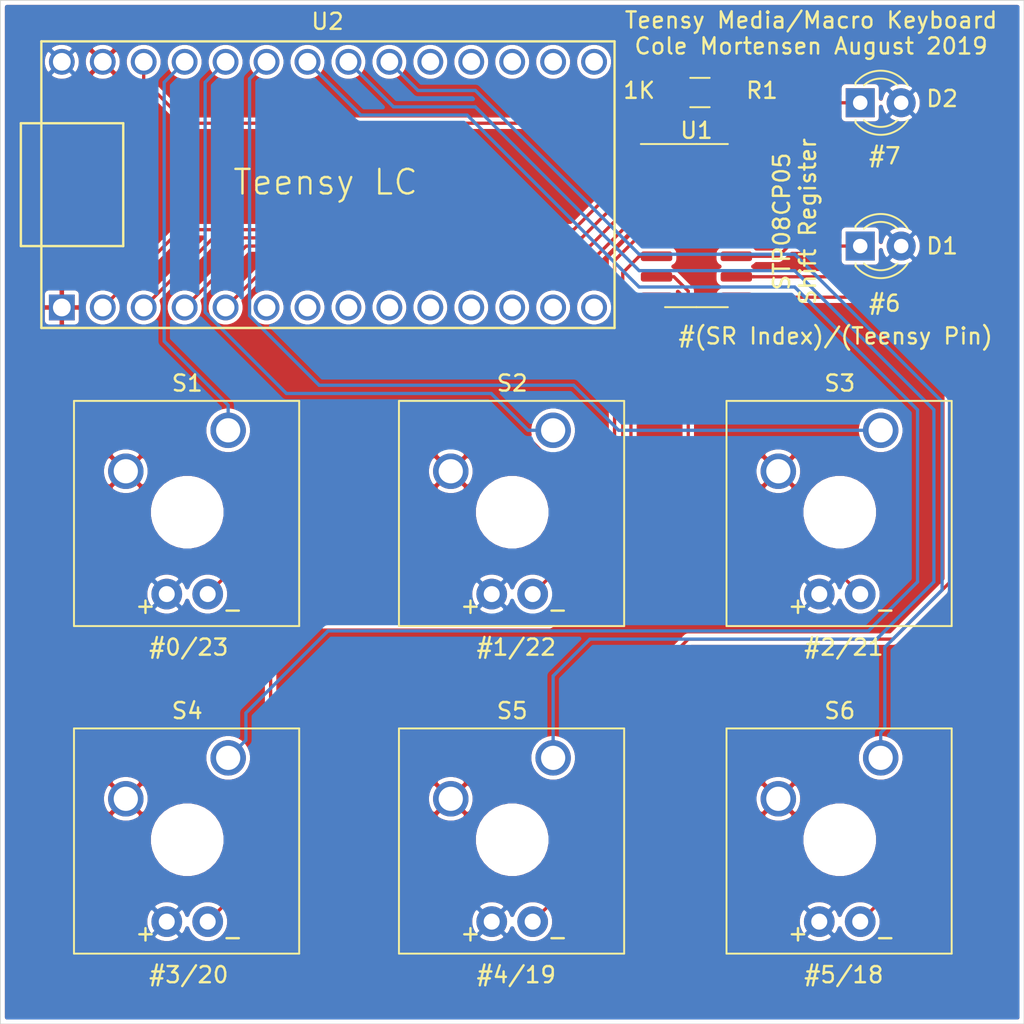
<source format=kicad_pcb>
(kicad_pcb (version 20171130) (host pcbnew "(5.1.4)-1")

  (general
    (thickness 1.6)
    (drawings 16)
    (tracks 119)
    (zones 0)
    (modules 11)
    (nets 38)
  )

  (page USLetter)
  (title_block
    (date 2019-08-18)
  )

  (layers
    (0 F.Cu signal)
    (31 B.Cu signal)
    (32 B.Adhes user)
    (33 F.Adhes user)
    (34 B.Paste user)
    (35 F.Paste user)
    (36 B.SilkS user)
    (37 F.SilkS user)
    (38 B.Mask user)
    (39 F.Mask user)
    (40 Dwgs.User user)
    (41 Cmts.User user)
    (42 Eco1.User user)
    (43 Eco2.User user)
    (44 Edge.Cuts user)
    (45 Margin user)
    (46 B.CrtYd user)
    (47 F.CrtYd user hide)
    (48 B.Fab user)
    (49 F.Fab user)
  )

  (setup
    (last_trace_width 0.2032)
    (trace_clearance 0.1524)
    (zone_clearance 0.254)
    (zone_45_only no)
    (trace_min 0.1524)
    (via_size 0.508)
    (via_drill 0.254)
    (via_min_size 0.508)
    (via_min_drill 0.254)
    (uvia_size 0.3)
    (uvia_drill 0.1)
    (uvias_allowed no)
    (uvia_min_size 0.2)
    (uvia_min_drill 0.1)
    (edge_width 0.05)
    (segment_width 0.2)
    (pcb_text_width 0.3)
    (pcb_text_size 1.5 1.5)
    (mod_edge_width 0.12)
    (mod_text_size 1 1)
    (mod_text_width 0.15)
    (pad_size 1.524 1.524)
    (pad_drill 0.762)
    (pad_to_mask_clearance 0.051)
    (solder_mask_min_width 0.1016)
    (aux_axis_origin 0 0)
    (visible_elements FFFDFF7F)
    (pcbplotparams
      (layerselection 0x010fc_ffffffff)
      (usegerberextensions false)
      (usegerberattributes false)
      (usegerberadvancedattributes false)
      (creategerberjobfile false)
      (excludeedgelayer true)
      (linewidth 0.100000)
      (plotframeref false)
      (viasonmask false)
      (mode 1)
      (useauxorigin false)
      (hpglpennumber 1)
      (hpglpenspeed 20)
      (hpglpendiameter 15.000000)
      (psnegative false)
      (psa4output false)
      (plotreference true)
      (plotvalue true)
      (plotinvisibletext false)
      (padsonsilk false)
      (subtractmaskfromsilk false)
      (outputformat 1)
      (mirror false)
      (drillshape 1)
      (scaleselection 1)
      (outputdirectory ""))
  )

  (net 0 "")
  (net 1 "Net-(R1-Pad1)")
  (net 2 GND)
  (net 3 "Net-(S1-Pad1)")
  (net 4 "Net-(S1-Pad4)")
  (net 5 +5V)
  (net 6 "Net-(S2-Pad4)")
  (net 7 "Net-(S2-Pad1)")
  (net 8 "Net-(S3-Pad1)")
  (net 9 "Net-(S3-Pad4)")
  (net 10 "Net-(S4-Pad4)")
  (net 11 "Net-(S4-Pad1)")
  (net 12 "Net-(S5-Pad1)")
  (net 13 "Net-(S5-Pad4)")
  (net 14 "Net-(S6-Pad4)")
  (net 15 "Net-(S6-Pad1)")
  (net 16 "Net-(U1-Pad2)")
  (net 17 "Net-(U1-Pad3)")
  (net 18 "Net-(U1-Pad4)")
  (net 19 "Net-(U1-Pad13)")
  (net 20 "Net-(U1-Pad14)")
  (net 21 +3V3)
  (net 22 "Net-(U2-Pad7)")
  (net 23 "Net-(U2-Pad14)")
  (net 24 "Net-(U2-Pad8)")
  (net 25 "Net-(U2-Pad19)")
  (net 26 "Net-(U2-Pad16)")
  (net 27 "Net-(U2-Pad6)")
  (net 28 "Net-(U2-Pad10)")
  (net 29 "Net-(U2-Pad11)")
  (net 30 "Net-(U2-Pad17)")
  (net 31 "Net-(U2-Pad12)")
  (net 32 "Net-(U2-Pad15)")
  (net 33 "Net-(U2-Pad9)")
  (net 34 "Net-(U2-Pad18)")
  (net 35 "Net-(U2-Pad13)")
  (net 36 "Net-(D1-Pad1)")
  (net 37 "Net-(D2-Pad1)")

  (net_class Default "This is the default net class."
    (clearance 0.1524)
    (trace_width 0.2032)
    (via_dia 0.508)
    (via_drill 0.254)
    (uvia_dia 0.3)
    (uvia_drill 0.1)
    (add_net +3V3)
    (add_net +5V)
    (add_net GND)
    (add_net "Net-(D1-Pad1)")
    (add_net "Net-(D2-Pad1)")
    (add_net "Net-(R1-Pad1)")
    (add_net "Net-(S1-Pad1)")
    (add_net "Net-(S1-Pad4)")
    (add_net "Net-(S2-Pad1)")
    (add_net "Net-(S2-Pad4)")
    (add_net "Net-(S3-Pad1)")
    (add_net "Net-(S3-Pad4)")
    (add_net "Net-(S4-Pad1)")
    (add_net "Net-(S4-Pad4)")
    (add_net "Net-(S5-Pad1)")
    (add_net "Net-(S5-Pad4)")
    (add_net "Net-(S6-Pad1)")
    (add_net "Net-(S6-Pad4)")
    (add_net "Net-(U1-Pad13)")
    (add_net "Net-(U1-Pad14)")
    (add_net "Net-(U1-Pad2)")
    (add_net "Net-(U1-Pad3)")
    (add_net "Net-(U1-Pad4)")
    (add_net "Net-(U2-Pad10)")
    (add_net "Net-(U2-Pad11)")
    (add_net "Net-(U2-Pad12)")
    (add_net "Net-(U2-Pad13)")
    (add_net "Net-(U2-Pad14)")
    (add_net "Net-(U2-Pad15)")
    (add_net "Net-(U2-Pad16)")
    (add_net "Net-(U2-Pad17)")
    (add_net "Net-(U2-Pad18)")
    (add_net "Net-(U2-Pad19)")
    (add_net "Net-(U2-Pad6)")
    (add_net "Net-(U2-Pad7)")
    (add_net "Net-(U2-Pad8)")
    (add_net "Net-(U2-Pad9)")
  )

  (net_class "General Signal" ""
    (clearance 0.1524)
    (trace_width 0.2032)
    (via_dia 0.508)
    (via_drill 0.254)
    (uvia_dia 0.3)
    (uvia_drill 0.1)
  )

  (module Resistor_SMD:R_1206_3216Metric_Pad1.42x1.75mm_HandSolder (layer F.Cu) (tedit 5B301BBD) (tstamp 5D5A65D8)
    (at 150.0775 66.675 180)
    (descr "Resistor SMD 1206 (3216 Metric), square (rectangular) end terminal, IPC_7351 nominal with elongated pad for handsoldering. (Body size source: http://www.tortai-tech.com/upload/download/2011102023233369053.pdf), generated with kicad-footprint-generator")
    (tags "resistor handsolder")
    (path /5D5CDDDE)
    (attr smd)
    (fp_text reference R1 (at -3.8465 0.127) (layer F.SilkS)
      (effects (font (size 1 1) (thickness 0.15)))
    )
    (fp_text value 1K (at 0 1.82) (layer F.Fab)
      (effects (font (size 1 1) (thickness 0.15)))
    )
    (fp_line (start -1.6 0.8) (end -1.6 -0.8) (layer F.Fab) (width 0.1))
    (fp_line (start -1.6 -0.8) (end 1.6 -0.8) (layer F.Fab) (width 0.1))
    (fp_line (start 1.6 -0.8) (end 1.6 0.8) (layer F.Fab) (width 0.1))
    (fp_line (start 1.6 0.8) (end -1.6 0.8) (layer F.Fab) (width 0.1))
    (fp_line (start -0.602064 -0.91) (end 0.602064 -0.91) (layer F.SilkS) (width 0.12))
    (fp_line (start -0.602064 0.91) (end 0.602064 0.91) (layer F.SilkS) (width 0.12))
    (fp_line (start -2.45 1.12) (end -2.45 -1.12) (layer F.CrtYd) (width 0.05))
    (fp_line (start -2.45 -1.12) (end 2.45 -1.12) (layer F.CrtYd) (width 0.05))
    (fp_line (start 2.45 -1.12) (end 2.45 1.12) (layer F.CrtYd) (width 0.05))
    (fp_line (start 2.45 1.12) (end -2.45 1.12) (layer F.CrtYd) (width 0.05))
    (fp_text user %R (at 0 0) (layer F.Fab)
      (effects (font (size 0.8 0.8) (thickness 0.12)))
    )
    (pad 1 smd roundrect (at -1.4875 0 180) (size 1.425 1.75) (layers F.Cu F.Paste F.Mask) (roundrect_rratio 0.175439)
      (net 1 "Net-(R1-Pad1)"))
    (pad 2 smd roundrect (at 1.4875 0 180) (size 1.425 1.75) (layers F.Cu F.Paste F.Mask) (roundrect_rratio 0.175439)
      (net 2 GND))
    (model ${KISYS3DMOD}/Resistor_SMD.3dshapes/R_1206_3216Metric.wrl
      (at (xyz 0 0 0))
      (scale (xyz 1 1 1))
      (rotate (xyz 0 0 0))
    )
  )

  (module mediaKeys:SW_Cherry_MX1A_1.00u_Plate_LED (layer F.Cu) (tedit 5D5A0629) (tstamp 5D5A5FBE)
    (at 118.27 92.71)
    (path /5D5A0948)
    (fp_text reference S1 (at 0 -8) (layer F.SilkS)
      (effects (font (size 1 1) (thickness 0.15)))
    )
    (fp_text value Cherry_MX_LED (at 0 8.5) (layer F.Fab)
      (effects (font (size 1 1) (thickness 0.15)))
    )
    (fp_line (start -7.025 -6.905) (end 6.945 -6.905) (layer F.SilkS) (width 0.12))
    (fp_line (start 6.945 -6.905) (end 6.945 7.065) (layer F.SilkS) (width 0.12))
    (fp_line (start -7.025 7.065) (end -7.025 -6.905) (layer F.SilkS) (width 0.12))
    (fp_line (start -9.565 9.605) (end -9.565 -9.445) (layer Dwgs.User) (width 0.15))
    (fp_line (start 6.945 7.065) (end -7.025 7.065) (layer F.SilkS) (width 0.12))
    (fp_line (start 6.31 -6.27) (end 6.31 6.43) (layer F.Fab) (width 0.15))
    (fp_line (start -6.39 -6.27) (end 6.31 -6.27) (layer F.Fab) (width 0.15))
    (fp_line (start 9.485 -9.445) (end 9.485 9.605) (layer Dwgs.User) (width 0.15))
    (fp_line (start -9.565 -9.445) (end 9.485 -9.445) (layer Dwgs.User) (width 0.15))
    (fp_line (start 9.485 9.605) (end -9.565 9.605) (layer Dwgs.User) (width 0.15))
    (fp_line (start -6.64 -6.52) (end 6.56 -6.52) (layer F.CrtYd) (width 0.05))
    (fp_line (start 6.56 -6.52) (end 6.56 6.68) (layer F.CrtYd) (width 0.05))
    (fp_line (start 6.56 6.68) (end -6.64 6.68) (layer F.CrtYd) (width 0.05))
    (fp_line (start -6.39 6.43) (end -6.39 -6.27) (layer F.Fab) (width 0.15))
    (fp_line (start 6.31 6.43) (end -6.39 6.43) (layer F.Fab) (width 0.15))
    (fp_line (start -6.64 6.68) (end -6.64 -6.52) (layer F.CrtYd) (width 0.05))
    (fp_text user + (at -2.5908 5.7912) (layer F.SilkS)
      (effects (font (size 1 1) (thickness 0.15)))
    )
    (fp_text user - (at 2.8194 6.0325) (layer F.SilkS)
      (effects (font (size 1 1) (thickness 0.15)))
    )
    (pad 2 thru_hole circle (at -3.81 -2.54) (size 2.2 2.2) (drill 1.5) (layers *.Cu *.Mask)
      (net 2 GND))
    (pad "" np_thru_hole circle (at 0 0) (size 4 4) (drill 4) (layers *.Cu *.Mask))
    (pad 1 thru_hole circle (at 2.54 -5.08) (size 2.2 2.2) (drill 1.5) (layers *.Cu *.Mask)
      (net 3 "Net-(S1-Pad1)"))
    (pad 4 thru_hole circle (at 1.27 5.08) (size 1.905 1.905) (drill 0.9906) (layers *.Cu *.Mask)
      (net 4 "Net-(S1-Pad4)"))
    (pad 3 thru_hole circle (at -1.27 5.08) (size 1.905 1.905) (drill 0.9906) (layers *.Cu *.Mask)
      (net 5 +5V))
  )

  (module mediaKeys:SW_Cherry_MX1A_1.00u_Plate_LED (layer F.Cu) (tedit 5D5A0629) (tstamp 5D5A5FD9)
    (at 138.43 92.71)
    (path /5D5A20B9)
    (fp_text reference S2 (at 0 -8) (layer F.SilkS)
      (effects (font (size 1 1) (thickness 0.15)))
    )
    (fp_text value Cherry_MX_LED (at 0 8.5) (layer F.Fab)
      (effects (font (size 1 1) (thickness 0.15)))
    )
    (fp_text user - (at 2.8194 6.0325) (layer F.SilkS)
      (effects (font (size 1 1) (thickness 0.15)))
    )
    (fp_text user + (at -2.5908 5.7912) (layer F.SilkS)
      (effects (font (size 1 1) (thickness 0.15)))
    )
    (fp_line (start -6.64 6.68) (end -6.64 -6.52) (layer F.CrtYd) (width 0.05))
    (fp_line (start 6.31 6.43) (end -6.39 6.43) (layer F.Fab) (width 0.15))
    (fp_line (start -6.39 6.43) (end -6.39 -6.27) (layer F.Fab) (width 0.15))
    (fp_line (start 6.56 6.68) (end -6.64 6.68) (layer F.CrtYd) (width 0.05))
    (fp_line (start 6.56 -6.52) (end 6.56 6.68) (layer F.CrtYd) (width 0.05))
    (fp_line (start -6.64 -6.52) (end 6.56 -6.52) (layer F.CrtYd) (width 0.05))
    (fp_line (start 9.485 9.605) (end -9.565 9.605) (layer Dwgs.User) (width 0.15))
    (fp_line (start -9.565 -9.445) (end 9.485 -9.445) (layer Dwgs.User) (width 0.15))
    (fp_line (start 9.485 -9.445) (end 9.485 9.605) (layer Dwgs.User) (width 0.15))
    (fp_line (start -6.39 -6.27) (end 6.31 -6.27) (layer F.Fab) (width 0.15))
    (fp_line (start 6.31 -6.27) (end 6.31 6.43) (layer F.Fab) (width 0.15))
    (fp_line (start 6.945 7.065) (end -7.025 7.065) (layer F.SilkS) (width 0.12))
    (fp_line (start -9.565 9.605) (end -9.565 -9.445) (layer Dwgs.User) (width 0.15))
    (fp_line (start -7.025 7.065) (end -7.025 -6.905) (layer F.SilkS) (width 0.12))
    (fp_line (start 6.945 -6.905) (end 6.945 7.065) (layer F.SilkS) (width 0.12))
    (fp_line (start -7.025 -6.905) (end 6.945 -6.905) (layer F.SilkS) (width 0.12))
    (pad 3 thru_hole circle (at -1.27 5.08) (size 1.905 1.905) (drill 0.9906) (layers *.Cu *.Mask)
      (net 5 +5V))
    (pad 4 thru_hole circle (at 1.27 5.08) (size 1.905 1.905) (drill 0.9906) (layers *.Cu *.Mask)
      (net 6 "Net-(S2-Pad4)"))
    (pad 1 thru_hole circle (at 2.54 -5.08) (size 2.2 2.2) (drill 1.5) (layers *.Cu *.Mask)
      (net 7 "Net-(S2-Pad1)"))
    (pad "" np_thru_hole circle (at 0 0) (size 4 4) (drill 4) (layers *.Cu *.Mask))
    (pad 2 thru_hole circle (at -3.81 -2.54) (size 2.2 2.2) (drill 1.5) (layers *.Cu *.Mask)
      (net 2 GND))
  )

  (module mediaKeys:SW_Cherry_MX1A_1.00u_Plate_LED (layer F.Cu) (tedit 5D5A0629) (tstamp 5D5A5FF4)
    (at 158.75 92.71)
    (path /5D5A3098)
    (fp_text reference S3 (at 0 -8) (layer F.SilkS)
      (effects (font (size 1 1) (thickness 0.15)))
    )
    (fp_text value Cherry_MX_LED (at 0 8.5) (layer F.Fab)
      (effects (font (size 1 1) (thickness 0.15)))
    )
    (fp_line (start -7.025 -6.905) (end 6.945 -6.905) (layer F.SilkS) (width 0.12))
    (fp_line (start 6.945 -6.905) (end 6.945 7.065) (layer F.SilkS) (width 0.12))
    (fp_line (start -7.025 7.065) (end -7.025 -6.905) (layer F.SilkS) (width 0.12))
    (fp_line (start -9.565 9.605) (end -9.565 -9.445) (layer Dwgs.User) (width 0.15))
    (fp_line (start 6.945 7.065) (end -7.025 7.065) (layer F.SilkS) (width 0.12))
    (fp_line (start 6.31 -6.27) (end 6.31 6.43) (layer F.Fab) (width 0.15))
    (fp_line (start -6.39 -6.27) (end 6.31 -6.27) (layer F.Fab) (width 0.15))
    (fp_line (start 9.485 -9.445) (end 9.485 9.605) (layer Dwgs.User) (width 0.15))
    (fp_line (start -9.565 -9.445) (end 9.485 -9.445) (layer Dwgs.User) (width 0.15))
    (fp_line (start 9.485 9.605) (end -9.565 9.605) (layer Dwgs.User) (width 0.15))
    (fp_line (start -6.64 -6.52) (end 6.56 -6.52) (layer F.CrtYd) (width 0.05))
    (fp_line (start 6.56 -6.52) (end 6.56 6.68) (layer F.CrtYd) (width 0.05))
    (fp_line (start 6.56 6.68) (end -6.64 6.68) (layer F.CrtYd) (width 0.05))
    (fp_line (start -6.39 6.43) (end -6.39 -6.27) (layer F.Fab) (width 0.15))
    (fp_line (start 6.31 6.43) (end -6.39 6.43) (layer F.Fab) (width 0.15))
    (fp_line (start -6.64 6.68) (end -6.64 -6.52) (layer F.CrtYd) (width 0.05))
    (fp_text user + (at -2.5908 5.7912) (layer F.SilkS)
      (effects (font (size 1 1) (thickness 0.15)))
    )
    (fp_text user - (at 2.8194 6.0325) (layer F.SilkS)
      (effects (font (size 1 1) (thickness 0.15)))
    )
    (pad 2 thru_hole circle (at -3.81 -2.54) (size 2.2 2.2) (drill 1.5) (layers *.Cu *.Mask)
      (net 2 GND))
    (pad "" np_thru_hole circle (at 0 0) (size 4 4) (drill 4) (layers *.Cu *.Mask))
    (pad 1 thru_hole circle (at 2.54 -5.08) (size 2.2 2.2) (drill 1.5) (layers *.Cu *.Mask)
      (net 8 "Net-(S3-Pad1)"))
    (pad 4 thru_hole circle (at 1.27 5.08) (size 1.905 1.905) (drill 0.9906) (layers *.Cu *.Mask)
      (net 9 "Net-(S3-Pad4)"))
    (pad 3 thru_hole circle (at -1.27 5.08) (size 1.905 1.905) (drill 0.9906) (layers *.Cu *.Mask)
      (net 5 +5V))
  )

  (module mediaKeys:SW_Cherry_MX1A_1.00u_Plate_LED (layer F.Cu) (tedit 5D5A0629) (tstamp 5D5A600F)
    (at 118.27 113.03)
    (path /5D5A7261)
    (fp_text reference S4 (at 0 -8) (layer F.SilkS)
      (effects (font (size 1 1) (thickness 0.15)))
    )
    (fp_text value Cherry_MX_LED (at 0 8.61) (layer F.Fab)
      (effects (font (size 1 1) (thickness 0.15)))
    )
    (fp_text user - (at 2.8194 6.0325) (layer F.SilkS)
      (effects (font (size 1 1) (thickness 0.15)))
    )
    (fp_text user + (at -2.5908 5.7912) (layer F.SilkS)
      (effects (font (size 1 1) (thickness 0.15)))
    )
    (fp_line (start -6.64 6.68) (end -6.64 -6.52) (layer F.CrtYd) (width 0.05))
    (fp_line (start 6.31 6.43) (end -6.39 6.43) (layer F.Fab) (width 0.15))
    (fp_line (start -6.39 6.43) (end -6.39 -6.27) (layer F.Fab) (width 0.15))
    (fp_line (start 6.56 6.68) (end -6.64 6.68) (layer F.CrtYd) (width 0.05))
    (fp_line (start 6.56 -6.52) (end 6.56 6.68) (layer F.CrtYd) (width 0.05))
    (fp_line (start -6.64 -6.52) (end 6.56 -6.52) (layer F.CrtYd) (width 0.05))
    (fp_line (start 9.485 9.605) (end -9.565 9.605) (layer Dwgs.User) (width 0.15))
    (fp_line (start -9.565 -9.445) (end 9.485 -9.445) (layer Dwgs.User) (width 0.15))
    (fp_line (start 9.485 -9.445) (end 9.485 9.605) (layer Dwgs.User) (width 0.15))
    (fp_line (start -6.39 -6.27) (end 6.31 -6.27) (layer F.Fab) (width 0.15))
    (fp_line (start 6.31 -6.27) (end 6.31 6.43) (layer F.Fab) (width 0.15))
    (fp_line (start 6.945 7.065) (end -7.025 7.065) (layer F.SilkS) (width 0.12))
    (fp_line (start -9.565 9.605) (end -9.565 -9.445) (layer Dwgs.User) (width 0.15))
    (fp_line (start -7.025 7.065) (end -7.025 -6.905) (layer F.SilkS) (width 0.12))
    (fp_line (start 6.945 -6.905) (end 6.945 7.065) (layer F.SilkS) (width 0.12))
    (fp_line (start -7.025 -6.905) (end 6.945 -6.905) (layer F.SilkS) (width 0.12))
    (pad 3 thru_hole circle (at -1.27 5.08) (size 1.905 1.905) (drill 0.9906) (layers *.Cu *.Mask)
      (net 5 +5V))
    (pad 4 thru_hole circle (at 1.27 5.08) (size 1.905 1.905) (drill 0.9906) (layers *.Cu *.Mask)
      (net 10 "Net-(S4-Pad4)"))
    (pad 1 thru_hole circle (at 2.54 -5.08) (size 2.2 2.2) (drill 1.5) (layers *.Cu *.Mask)
      (net 11 "Net-(S4-Pad1)"))
    (pad "" np_thru_hole circle (at 0 0) (size 4 4) (drill 4) (layers *.Cu *.Mask))
    (pad 2 thru_hole circle (at -3.81 -2.54) (size 2.2 2.2) (drill 1.5) (layers *.Cu *.Mask)
      (net 2 GND))
  )

  (module mediaKeys:SW_Cherry_MX1A_1.00u_Plate_LED (layer F.Cu) (tedit 5D5A0629) (tstamp 5D5A602A)
    (at 138.43 113.03)
    (path /5D5A7267)
    (fp_text reference S5 (at 0 -8) (layer F.SilkS)
      (effects (font (size 1 1) (thickness 0.15)))
    )
    (fp_text value Cherry_MX_LED (at 0.025 8.61) (layer F.Fab)
      (effects (font (size 1 1) (thickness 0.15)))
    )
    (fp_line (start -7.025 -6.905) (end 6.945 -6.905) (layer F.SilkS) (width 0.12))
    (fp_line (start 6.945 -6.905) (end 6.945 7.065) (layer F.SilkS) (width 0.12))
    (fp_line (start -7.025 7.065) (end -7.025 -6.905) (layer F.SilkS) (width 0.12))
    (fp_line (start -9.565 9.605) (end -9.565 -9.445) (layer Dwgs.User) (width 0.15))
    (fp_line (start 6.945 7.065) (end -7.025 7.065) (layer F.SilkS) (width 0.12))
    (fp_line (start 6.31 -6.27) (end 6.31 6.43) (layer F.Fab) (width 0.15))
    (fp_line (start -6.39 -6.27) (end 6.31 -6.27) (layer F.Fab) (width 0.15))
    (fp_line (start 9.485 -9.445) (end 9.485 9.605) (layer Dwgs.User) (width 0.15))
    (fp_line (start -9.565 -9.445) (end 9.485 -9.445) (layer Dwgs.User) (width 0.15))
    (fp_line (start 9.485 9.605) (end -9.565 9.605) (layer Dwgs.User) (width 0.15))
    (fp_line (start -6.64 -6.52) (end 6.56 -6.52) (layer F.CrtYd) (width 0.05))
    (fp_line (start 6.56 -6.52) (end 6.56 6.68) (layer F.CrtYd) (width 0.05))
    (fp_line (start 6.56 6.68) (end -6.64 6.68) (layer F.CrtYd) (width 0.05))
    (fp_line (start -6.39 6.43) (end -6.39 -6.27) (layer F.Fab) (width 0.15))
    (fp_line (start 6.31 6.43) (end -6.39 6.43) (layer F.Fab) (width 0.15))
    (fp_line (start -6.64 6.68) (end -6.64 -6.52) (layer F.CrtYd) (width 0.05))
    (fp_text user + (at -2.5908 5.7912) (layer F.SilkS)
      (effects (font (size 1 1) (thickness 0.15)))
    )
    (fp_text user - (at 2.8194 6.0325) (layer F.SilkS)
      (effects (font (size 1 1) (thickness 0.15)))
    )
    (pad 2 thru_hole circle (at -3.81 -2.54) (size 2.2 2.2) (drill 1.5) (layers *.Cu *.Mask)
      (net 2 GND))
    (pad "" np_thru_hole circle (at 0 0) (size 4 4) (drill 4) (layers *.Cu *.Mask))
    (pad 1 thru_hole circle (at 2.54 -5.08) (size 2.2 2.2) (drill 1.5) (layers *.Cu *.Mask)
      (net 12 "Net-(S5-Pad1)"))
    (pad 4 thru_hole circle (at 1.27 5.08) (size 1.905 1.905) (drill 0.9906) (layers *.Cu *.Mask)
      (net 13 "Net-(S5-Pad4)"))
    (pad 3 thru_hole circle (at -1.27 5.08) (size 1.905 1.905) (drill 0.9906) (layers *.Cu *.Mask)
      (net 5 +5V))
  )

  (module mediaKeys:SW_Cherry_MX1A_1.00u_Plate_LED (layer F.Cu) (tedit 5D5A0629) (tstamp 5D5A6045)
    (at 158.75 113.03)
    (path /5D5A726D)
    (fp_text reference S6 (at 0 -8) (layer F.SilkS)
      (effects (font (size 1 1) (thickness 0.15)))
    )
    (fp_text value Cherry_MX_LED (at 0 8.61) (layer F.Fab)
      (effects (font (size 1 1) (thickness 0.15)))
    )
    (fp_text user - (at 2.8194 6.0325) (layer F.SilkS)
      (effects (font (size 1 1) (thickness 0.15)))
    )
    (fp_text user + (at -2.5908 5.7912) (layer F.SilkS)
      (effects (font (size 1 1) (thickness 0.15)))
    )
    (fp_line (start -6.64 6.68) (end -6.64 -6.52) (layer F.CrtYd) (width 0.05))
    (fp_line (start 6.31 6.43) (end -6.39 6.43) (layer F.Fab) (width 0.15))
    (fp_line (start -6.39 6.43) (end -6.39 -6.27) (layer F.Fab) (width 0.15))
    (fp_line (start 6.56 6.68) (end -6.64 6.68) (layer F.CrtYd) (width 0.05))
    (fp_line (start 6.56 -6.52) (end 6.56 6.68) (layer F.CrtYd) (width 0.05))
    (fp_line (start -6.64 -6.52) (end 6.56 -6.52) (layer F.CrtYd) (width 0.05))
    (fp_line (start 9.485 9.605) (end -9.565 9.605) (layer Dwgs.User) (width 0.15))
    (fp_line (start -9.565 -9.445) (end 9.485 -9.445) (layer Dwgs.User) (width 0.15))
    (fp_line (start 9.485 -9.445) (end 9.485 9.605) (layer Dwgs.User) (width 0.15))
    (fp_line (start -6.39 -6.27) (end 6.31 -6.27) (layer F.Fab) (width 0.15))
    (fp_line (start 6.31 -6.27) (end 6.31 6.43) (layer F.Fab) (width 0.15))
    (fp_line (start 6.945 7.065) (end -7.025 7.065) (layer F.SilkS) (width 0.12))
    (fp_line (start -9.565 9.605) (end -9.565 -9.445) (layer Dwgs.User) (width 0.15))
    (fp_line (start -7.025 7.065) (end -7.025 -6.905) (layer F.SilkS) (width 0.12))
    (fp_line (start 6.945 -6.905) (end 6.945 7.065) (layer F.SilkS) (width 0.12))
    (fp_line (start -7.025 -6.905) (end 6.945 -6.905) (layer F.SilkS) (width 0.12))
    (pad 3 thru_hole circle (at -1.27 5.08) (size 1.905 1.905) (drill 0.9906) (layers *.Cu *.Mask)
      (net 5 +5V))
    (pad 4 thru_hole circle (at 1.27 5.08) (size 1.905 1.905) (drill 0.9906) (layers *.Cu *.Mask)
      (net 14 "Net-(S6-Pad4)"))
    (pad 1 thru_hole circle (at 2.54 -5.08) (size 2.2 2.2) (drill 1.5) (layers *.Cu *.Mask)
      (net 15 "Net-(S6-Pad1)"))
    (pad "" np_thru_hole circle (at 0 0) (size 4 4) (drill 4) (layers *.Cu *.Mask))
    (pad 2 thru_hole circle (at -3.81 -2.54) (size 2.2 2.2) (drill 1.5) (layers *.Cu *.Mask)
      (net 2 GND))
  )

  (module Package_SO:SOIC-16_3.9x9.9mm_P1.27mm (layer F.Cu) (tedit 5C97300E) (tstamp 5D5A6A15)
    (at 149.86 74.93)
    (descr "SOIC, 16 Pin (JEDEC MS-012AC, https://www.analog.com/media/en/package-pcb-resources/package/pkg_pdf/soic_narrow-r/r_16.pdf), generated with kicad-footprint-generator ipc_gullwing_generator.py")
    (tags "SOIC SO")
    (path /5D59B2E7)
    (attr smd)
    (fp_text reference U1 (at 0 -5.9) (layer F.SilkS)
      (effects (font (size 1 1) (thickness 0.15)))
    )
    (fp_text value STP08CP05 (at 0 5.9) (layer F.Fab)
      (effects (font (size 1 1) (thickness 0.15)))
    )
    (fp_line (start 0 5.06) (end 1.95 5.06) (layer F.SilkS) (width 0.12))
    (fp_line (start 0 5.06) (end -1.95 5.06) (layer F.SilkS) (width 0.12))
    (fp_line (start 0 -5.06) (end 1.95 -5.06) (layer F.SilkS) (width 0.12))
    (fp_line (start 0 -5.06) (end -3.45 -5.06) (layer F.SilkS) (width 0.12))
    (fp_line (start -0.975 -4.95) (end 1.95 -4.95) (layer F.Fab) (width 0.1))
    (fp_line (start 1.95 -4.95) (end 1.95 4.95) (layer F.Fab) (width 0.1))
    (fp_line (start 1.95 4.95) (end -1.95 4.95) (layer F.Fab) (width 0.1))
    (fp_line (start -1.95 4.95) (end -1.95 -3.975) (layer F.Fab) (width 0.1))
    (fp_line (start -1.95 -3.975) (end -0.975 -4.95) (layer F.Fab) (width 0.1))
    (fp_line (start -3.7 -5.2) (end -3.7 5.2) (layer F.CrtYd) (width 0.05))
    (fp_line (start -3.7 5.2) (end 3.7 5.2) (layer F.CrtYd) (width 0.05))
    (fp_line (start 3.7 5.2) (end 3.7 -5.2) (layer F.CrtYd) (width 0.05))
    (fp_line (start 3.7 -5.2) (end -3.7 -5.2) (layer F.CrtYd) (width 0.05))
    (fp_text user %R (at 0 0) (layer F.Fab)
      (effects (font (size 0.98 0.98) (thickness 0.15)))
    )
    (pad 1 smd roundrect (at -2.475 -4.445) (size 1.95 0.6) (layers F.Cu F.Paste F.Mask) (roundrect_rratio 0.25)
      (net 2 GND))
    (pad 2 smd roundrect (at -2.475 -3.175) (size 1.95 0.6) (layers F.Cu F.Paste F.Mask) (roundrect_rratio 0.25)
      (net 16 "Net-(U1-Pad2)"))
    (pad 3 smd roundrect (at -2.475 -1.905) (size 1.95 0.6) (layers F.Cu F.Paste F.Mask) (roundrect_rratio 0.25)
      (net 17 "Net-(U1-Pad3)"))
    (pad 4 smd roundrect (at -2.475 -0.635) (size 1.95 0.6) (layers F.Cu F.Paste F.Mask) (roundrect_rratio 0.25)
      (net 18 "Net-(U1-Pad4)"))
    (pad 5 smd roundrect (at -2.475 0.635) (size 1.95 0.6) (layers F.Cu F.Paste F.Mask) (roundrect_rratio 0.25)
      (net 4 "Net-(S1-Pad4)"))
    (pad 6 smd roundrect (at -2.475 1.905) (size 1.95 0.6) (layers F.Cu F.Paste F.Mask) (roundrect_rratio 0.25)
      (net 6 "Net-(S2-Pad4)"))
    (pad 7 smd roundrect (at -2.475 3.175) (size 1.95 0.6) (layers F.Cu F.Paste F.Mask) (roundrect_rratio 0.25)
      (net 9 "Net-(S3-Pad4)"))
    (pad 8 smd roundrect (at -2.475 4.445) (size 1.95 0.6) (layers F.Cu F.Paste F.Mask) (roundrect_rratio 0.25)
      (net 10 "Net-(S4-Pad4)"))
    (pad 9 smd roundrect (at 2.475 4.445) (size 1.95 0.6) (layers F.Cu F.Paste F.Mask) (roundrect_rratio 0.25)
      (net 13 "Net-(S5-Pad4)"))
    (pad 10 smd roundrect (at 2.475 3.175) (size 1.95 0.6) (layers F.Cu F.Paste F.Mask) (roundrect_rratio 0.25)
      (net 14 "Net-(S6-Pad4)"))
    (pad 11 smd roundrect (at 2.475 1.905) (size 1.95 0.6) (layers F.Cu F.Paste F.Mask) (roundrect_rratio 0.25)
      (net 36 "Net-(D1-Pad1)"))
    (pad 12 smd roundrect (at 2.475 0.635) (size 1.95 0.6) (layers F.Cu F.Paste F.Mask) (roundrect_rratio 0.25)
      (net 37 "Net-(D2-Pad1)"))
    (pad 13 smd roundrect (at 2.475 -0.635) (size 1.95 0.6) (layers F.Cu F.Paste F.Mask) (roundrect_rratio 0.25)
      (net 19 "Net-(U1-Pad13)"))
    (pad 14 smd roundrect (at 2.475 -1.905) (size 1.95 0.6) (layers F.Cu F.Paste F.Mask) (roundrect_rratio 0.25)
      (net 20 "Net-(U1-Pad14)"))
    (pad 15 smd roundrect (at 2.475 -3.175) (size 1.95 0.6) (layers F.Cu F.Paste F.Mask) (roundrect_rratio 0.25)
      (net 1 "Net-(R1-Pad1)"))
    (pad 16 smd roundrect (at 2.475 -4.445) (size 1.95 0.6) (layers F.Cu F.Paste F.Mask) (roundrect_rratio 0.25)
      (net 21 +3V3))
    (model ${KISYS3DMOD}/Package_SO.3dshapes/SOIC-16_3.9x9.9mm_P1.27mm.wrl
      (at (xyz 0 0 0))
      (scale (xyz 1 1 1))
      (rotate (xyz 0 0 0))
    )
  )

  (module mediaKeys:Teensy_LC (layer F.Cu) (tedit 5D5A08F2) (tstamp 5D5A6092)
    (at 127 72.39)
    (path /5D5B11DF)
    (fp_text reference U2 (at -0.0254 -10.1219) (layer F.SilkS)
      (effects (font (size 1 1) (thickness 0.15)))
    )
    (fp_text value Teensy_LC (at -0.2413 9.6647) (layer F.Fab)
      (effects (font (size 1 1) (thickness 0.15)))
    )
    (fp_line (start -17.78 8.89) (end -17.78 -8.89) (layer F.SilkS) (width 0.15))
    (fp_line (start 17.78 -8.89) (end 17.78 8.89) (layer F.SilkS) (width 0.15))
    (fp_line (start 17.78 8.89) (end -17.78 8.89) (layer F.SilkS) (width 0.15))
    (fp_line (start -17.78 3.81) (end -19.05 3.81) (layer F.SilkS) (width 0.15))
    (fp_line (start -12.7 3.81) (end -12.7 -3.81) (layer F.SilkS) (width 0.15))
    (fp_line (start -12.7 3.81) (end -17.78 3.81) (layer F.SilkS) (width 0.15))
    (fp_line (start -17.78 -8.89) (end 17.78 -8.89) (layer F.SilkS) (width 0.15))
    (fp_line (start -19.05 3.81) (end -19.05 -3.81) (layer F.SilkS) (width 0.15))
    (fp_line (start -19.05 -3.81) (end -17.78 -3.81) (layer F.SilkS) (width 0.15))
    (fp_line (start -12.7 -3.81) (end -17.78 -3.81) (layer F.SilkS) (width 0.15))
    (fp_text user "Teensy LC" (at -0.1524 -0.1524) (layer F.SilkS)
      (effects (font (size 1.524 1.524) (thickness 0.15)))
    )
    (pad 5 thru_hole circle (at -6.35 7.62) (size 1.6 1.6) (drill 1.1) (layers *.Cu *.Mask)
      (net 19 "Net-(U1-Pad13)"))
    (pad 26 thru_hole circle (at -11.43 -7.62) (size 1.6 1.6) (drill 1.1) (layers *.Cu *.Mask)
      (net 21 +3V3))
    (pad 7 thru_hole circle (at -1.27 7.62) (size 1.6 1.6) (drill 1.1) (layers *.Cu *.Mask)
      (net 22 "Net-(U2-Pad7)"))
    (pad 28 thru_hole circle (at -16.51 -7.62) (size 1.6 1.6) (drill 1.1) (layers *.Cu *.Mask)
      (net 5 +5V))
    (pad 20 thru_hole circle (at 3.81 -7.62) (size 1.6 1.6) (drill 1.1) (layers *.Cu *.Mask)
      (net 15 "Net-(S6-Pad1)"))
    (pad 1 thru_hole rect (at -16.51 7.62) (size 1.6 1.6) (drill 1.1) (layers *.Cu *.Mask)
      (net 2 GND))
    (pad 25 thru_hole circle (at -8.89 -7.62) (size 1.6 1.6) (drill 1.1) (layers *.Cu *.Mask)
      (net 3 "Net-(S1-Pad1)"))
    (pad 14 thru_hole circle (at 16.51 7.62) (size 1.6 1.6) (drill 1.1) (layers *.Cu *.Mask)
      (net 23 "Net-(U2-Pad14)"))
    (pad 22 thru_hole circle (at -1.27 -7.62) (size 1.6 1.6) (drill 1.1) (layers *.Cu *.Mask)
      (net 11 "Net-(S4-Pad1)"))
    (pad 8 thru_hole circle (at 1.27 7.62) (size 1.6 1.6) (drill 1.1) (layers *.Cu *.Mask)
      (net 24 "Net-(U2-Pad8)"))
    (pad 19 thru_hole circle (at 6.35 -7.62) (size 1.6 1.6) (drill 1.1) (layers *.Cu *.Mask)
      (net 25 "Net-(U2-Pad19)"))
    (pad 16 thru_hole circle (at 13.97 -7.62) (size 1.6 1.6) (drill 1.1) (layers *.Cu *.Mask)
      (net 26 "Net-(U2-Pad16)"))
    (pad 27 thru_hole circle (at -13.97 -7.62) (size 1.6 1.6) (drill 1.1) (layers *.Cu *.Mask)
      (net 2 GND))
    (pad 6 thru_hole circle (at -3.81 7.62) (size 1.6 1.6) (drill 1.1) (layers *.Cu *.Mask)
      (net 27 "Net-(U2-Pad6)"))
    (pad 3 thru_hole circle (at -11.43 7.62) (size 1.6 1.6) (drill 1.1) (layers *.Cu *.Mask)
      (net 17 "Net-(U1-Pad3)"))
    (pad 10 thru_hole circle (at 6.35 7.62) (size 1.6 1.6) (drill 1.1) (layers *.Cu *.Mask)
      (net 28 "Net-(U2-Pad10)"))
    (pad 21 thru_hole circle (at 1.27 -7.62) (size 1.6 1.6) (drill 1.1) (layers *.Cu *.Mask)
      (net 12 "Net-(S5-Pad1)"))
    (pad 2 thru_hole circle (at -13.97 7.62) (size 1.6 1.6) (drill 1.1) (layers *.Cu *.Mask)
      (net 16 "Net-(U1-Pad2)"))
    (pad 11 thru_hole circle (at 8.89 7.62) (size 1.6 1.6) (drill 1.1) (layers *.Cu *.Mask)
      (net 29 "Net-(U2-Pad11)"))
    (pad 17 thru_hole circle (at 11.43 -7.62) (size 1.6 1.6) (drill 1.1) (layers *.Cu *.Mask)
      (net 30 "Net-(U2-Pad17)"))
    (pad 12 thru_hole circle (at 11.43 7.62) (size 1.6 1.6) (drill 1.1) (layers *.Cu *.Mask)
      (net 31 "Net-(U2-Pad12)"))
    (pad 15 thru_hole circle (at 16.51 -7.62) (size 1.6 1.6) (drill 1.1) (layers *.Cu *.Mask)
      (net 32 "Net-(U2-Pad15)"))
    (pad 23 thru_hole circle (at -3.81 -7.62) (size 1.6 1.6) (drill 1.1) (layers *.Cu *.Mask)
      (net 8 "Net-(S3-Pad1)"))
    (pad 4 thru_hole circle (at -8.89 7.62) (size 1.6 1.6) (drill 1.1) (layers *.Cu *.Mask)
      (net 18 "Net-(U1-Pad4)"))
    (pad 9 thru_hole circle (at 3.81 7.62) (size 1.6 1.6) (drill 1.1) (layers *.Cu *.Mask)
      (net 33 "Net-(U2-Pad9)"))
    (pad 18 thru_hole circle (at 8.89 -7.62) (size 1.6 1.6) (drill 1.1) (layers *.Cu *.Mask)
      (net 34 "Net-(U2-Pad18)"))
    (pad 13 thru_hole circle (at 13.97 7.62) (size 1.6 1.6) (drill 1.1) (layers *.Cu *.Mask)
      (net 35 "Net-(U2-Pad13)"))
    (pad 24 thru_hole circle (at -6.35 -7.62) (size 1.6 1.6) (drill 1.1) (layers *.Cu *.Mask)
      (net 7 "Net-(S2-Pad1)"))
  )

  (module LED_THT:LED_D3.0mm (layer F.Cu) (tedit 587A3A7B) (tstamp 5D5A6DB8)
    (at 160.02 76.2)
    (descr "LED, diameter 3.0mm, 2 pins")
    (tags "LED diameter 3.0mm 2 pins")
    (path /5D5FD377)
    (fp_text reference D1 (at 5.08 0) (layer F.SilkS)
      (effects (font (size 1 1) (thickness 0.15)))
    )
    (fp_text value LED (at 1.27 2.96) (layer F.Fab)
      (effects (font (size 1 1) (thickness 0.15)))
    )
    (fp_arc (start 1.27 0) (end -0.23 -1.16619) (angle 284.3) (layer F.Fab) (width 0.1))
    (fp_arc (start 1.27 0) (end -0.29 -1.235516) (angle 108.8) (layer F.SilkS) (width 0.12))
    (fp_arc (start 1.27 0) (end -0.29 1.235516) (angle -108.8) (layer F.SilkS) (width 0.12))
    (fp_arc (start 1.27 0) (end 0.229039 -1.08) (angle 87.9) (layer F.SilkS) (width 0.12))
    (fp_arc (start 1.27 0) (end 0.229039 1.08) (angle -87.9) (layer F.SilkS) (width 0.12))
    (fp_circle (center 1.27 0) (end 2.77 0) (layer F.Fab) (width 0.1))
    (fp_line (start -0.23 -1.16619) (end -0.23 1.16619) (layer F.Fab) (width 0.1))
    (fp_line (start -0.29 -1.236) (end -0.29 -1.08) (layer F.SilkS) (width 0.12))
    (fp_line (start -0.29 1.08) (end -0.29 1.236) (layer F.SilkS) (width 0.12))
    (fp_line (start -1.15 -2.25) (end -1.15 2.25) (layer F.CrtYd) (width 0.05))
    (fp_line (start -1.15 2.25) (end 3.7 2.25) (layer F.CrtYd) (width 0.05))
    (fp_line (start 3.7 2.25) (end 3.7 -2.25) (layer F.CrtYd) (width 0.05))
    (fp_line (start 3.7 -2.25) (end -1.15 -2.25) (layer F.CrtYd) (width 0.05))
    (pad 1 thru_hole rect (at 0 0) (size 1.8 1.8) (drill 0.9) (layers *.Cu *.Mask)
      (net 36 "Net-(D1-Pad1)"))
    (pad 2 thru_hole circle (at 2.54 0) (size 1.8 1.8) (drill 0.9) (layers *.Cu *.Mask)
      (net 5 +5V))
    (model ${KISYS3DMOD}/LED_THT.3dshapes/LED_D3.0mm.wrl
      (at (xyz 0 0 0))
      (scale (xyz 1 1 1))
      (rotate (xyz 0 0 0))
    )
  )

  (module LED_THT:LED_D3.0mm (layer F.Cu) (tedit 587A3A7B) (tstamp 5D5A6DCB)
    (at 160.02 67.31)
    (descr "LED, diameter 3.0mm, 2 pins")
    (tags "LED diameter 3.0mm 2 pins")
    (path /5D5FDCD9)
    (fp_text reference D2 (at 5.08 -0.254) (layer F.SilkS)
      (effects (font (size 1 1) (thickness 0.15)))
    )
    (fp_text value LED (at 1.27 2.96) (layer F.Fab)
      (effects (font (size 1 1) (thickness 0.15)))
    )
    (fp_line (start 3.7 -2.25) (end -1.15 -2.25) (layer F.CrtYd) (width 0.05))
    (fp_line (start 3.7 2.25) (end 3.7 -2.25) (layer F.CrtYd) (width 0.05))
    (fp_line (start -1.15 2.25) (end 3.7 2.25) (layer F.CrtYd) (width 0.05))
    (fp_line (start -1.15 -2.25) (end -1.15 2.25) (layer F.CrtYd) (width 0.05))
    (fp_line (start -0.29 1.08) (end -0.29 1.236) (layer F.SilkS) (width 0.12))
    (fp_line (start -0.29 -1.236) (end -0.29 -1.08) (layer F.SilkS) (width 0.12))
    (fp_line (start -0.23 -1.16619) (end -0.23 1.16619) (layer F.Fab) (width 0.1))
    (fp_circle (center 1.27 0) (end 2.77 0) (layer F.Fab) (width 0.1))
    (fp_arc (start 1.27 0) (end 0.229039 1.08) (angle -87.9) (layer F.SilkS) (width 0.12))
    (fp_arc (start 1.27 0) (end 0.229039 -1.08) (angle 87.9) (layer F.SilkS) (width 0.12))
    (fp_arc (start 1.27 0) (end -0.29 1.235516) (angle -108.8) (layer F.SilkS) (width 0.12))
    (fp_arc (start 1.27 0) (end -0.29 -1.235516) (angle 108.8) (layer F.SilkS) (width 0.12))
    (fp_arc (start 1.27 0) (end -0.23 -1.16619) (angle 284.3) (layer F.Fab) (width 0.1))
    (pad 2 thru_hole circle (at 2.54 0) (size 1.8 1.8) (drill 0.9) (layers *.Cu *.Mask)
      (net 5 +5V))
    (pad 1 thru_hole rect (at 0 0) (size 1.8 1.8) (drill 0.9) (layers *.Cu *.Mask)
      (net 37 "Net-(D2-Pad1)"))
    (model ${KISYS3DMOD}/LED_THT.3dshapes/LED_D3.0mm.wrl
      (at (xyz 0 0 0))
      (scale (xyz 1 1 1))
      (rotate (xyz 0 0 0))
    )
  )

  (gr_text "#(SR Index)/(Teensy Pin)" (at 158.496 81.788) (layer F.SilkS)
    (effects (font (size 1 1) (thickness 0.15)))
  )
  (gr_text "Teensy Media/Macro Keyboard\nCole Mortensen August 2019" (at 156.972 62.992) (layer F.SilkS)
    (effects (font (size 1 1) (thickness 0.15)))
  )
  (gr_text 1K (at 146.304 66.548) (layer F.SilkS)
    (effects (font (size 1 1) (thickness 0.15)))
  )
  (gr_text "STP08CP05\nShift Register" (at 155.956 74.676 90) (layer F.SilkS)
    (effects (font (size 1 1) (thickness 0.15)))
  )
  (gr_text "#7" (at 161.544 70.612) (layer F.SilkS)
    (effects (font (size 1 1) (thickness 0.15)))
  )
  (gr_text "#6" (at 161.544 79.756) (layer F.SilkS)
    (effects (font (size 1 1) (thickness 0.15)))
  )
  (gr_text "#5/18" (at 159.004 121.412) (layer F.SilkS) (tstamp 5D5A7FBD)
    (effects (font (size 1 1) (thickness 0.15)))
  )
  (gr_text "#4/19" (at 138.684 121.412) (layer F.SilkS) (tstamp 5D5A7FBC)
    (effects (font (size 1 1) (thickness 0.15)))
  )
  (gr_text "#3/20" (at 118.364 121.412) (layer F.SilkS) (tstamp 5D5A7FBB)
    (effects (font (size 1 1) (thickness 0.15)))
  )
  (gr_text "#2/21" (at 159.004 101.092) (layer F.SilkS)
    (effects (font (size 1 1) (thickness 0.15)))
  )
  (gr_text "#1/22" (at 138.684 101.092) (layer F.SilkS)
    (effects (font (size 1 1) (thickness 0.15)))
  )
  (gr_text "#0/23" (at 118.364 101.092) (layer F.SilkS)
    (effects (font (size 1 1) (thickness 0.15)))
  )
  (gr_line (start 170.18 60.96) (end 106.68 60.96) (layer Edge.Cuts) (width 0.05) (tstamp 5D5A6F86))
  (gr_line (start 170.18 124.46) (end 170.18 60.96) (layer Edge.Cuts) (width 0.05))
  (gr_line (start 106.68 124.46) (end 170.18 124.46) (layer Edge.Cuts) (width 0.05))
  (gr_line (start 106.68 60.96) (end 106.68 124.46) (layer Edge.Cuts) (width 0.05))

  (segment (start 153.41 71.755) (end 153.924 71.241) (width 0.2032) (layer F.Cu) (net 1))
  (segment (start 152.335 71.755) (end 153.41 71.755) (width 0.2032) (layer F.Cu) (net 1))
  (segment (start 153.924 69.034) (end 151.565 66.675) (width 0.2032) (layer F.Cu) (net 1))
  (segment (start 153.924 71.241) (end 153.924 69.034) (width 0.2032) (layer F.Cu) (net 1))
  (segment (start 120.81 86.074366) (end 116.84 82.104366) (width 0.2032) (layer B.Cu) (net 3))
  (segment (start 120.81 87.63) (end 120.81 86.074366) (width 0.2032) (layer B.Cu) (net 3))
  (segment (start 116.84 66.04) (end 118.11 64.77) (width 0.2032) (layer B.Cu) (net 3))
  (segment (start 116.84 82.104366) (end 116.84 66.04) (width 0.2032) (layer B.Cu) (net 3))
  (segment (start 119.54 97.79) (end 128.938 88.392) (width 0.2032) (layer F.Cu) (net 4))
  (segment (start 139.728078 88.392) (end 140.744078 89.408) (width 0.2032) (layer F.Cu) (net 4))
  (segment (start 128.938 88.392) (end 139.728078 88.392) (width 0.2032) (layer F.Cu) (net 4))
  (segment (start 140.744078 89.408) (end 143.764 89.408) (width 0.2032) (layer F.Cu) (net 4))
  (segment (start 143.764 89.408) (end 144.78 88.392) (width 0.2032) (layer F.Cu) (net 4))
  (segment (start 146.31 75.565) (end 147.385 75.565) (width 0.2032) (layer F.Cu) (net 4))
  (segment (start 144.78 77.095) (end 146.31 75.565) (width 0.2032) (layer F.Cu) (net 4))
  (segment (start 144.78 88.392) (end 144.78 77.095) (width 0.2032) (layer F.Cu) (net 4))
  (segment (start 139.7 97.79) (end 145.288 92.202) (width 0.2032) (layer F.Cu) (net 6))
  (segment (start 146.31 76.835) (end 147.385 76.835) (width 0.2032) (layer F.Cu) (net 6))
  (segment (start 145.288 77.857) (end 146.31 76.835) (width 0.2032) (layer F.Cu) (net 6))
  (segment (start 145.288 92.202) (end 145.288 77.857) (width 0.2032) (layer F.Cu) (net 6))
  (segment (start 139.414366 87.63) (end 137.128366 85.344) (width 0.2032) (layer B.Cu) (net 7))
  (segment (start 140.97 87.63) (end 139.414366 87.63) (width 0.2032) (layer B.Cu) (net 7))
  (segment (start 124.424078 85.344) (end 119.38 80.299922) (width 0.2032) (layer B.Cu) (net 7))
  (segment (start 137.128366 85.344) (end 124.424078 85.344) (width 0.2032) (layer B.Cu) (net 7))
  (segment (start 119.38 66.04) (end 120.65 64.77) (width 0.2032) (layer B.Cu) (net 7))
  (segment (start 119.38 80.299922) (end 119.38 66.04) (width 0.2032) (layer B.Cu) (net 7))
  (segment (start 161.29 87.63) (end 145.034 87.63) (width 0.2032) (layer B.Cu) (net 8))
  (segment (start 145.034 87.63) (end 142.24 84.836) (width 0.2032) (layer B.Cu) (net 8))
  (segment (start 122.390001 65.569999) (end 123.19 64.77) (width 0.2032) (layer B.Cu) (net 8))
  (segment (start 122.135999 65.824001) (end 122.390001 65.569999) (width 0.2032) (layer B.Cu) (net 8))
  (segment (start 122.135999 80.515921) (end 122.135999 65.824001) (width 0.2032) (layer B.Cu) (net 8))
  (segment (start 126.456078 84.836) (end 122.135999 80.515921) (width 0.2032) (layer B.Cu) (net 8))
  (segment (start 142.24 84.836) (end 126.456078 84.836) (width 0.2032) (layer B.Cu) (net 8))
  (segment (start 156.718 94.488) (end 152.4 94.488) (width 0.2032) (layer F.Cu) (net 9))
  (segment (start 160.02 97.79) (end 156.718 94.488) (width 0.2032) (layer F.Cu) (net 9))
  (segment (start 152.4 94.488) (end 149.352 91.44) (width 0.2032) (layer F.Cu) (net 9))
  (segment (start 148.46 78.105) (end 147.385 78.105) (width 0.2032) (layer F.Cu) (net 9))
  (segment (start 149.352 78.997) (end 148.46 78.105) (width 0.2032) (layer F.Cu) (net 9))
  (segment (start 149.352 91.44) (end 149.352 78.997) (width 0.2032) (layer F.Cu) (net 9))
  (segment (start 123.444 114.206) (end 123.444 101.6) (width 0.2032) (layer F.Cu) (net 10))
  (segment (start 119.54 118.11) (end 123.444 114.206) (width 0.2032) (layer F.Cu) (net 10))
  (segment (start 123.444 101.6) (end 125.476 99.568) (width 0.2032) (layer F.Cu) (net 10))
  (segment (start 125.476 99.568) (end 140.716 99.568) (width 0.2032) (layer F.Cu) (net 10))
  (segment (start 140.716 99.568) (end 145.796 94.488) (width 0.2032) (layer F.Cu) (net 10))
  (segment (start 145.796 80.964) (end 147.385 79.375) (width 0.2032) (layer F.Cu) (net 10))
  (segment (start 145.796 94.488) (end 145.796 80.964) (width 0.2032) (layer F.Cu) (net 10))
  (segment (start 129.032 68.072) (end 125.73 64.77) (width 0.2032) (layer B.Cu) (net 11))
  (segment (start 135.636 68.072) (end 129.032 68.072) (width 0.2032) (layer B.Cu) (net 11))
  (segment (start 155.956 78.74) (end 146.304 78.74) (width 0.2032) (layer B.Cu) (net 11))
  (segment (start 163.576 86.36) (end 155.956 78.74) (width 0.2032) (layer B.Cu) (net 11))
  (segment (start 146.304 78.74) (end 135.636 68.072) (width 0.2032) (layer B.Cu) (net 11))
  (segment (start 121.909999 106.850001) (end 121.909999 105.166001) (width 0.2032) (layer B.Cu) (net 11))
  (segment (start 120.81 107.95) (end 121.909999 106.850001) (width 0.2032) (layer B.Cu) (net 11))
  (segment (start 121.909999 105.166001) (end 127 100.076) (width 0.2032) (layer B.Cu) (net 11))
  (segment (start 127 100.076) (end 160.528 100.076) (width 0.2032) (layer B.Cu) (net 11))
  (segment (start 160.528 100.076) (end 163.576 97.028) (width 0.2032) (layer B.Cu) (net 11))
  (segment (start 163.576 97.028) (end 163.576 86.36) (width 0.2032) (layer B.Cu) (net 11))
  (segment (start 140.97 107.95) (end 140.97 102.87) (width 0.2032) (layer B.Cu) (net 12))
  (segment (start 140.97 102.87) (end 143.256 100.584) (width 0.2032) (layer B.Cu) (net 12))
  (segment (start 143.256 100.584) (end 161.036 100.584) (width 0.2032) (layer B.Cu) (net 12))
  (segment (start 161.036 100.584) (end 164.592 97.028) (width 0.2032) (layer B.Cu) (net 12))
  (segment (start 164.592 97.028) (end 164.592 86.36) (width 0.2032) (layer B.Cu) (net 12))
  (segment (start 164.592 86.36) (end 155.956 77.724) (width 0.2032) (layer B.Cu) (net 12))
  (segment (start 155.956 77.724) (end 146.304 77.724) (width 0.2032) (layer B.Cu) (net 12))
  (segment (start 146.304 77.724) (end 136.144 67.564) (width 0.2032) (layer B.Cu) (net 12))
  (segment (start 131.064 67.564) (end 128.27 64.77) (width 0.2032) (layer B.Cu) (net 12))
  (segment (start 136.144 67.564) (end 131.064 67.564) (width 0.2032) (layer B.Cu) (net 12))
  (segment (start 139.7 118.11) (end 145.796 112.014) (width 0.2032) (layer F.Cu) (net 13))
  (segment (start 145.796 112.014) (end 145.796 104.14) (width 0.2032) (layer F.Cu) (net 13))
  (segment (start 145.796 104.14) (end 149.352 100.584) (width 0.2032) (layer F.Cu) (net 13))
  (segment (start 149.352 100.584) (end 162.052 100.584) (width 0.2032) (layer F.Cu) (net 13))
  (segment (start 162.052 100.584) (end 165.608 97.028) (width 0.2032) (layer F.Cu) (net 13))
  (segment (start 165.608 97.028) (end 165.608 84.328) (width 0.2032) (layer F.Cu) (net 13))
  (segment (start 160.655 79.375) (end 152.781 79.375) (width 0.2032) (layer F.Cu) (net 13))
  (segment (start 165.608 84.328) (end 160.655 79.375) (width 0.2032) (layer F.Cu) (net 13))
  (segment (start 160.02 118.11) (end 166.116 112.014) (width 0.2032) (layer F.Cu) (net 14))
  (segment (start 153.41 78.105) (end 152.335 78.105) (width 0.2032) (layer F.Cu) (net 14))
  (segment (start 159.887908 78.105) (end 153.41 78.105) (width 0.2032) (layer F.Cu) (net 14))
  (segment (start 166.116 84.333092) (end 159.887908 78.105) (width 0.2032) (layer F.Cu) (net 14))
  (segment (start 166.116 112.014) (end 166.116 84.333092) (width 0.2032) (layer F.Cu) (net 14))
  (segment (start 161.29 106.394366) (end 161.544 106.140366) (width 0.2032) (layer B.Cu) (net 15))
  (segment (start 161.29 107.95) (end 161.29 106.394366) (width 0.2032) (layer B.Cu) (net 15))
  (segment (start 161.544 106.140366) (end 161.544 101.092) (width 0.2032) (layer B.Cu) (net 15))
  (segment (start 161.544 101.092) (end 165.1 97.536) (width 0.2032) (layer B.Cu) (net 15))
  (segment (start 165.1 97.536) (end 165.1 85.852) (width 0.2032) (layer B.Cu) (net 15))
  (segment (start 165.1 85.852) (end 155.956 76.708) (width 0.2032) (layer B.Cu) (net 15))
  (segment (start 155.956 76.708) (end 146.304 76.708) (width 0.2032) (layer B.Cu) (net 15))
  (segment (start 146.304 76.708) (end 136.144 66.548) (width 0.2032) (layer B.Cu) (net 15))
  (segment (start 132.588 66.548) (end 130.81 64.77) (width 0.2032) (layer B.Cu) (net 15))
  (segment (start 136.144 66.548) (end 132.588 66.548) (width 0.2032) (layer B.Cu) (net 15))
  (segment (start 147.385 71.755) (end 145.669 71.755) (width 0.2032) (layer F.Cu) (net 16))
  (segment (start 145.669 71.755) (end 142.24 75.184) (width 0.2032) (layer F.Cu) (net 16))
  (segment (start 117.856 75.184) (end 113.03 80.01) (width 0.2032) (layer F.Cu) (net 16))
  (segment (start 142.24 75.184) (end 117.856 75.184) (width 0.2032) (layer F.Cu) (net 16))
  (segment (start 147.385 73.025) (end 145.415 73.025) (width 0.2032) (layer F.Cu) (net 17))
  (segment (start 145.415 73.025) (end 142.748 75.692) (width 0.2032) (layer F.Cu) (net 17))
  (segment (start 119.888 75.692) (end 115.57 80.01) (width 0.2032) (layer F.Cu) (net 17))
  (segment (start 142.748 75.692) (end 119.888 75.692) (width 0.2032) (layer F.Cu) (net 17))
  (segment (start 147.385 74.295) (end 145.161 74.295) (width 0.2032) (layer F.Cu) (net 18))
  (segment (start 145.161 74.295) (end 143.256 76.2) (width 0.2032) (layer F.Cu) (net 18))
  (segment (start 121.92 76.2) (end 118.11 80.01) (width 0.2032) (layer F.Cu) (net 18))
  (segment (start 143.256 76.2) (end 121.92 76.2) (width 0.2032) (layer F.Cu) (net 18))
  (segment (start 151.61901 75.01099) (end 145.46101 75.01099) (width 0.2032) (layer F.Cu) (net 19))
  (segment (start 152.335 74.295) (end 151.61901 75.01099) (width 0.2032) (layer F.Cu) (net 19))
  (segment (start 145.46101 75.01099) (end 143.764 76.708) (width 0.2032) (layer F.Cu) (net 19))
  (segment (start 123.952 76.708) (end 120.65 80.01) (width 0.2032) (layer F.Cu) (net 19))
  (segment (start 143.764 76.708) (end 123.952 76.708) (width 0.2032) (layer F.Cu) (net 19))
  (segment (start 115.57 65.90137) (end 118.24863 68.58) (width 0.2032) (layer F.Cu) (net 21))
  (segment (start 115.57 64.77) (end 115.57 65.90137) (width 0.2032) (layer F.Cu) (net 21))
  (segment (start 150.43 68.58) (end 152.335 70.485) (width 0.2032) (layer F.Cu) (net 21))
  (segment (start 118.24863 68.58) (end 150.43 68.58) (width 0.2032) (layer F.Cu) (net 21))
  (segment (start 152.335 76.835) (end 154.94 76.835) (width 0.2032) (layer F.Cu) (net 36))
  (segment (start 155.575 76.2) (end 160.02 76.2) (width 0.2032) (layer F.Cu) (net 36))
  (segment (start 154.94 76.835) (end 155.575 76.2) (width 0.2032) (layer F.Cu) (net 36))
  (segment (start 152.335 75.565) (end 154.305 75.565) (width 0.2032) (layer F.Cu) (net 37))
  (segment (start 154.305 75.565) (end 155.575 74.295) (width 0.2032) (layer F.Cu) (net 37))
  (segment (start 155.575 74.295) (end 155.575 68.58) (width 0.2032) (layer F.Cu) (net 37))
  (segment (start 156.845 67.31) (end 160.02 67.31) (width 0.2032) (layer F.Cu) (net 37))
  (segment (start 155.575 68.58) (end 156.845 67.31) (width 0.2032) (layer F.Cu) (net 37))

  (zone (net 2) (net_name GND) (layer F.Cu) (tstamp 5D5A7DF1) (hatch edge 0.508)
    (connect_pads (clearance 0.254))
    (min_thickness 0.254)
    (fill yes (arc_segments 32) (thermal_gap 0.254) (thermal_bridge_width 0.2794))
    (polygon
      (pts
        (xy 106.68 60.96) (xy 170.18 60.96) (xy 170.18 124.46) (xy 106.68 124.46)
      )
    )
    (filled_polygon
      (pts
        (xy 169.774 124.054) (xy 107.086 124.054) (xy 107.086 112.795492) (xy 115.889 112.795492) (xy 115.889 113.264508)
        (xy 115.9805 113.724512) (xy 116.159985 114.157827) (xy 116.420556 114.547799) (xy 116.752201 114.879444) (xy 117.142173 115.140015)
        (xy 117.575488 115.3195) (xy 118.035492 115.411) (xy 118.504508 115.411) (xy 118.964512 115.3195) (xy 119.397827 115.140015)
        (xy 119.787799 114.879444) (xy 120.119444 114.547799) (xy 120.380015 114.157827) (xy 120.5595 113.724512) (xy 120.651 113.264508)
        (xy 120.651 112.795492) (xy 120.5595 112.335488) (xy 120.380015 111.902173) (xy 120.119444 111.512201) (xy 119.787799 111.180556)
        (xy 119.397827 110.919985) (xy 118.964512 110.7405) (xy 118.504508 110.649) (xy 118.035492 110.649) (xy 117.575488 110.7405)
        (xy 117.142173 110.919985) (xy 116.752201 111.180556) (xy 116.420556 111.512201) (xy 116.159985 111.902173) (xy 115.9805 112.335488)
        (xy 115.889 112.795492) (xy 107.086 112.795492) (xy 107.086 111.48388) (xy 113.484081 111.48388) (xy 113.595585 111.701373)
        (xy 113.848521 111.846736) (xy 114.124957 111.93996) (xy 114.414267 111.977463) (xy 114.705336 111.957803) (xy 114.986976 111.881737)
        (xy 115.248364 111.752188) (xy 115.324415 111.701373) (xy 115.435919 111.48388) (xy 114.46 110.507961) (xy 113.484081 111.48388)
        (xy 107.086 111.48388) (xy 107.086 110.444267) (xy 112.972537 110.444267) (xy 112.992197 110.735336) (xy 113.068263 111.016976)
        (xy 113.197812 111.278364) (xy 113.248627 111.354415) (xy 113.46612 111.465919) (xy 114.442039 110.49) (xy 114.477961 110.49)
        (xy 115.45388 111.465919) (xy 115.671373 111.354415) (xy 115.816736 111.101479) (xy 115.90996 110.825043) (xy 115.947463 110.535733)
        (xy 115.927803 110.244664) (xy 115.851737 109.963024) (xy 115.722188 109.701636) (xy 115.671373 109.625585) (xy 115.45388 109.514081)
        (xy 114.477961 110.49) (xy 114.442039 110.49) (xy 113.46612 109.514081) (xy 113.248627 109.625585) (xy 113.103264 109.878521)
        (xy 113.01004 110.154957) (xy 112.972537 110.444267) (xy 107.086 110.444267) (xy 107.086 109.49612) (xy 113.484081 109.49612)
        (xy 114.46 110.472039) (xy 115.435919 109.49612) (xy 115.324415 109.278627) (xy 115.071479 109.133264) (xy 114.795043 109.04004)
        (xy 114.505733 109.002537) (xy 114.214664 109.022197) (xy 113.933024 109.098263) (xy 113.671636 109.227812) (xy 113.595585 109.278627)
        (xy 113.484081 109.49612) (xy 107.086 109.49612) (xy 107.086 107.804134) (xy 119.329 107.804134) (xy 119.329 108.095866)
        (xy 119.385914 108.381992) (xy 119.497555 108.651517) (xy 119.659632 108.894083) (xy 119.865917 109.100368) (xy 120.108483 109.262445)
        (xy 120.378008 109.374086) (xy 120.664134 109.431) (xy 120.955866 109.431) (xy 121.241992 109.374086) (xy 121.511517 109.262445)
        (xy 121.754083 109.100368) (xy 121.960368 108.894083) (xy 122.122445 108.651517) (xy 122.234086 108.381992) (xy 122.291 108.095866)
        (xy 122.291 107.804134) (xy 122.234086 107.518008) (xy 122.122445 107.248483) (xy 121.960368 107.005917) (xy 121.754083 106.799632)
        (xy 121.511517 106.637555) (xy 121.241992 106.525914) (xy 120.955866 106.469) (xy 120.664134 106.469) (xy 120.378008 106.525914)
        (xy 120.108483 106.637555) (xy 119.865917 106.799632) (xy 119.659632 107.005917) (xy 119.497555 107.248483) (xy 119.385914 107.518008)
        (xy 119.329 107.804134) (xy 107.086 107.804134) (xy 107.086 92.475492) (xy 115.889 92.475492) (xy 115.889 92.944508)
        (xy 115.9805 93.404512) (xy 116.159985 93.837827) (xy 116.420556 94.227799) (xy 116.752201 94.559444) (xy 117.142173 94.820015)
        (xy 117.575488 94.9995) (xy 118.035492 95.091) (xy 118.504508 95.091) (xy 118.964512 94.9995) (xy 119.397827 94.820015)
        (xy 119.787799 94.559444) (xy 120.119444 94.227799) (xy 120.380015 93.837827) (xy 120.5595 93.404512) (xy 120.651 92.944508)
        (xy 120.651 92.475492) (xy 120.5595 92.015488) (xy 120.380015 91.582173) (xy 120.119444 91.192201) (xy 119.787799 90.860556)
        (xy 119.397827 90.599985) (xy 118.964512 90.4205) (xy 118.504508 90.329) (xy 118.035492 90.329) (xy 117.575488 90.4205)
        (xy 117.142173 90.599985) (xy 116.752201 90.860556) (xy 116.420556 91.192201) (xy 116.159985 91.582173) (xy 115.9805 92.015488)
        (xy 115.889 92.475492) (xy 107.086 92.475492) (xy 107.086 91.16388) (xy 113.484081 91.16388) (xy 113.595585 91.381373)
        (xy 113.848521 91.526736) (xy 114.124957 91.61996) (xy 114.414267 91.657463) (xy 114.705336 91.637803) (xy 114.986976 91.561737)
        (xy 115.248364 91.432188) (xy 115.324415 91.381373) (xy 115.435919 91.16388) (xy 114.46 90.187961) (xy 113.484081 91.16388)
        (xy 107.086 91.16388) (xy 107.086 90.124267) (xy 112.972537 90.124267) (xy 112.992197 90.415336) (xy 113.068263 90.696976)
        (xy 113.197812 90.958364) (xy 113.248627 91.034415) (xy 113.46612 91.145919) (xy 114.442039 90.17) (xy 114.477961 90.17)
        (xy 115.45388 91.145919) (xy 115.671373 91.034415) (xy 115.816736 90.781479) (xy 115.90996 90.505043) (xy 115.947463 90.215733)
        (xy 115.927803 89.924664) (xy 115.851737 89.643024) (xy 115.722188 89.381636) (xy 115.671373 89.305585) (xy 115.45388 89.194081)
        (xy 114.477961 90.17) (xy 114.442039 90.17) (xy 113.46612 89.194081) (xy 113.248627 89.305585) (xy 113.103264 89.558521)
        (xy 113.01004 89.834957) (xy 112.972537 90.124267) (xy 107.086 90.124267) (xy 107.086 89.17612) (xy 113.484081 89.17612)
        (xy 114.46 90.152039) (xy 115.435919 89.17612) (xy 115.324415 88.958627) (xy 115.071479 88.813264) (xy 114.795043 88.72004)
        (xy 114.505733 88.682537) (xy 114.214664 88.702197) (xy 113.933024 88.778263) (xy 113.671636 88.907812) (xy 113.595585 88.958627)
        (xy 113.484081 89.17612) (xy 107.086 89.17612) (xy 107.086 87.484134) (xy 119.329 87.484134) (xy 119.329 87.775866)
        (xy 119.385914 88.061992) (xy 119.497555 88.331517) (xy 119.659632 88.574083) (xy 119.865917 88.780368) (xy 120.108483 88.942445)
        (xy 120.378008 89.054086) (xy 120.664134 89.111) (xy 120.955866 89.111) (xy 121.241992 89.054086) (xy 121.511517 88.942445)
        (xy 121.754083 88.780368) (xy 121.960368 88.574083) (xy 122.122445 88.331517) (xy 122.234086 88.061992) (xy 122.291 87.775866)
        (xy 122.291 87.484134) (xy 122.234086 87.198008) (xy 122.122445 86.928483) (xy 121.960368 86.685917) (xy 121.754083 86.479632)
        (xy 121.511517 86.317555) (xy 121.241992 86.205914) (xy 120.955866 86.149) (xy 120.664134 86.149) (xy 120.378008 86.205914)
        (xy 120.108483 86.317555) (xy 119.865917 86.479632) (xy 119.659632 86.685917) (xy 119.497555 86.928483) (xy 119.385914 87.198008)
        (xy 119.329 87.484134) (xy 107.086 87.484134) (xy 107.086 80.81) (xy 109.307157 80.81) (xy 109.314513 80.884689)
        (xy 109.336299 80.956508) (xy 109.371678 81.022696) (xy 109.419289 81.080711) (xy 109.477304 81.128322) (xy 109.543492 81.163701)
        (xy 109.615311 81.185487) (xy 109.69 81.192843) (xy 110.38205 81.191) (xy 110.4773 81.09575) (xy 110.4773 80.0227)
        (xy 110.5027 80.0227) (xy 110.5027 81.09575) (xy 110.59795 81.191) (xy 111.29 81.192843) (xy 111.364689 81.185487)
        (xy 111.436508 81.163701) (xy 111.502696 81.128322) (xy 111.560711 81.080711) (xy 111.608322 81.022696) (xy 111.643701 80.956508)
        (xy 111.665487 80.884689) (xy 111.672843 80.81) (xy 111.671 80.11795) (xy 111.57575 80.0227) (xy 110.5027 80.0227)
        (xy 110.4773 80.0227) (xy 109.40425 80.0227) (xy 109.309 80.11795) (xy 109.307157 80.81) (xy 107.086 80.81)
        (xy 107.086 79.21) (xy 109.307157 79.21) (xy 109.309 79.90205) (xy 109.40425 79.9973) (xy 110.4773 79.9973)
        (xy 110.4773 78.92425) (xy 110.5027 78.92425) (xy 110.5027 79.9973) (xy 111.57575 79.9973) (xy 111.671 79.90205)
        (xy 111.671022 79.893682) (xy 111.849 79.893682) (xy 111.849 80.126318) (xy 111.894386 80.354485) (xy 111.983412 80.569413)
        (xy 112.112658 80.762843) (xy 112.277157 80.927342) (xy 112.470587 81.056588) (xy 112.685515 81.145614) (xy 112.913682 81.191)
        (xy 113.146318 81.191) (xy 113.374485 81.145614) (xy 113.589413 81.056588) (xy 113.782843 80.927342) (xy 113.947342 80.762843)
        (xy 114.076588 80.569413) (xy 114.165614 80.354485) (xy 114.211 80.126318) (xy 114.211 79.893682) (xy 114.165614 79.665515)
        (xy 114.133797 79.588702) (xy 118.0559 75.6666) (xy 119.230901 75.6666) (xy 115.991298 78.906203) (xy 115.914485 78.874386)
        (xy 115.686318 78.829) (xy 115.453682 78.829) (xy 115.225515 78.874386) (xy 115.010587 78.963412) (xy 114.817157 79.092658)
        (xy 114.652658 79.257157) (xy 114.523412 79.450587) (xy 114.434386 79.665515) (xy 114.389 79.893682) (xy 114.389 80.126318)
        (xy 114.434386 80.354485) (xy 114.523412 80.569413) (xy 114.652658 80.762843) (xy 114.817157 80.927342) (xy 115.010587 81.056588)
        (xy 115.225515 81.145614) (xy 115.453682 81.191) (xy 115.686318 81.191) (xy 115.914485 81.145614) (xy 116.129413 81.056588)
        (xy 116.322843 80.927342) (xy 116.487342 80.762843) (xy 116.616588 80.569413) (xy 116.705614 80.354485) (xy 116.751 80.126318)
        (xy 116.751 79.893682) (xy 116.705614 79.665515) (xy 116.673797 79.588702) (xy 120.087899 76.1746) (xy 121.2629 76.1746)
        (xy 118.531298 78.906203) (xy 118.454485 78.874386) (xy 118.226318 78.829) (xy 117.993682 78.829) (xy 117.765515 78.874386)
        (xy 117.550587 78.963412) (xy 117.357157 79.092658) (xy 117.192658 79.257157) (xy 117.063412 79.450587) (xy 116.974386 79.665515)
        (xy 116.929 79.893682) (xy 116.929 80.126318) (xy 116.974386 80.354485) (xy 117.063412 80.569413) (xy 117.192658 80.762843)
        (xy 117.357157 80.927342) (xy 117.550587 81.056588) (xy 117.765515 81.145614) (xy 117.993682 81.191) (xy 118.226318 81.191)
        (xy 118.454485 81.145614) (xy 118.669413 81.056588) (xy 118.862843 80.927342) (xy 119.027342 80.762843) (xy 119.156588 80.569413)
        (xy 119.245614 80.354485) (xy 119.291 80.126318) (xy 119.291 79.893682) (xy 119.245614 79.665515) (xy 119.213797 79.588702)
        (xy 122.1199 76.6826) (xy 123.294901 76.6826) (xy 121.071298 78.906203) (xy 120.994485 78.874386) (xy 120.766318 78.829)
        (xy 120.533682 78.829) (xy 120.305515 78.874386) (xy 120.090587 78.963412) (xy 119.897157 79.092658) (xy 119.732658 79.257157)
        (xy 119.603412 79.450587) (xy 119.514386 79.665515) (xy 119.469 79.893682) (xy 119.469 80.126318) (xy 119.514386 80.354485)
        (xy 119.603412 80.569413) (xy 119.732658 80.762843) (xy 119.897157 80.927342) (xy 120.090587 81.056588) (xy 120.305515 81.145614)
        (xy 120.533682 81.191) (xy 120.766318 81.191) (xy 120.994485 81.145614) (xy 121.209413 81.056588) (xy 121.402843 80.927342)
        (xy 121.567342 80.762843) (xy 121.696588 80.569413) (xy 121.785614 80.354485) (xy 121.831 80.126318) (xy 121.831 79.893682)
        (xy 122.009 79.893682) (xy 122.009 80.126318) (xy 122.054386 80.354485) (xy 122.143412 80.569413) (xy 122.272658 80.762843)
        (xy 122.437157 80.927342) (xy 122.630587 81.056588) (xy 122.845515 81.145614) (xy 123.073682 81.191) (xy 123.306318 81.191)
        (xy 123.534485 81.145614) (xy 123.749413 81.056588) (xy 123.942843 80.927342) (xy 124.107342 80.762843) (xy 124.236588 80.569413)
        (xy 124.325614 80.354485) (xy 124.371 80.126318) (xy 124.371 79.893682) (xy 124.549 79.893682) (xy 124.549 80.126318)
        (xy 124.594386 80.354485) (xy 124.683412 80.569413) (xy 124.812658 80.762843) (xy 124.977157 80.927342) (xy 125.170587 81.056588)
        (xy 125.385515 81.145614) (xy 125.613682 81.191) (xy 125.846318 81.191) (xy 126.074485 81.145614) (xy 126.289413 81.056588)
        (xy 126.482843 80.927342) (xy 126.647342 80.762843) (xy 126.776588 80.569413) (xy 126.865614 80.354485) (xy 126.911 80.126318)
        (xy 126.911 79.893682) (xy 127.089 79.893682) (xy 127.089 80.126318) (xy 127.134386 80.354485) (xy 127.223412 80.569413)
        (xy 127.352658 80.762843) (xy 127.517157 80.927342) (xy 127.710587 81.056588) (xy 127.925515 81.145614) (xy 128.153682 81.191)
        (xy 128.386318 81.191) (xy 128.614485 81.145614) (xy 128.829413 81.056588) (xy 129.022843 80.927342) (xy 129.187342 80.762843)
        (xy 129.316588 80.569413) (xy 129.405614 80.354485) (xy 129.451 80.126318) (xy 129.451 79.893682) (xy 129.629 79.893682)
        (xy 129.629 80.126318) (xy 129.674386 80.354485) (xy 129.763412 80.569413) (xy 129.892658 80.762843) (xy 130.057157 80.927342)
        (xy 130.250587 81.056588) (xy 130.465515 81.145614) (xy 130.693682 81.191) (xy 130.926318 81.191) (xy 131.154485 81.145614)
        (xy 131.369413 81.056588) (xy 131.562843 80.927342) (xy 131.727342 80.762843) (xy 131.856588 80.569413) (xy 131.945614 80.354485)
        (xy 131.991 80.126318) (xy 131.991 79.893682) (xy 132.169 79.893682) (xy 132.169 80.126318) (xy 132.214386 80.354485)
        (xy 132.303412 80.569413) (xy 132.432658 80.762843) (xy 132.597157 80.927342) (xy 132.790587 81.056588) (xy 133.005515 81.145614)
        (xy 133.233682 81.191) (xy 133.466318 81.191) (xy 133.694485 81.145614) (xy 133.909413 81.056588) (xy 134.102843 80.927342)
        (xy 134.267342 80.762843) (xy 134.396588 80.569413) (xy 134.485614 80.354485) (xy 134.531 80.126318) (xy 134.531 79.893682)
        (xy 134.709 79.893682) (xy 134.709 80.126318) (xy 134.754386 80.354485) (xy 134.843412 80.569413) (xy 134.972658 80.762843)
        (xy 135.137157 80.927342) (xy 135.330587 81.056588) (xy 135.545515 81.145614) (xy 135.773682 81.191) (xy 136.006318 81.191)
        (xy 136.234485 81.145614) (xy 136.449413 81.056588) (xy 136.642843 80.927342) (xy 136.807342 80.762843) (xy 136.936588 80.569413)
        (xy 137.025614 80.354485) (xy 137.071 80.126318) (xy 137.071 79.893682) (xy 137.249 79.893682) (xy 137.249 80.126318)
        (xy 137.294386 80.354485) (xy 137.383412 80.569413) (xy 137.512658 80.762843) (xy 137.677157 80.927342) (xy 137.870587 81.056588)
        (xy 138.085515 81.145614) (xy 138.313682 81.191) (xy 138.546318 81.191) (xy 138.774485 81.145614) (xy 138.989413 81.056588)
        (xy 139.182843 80.927342) (xy 139.347342 80.762843) (xy 139.476588 80.569413) (xy 139.565614 80.354485) (xy 139.611 80.126318)
        (xy 139.611 79.893682) (xy 139.789 79.893682) (xy 139.789 80.126318) (xy 139.834386 80.354485) (xy 139.923412 80.569413)
        (xy 140.052658 80.762843) (xy 140.217157 80.927342) (xy 140.410587 81.056588) (xy 140.625515 81.145614) (xy 140.853682 81.191)
        (xy 141.086318 81.191) (xy 141.314485 81.145614) (xy 141.529413 81.056588) (xy 141.722843 80.927342) (xy 141.887342 80.762843)
        (xy 142.016588 80.569413) (xy 142.105614 80.354485) (xy 142.151 80.126318) (xy 142.151 79.893682) (xy 142.105614 79.665515)
        (xy 142.016588 79.450587) (xy 141.887342 79.257157) (xy 141.722843 79.092658) (xy 141.529413 78.963412) (xy 141.314485 78.874386)
        (xy 141.086318 78.829) (xy 140.853682 78.829) (xy 140.625515 78.874386) (xy 140.410587 78.963412) (xy 140.217157 79.092658)
        (xy 140.052658 79.257157) (xy 139.923412 79.450587) (xy 139.834386 79.665515) (xy 139.789 79.893682) (xy 139.611 79.893682)
        (xy 139.565614 79.665515) (xy 139.476588 79.450587) (xy 139.347342 79.257157) (xy 139.182843 79.092658) (xy 138.989413 78.963412)
        (xy 138.774485 78.874386) (xy 138.546318 78.829) (xy 138.313682 78.829) (xy 138.085515 78.874386) (xy 137.870587 78.963412)
        (xy 137.677157 79.092658) (xy 137.512658 79.257157) (xy 137.383412 79.450587) (xy 137.294386 79.665515) (xy 137.249 79.893682)
        (xy 137.071 79.893682) (xy 137.025614 79.665515) (xy 136.936588 79.450587) (xy 136.807342 79.257157) (xy 136.642843 79.092658)
        (xy 136.449413 78.963412) (xy 136.234485 78.874386) (xy 136.006318 78.829) (xy 135.773682 78.829) (xy 135.545515 78.874386)
        (xy 135.330587 78.963412) (xy 135.137157 79.092658) (xy 134.972658 79.257157) (xy 134.843412 79.450587) (xy 134.754386 79.665515)
        (xy 134.709 79.893682) (xy 134.531 79.893682) (xy 134.485614 79.665515) (xy 134.396588 79.450587) (xy 134.267342 79.257157)
        (xy 134.102843 79.092658) (xy 133.909413 78.963412) (xy 133.694485 78.874386) (xy 133.466318 78.829) (xy 133.233682 78.829)
        (xy 133.005515 78.874386) (xy 132.790587 78.963412) (xy 132.597157 79.092658) (xy 132.432658 79.257157) (xy 132.303412 79.450587)
        (xy 132.214386 79.665515) (xy 132.169 79.893682) (xy 131.991 79.893682) (xy 131.945614 79.665515) (xy 131.856588 79.450587)
        (xy 131.727342 79.257157) (xy 131.562843 79.092658) (xy 131.369413 78.963412) (xy 131.154485 78.874386) (xy 130.926318 78.829)
        (xy 130.693682 78.829) (xy 130.465515 78.874386) (xy 130.250587 78.963412) (xy 130.057157 79.092658) (xy 129.892658 79.257157)
        (xy 129.763412 79.450587) (xy 129.674386 79.665515) (xy 129.629 79.893682) (xy 129.451 79.893682) (xy 129.405614 79.665515)
        (xy 129.316588 79.450587) (xy 129.187342 79.257157) (xy 129.022843 79.092658) (xy 128.829413 78.963412) (xy 128.614485 78.874386)
        (xy 128.386318 78.829) (xy 128.153682 78.829) (xy 127.925515 78.874386) (xy 127.710587 78.963412) (xy 127.517157 79.092658)
        (xy 127.352658 79.257157) (xy 127.223412 79.450587) (xy 127.134386 79.665515) (xy 127.089 79.893682) (xy 126.911 79.893682)
        (xy 126.865614 79.665515) (xy 126.776588 79.450587) (xy 126.647342 79.257157) (xy 126.482843 79.092658) (xy 126.289413 78.963412)
        (xy 126.074485 78.874386) (xy 125.846318 78.829) (xy 125.613682 78.829) (xy 125.385515 78.874386) (xy 125.170587 78.963412)
        (xy 124.977157 79.092658) (xy 124.812658 79.257157) (xy 124.683412 79.450587) (xy 124.594386 79.665515) (xy 124.549 79.893682)
        (xy 124.371 79.893682) (xy 124.325614 79.665515) (xy 124.236588 79.450587) (xy 124.107342 79.257157) (xy 123.942843 79.092658)
        (xy 123.749413 78.963412) (xy 123.534485 78.874386) (xy 123.306318 78.829) (xy 123.073682 78.829) (xy 122.845515 78.874386)
        (xy 122.630587 78.963412) (xy 122.437157 79.092658) (xy 122.272658 79.257157) (xy 122.143412 79.450587) (xy 122.054386 79.665515)
        (xy 122.009 79.893682) (xy 121.831 79.893682) (xy 121.785614 79.665515) (xy 121.753797 79.588702) (xy 124.151899 77.1906)
        (xy 143.740295 77.1906) (xy 143.764 77.192935) (xy 143.787705 77.1906) (xy 143.787707 77.1906) (xy 143.858606 77.183617)
        (xy 143.949577 77.156022) (xy 144.033415 77.111209) (xy 144.106901 77.050901) (xy 144.122017 77.032482) (xy 145.66091 75.49359)
        (xy 145.69891 75.49359) (xy 144.455513 76.736988) (xy 144.4371 76.752099) (xy 144.421989 76.770512) (xy 144.421987 76.770514)
        (xy 144.376792 76.825585) (xy 144.331978 76.909424) (xy 144.304384 77.000394) (xy 144.295065 77.095) (xy 144.297401 77.118715)
        (xy 144.297401 79.127216) (xy 144.262843 79.092658) (xy 144.069413 78.963412) (xy 143.854485 78.874386) (xy 143.626318 78.829)
        (xy 143.393682 78.829) (xy 143.165515 78.874386) (xy 142.950587 78.963412) (xy 142.757157 79.092658) (xy 142.592658 79.257157)
        (xy 142.463412 79.450587) (xy 142.374386 79.665515) (xy 142.329 79.893682) (xy 142.329 80.126318) (xy 142.374386 80.354485)
        (xy 142.463412 80.569413) (xy 142.592658 80.762843) (xy 142.757157 80.927342) (xy 142.950587 81.056588) (xy 143.165515 81.145614)
        (xy 143.393682 81.191) (xy 143.626318 81.191) (xy 143.854485 81.145614) (xy 144.069413 81.056588) (xy 144.262843 80.927342)
        (xy 144.297401 80.892784) (xy 144.2974 88.1921) (xy 143.564101 88.9254) (xy 141.697027 88.9254) (xy 141.914083 88.780368)
        (xy 142.120368 88.574083) (xy 142.282445 88.331517) (xy 142.394086 88.061992) (xy 142.451 87.775866) (xy 142.451 87.484134)
        (xy 142.394086 87.198008) (xy 142.282445 86.928483) (xy 142.120368 86.685917) (xy 141.914083 86.479632) (xy 141.671517 86.317555)
        (xy 141.401992 86.205914) (xy 141.115866 86.149) (xy 140.824134 86.149) (xy 140.538008 86.205914) (xy 140.268483 86.317555)
        (xy 140.025917 86.479632) (xy 139.819632 86.685917) (xy 139.657555 86.928483) (xy 139.545914 87.198008) (xy 139.489 87.484134)
        (xy 139.489 87.775866) (xy 139.515562 87.9094) (xy 128.961704 87.9094) (xy 128.937999 87.907065) (xy 128.914294 87.9094)
        (xy 128.914293 87.9094) (xy 128.843394 87.916383) (xy 128.752423 87.943978) (xy 128.668585 87.988791) (xy 128.595099 88.049099)
        (xy 128.579988 88.067512) (xy 120.078017 96.569484) (xy 119.928968 96.507746) (xy 119.671338 96.4565) (xy 119.408662 96.4565)
        (xy 119.151032 96.507746) (xy 118.908351 96.608268) (xy 118.689943 96.754203) (xy 118.504203 96.939943) (xy 118.358268 97.158351)
        (xy 118.27 97.371448) (xy 118.181732 97.158351) (xy 118.035797 96.939943) (xy 117.850057 96.754203) (xy 117.631649 96.608268)
        (xy 117.388968 96.507746) (xy 117.131338 96.4565) (xy 116.868662 96.4565) (xy 116.611032 96.507746) (xy 116.368351 96.608268)
        (xy 116.149943 96.754203) (xy 115.964203 96.939943) (xy 115.818268 97.158351) (xy 115.717746 97.401032) (xy 115.6665 97.658662)
        (xy 115.6665 97.921338) (xy 115.717746 98.178968) (xy 115.818268 98.421649) (xy 115.964203 98.640057) (xy 116.149943 98.825797)
        (xy 116.368351 98.971732) (xy 116.611032 99.072254) (xy 116.868662 99.1235) (xy 117.131338 99.1235) (xy 117.388968 99.072254)
        (xy 117.631649 98.971732) (xy 117.850057 98.825797) (xy 118.035797 98.640057) (xy 118.181732 98.421649) (xy 118.27 98.208552)
        (xy 118.358268 98.421649) (xy 118.504203 98.640057) (xy 118.689943 98.825797) (xy 118.908351 98.971732) (xy 119.151032 99.072254)
        (xy 119.408662 99.1235) (xy 119.671338 99.1235) (xy 119.928968 99.072254) (xy 120.171649 98.971732) (xy 120.390057 98.825797)
        (xy 120.575797 98.640057) (xy 120.721732 98.421649) (xy 120.822254 98.178968) (xy 120.8735 97.921338) (xy 120.8735 97.658662)
        (xy 120.822254 97.401032) (xy 120.760516 97.251983) (xy 125.537007 92.475492) (xy 136.049 92.475492) (xy 136.049 92.944508)
        (xy 136.1405 93.404512) (xy 136.319985 93.837827) (xy 136.580556 94.227799) (xy 136.912201 94.559444) (xy 137.302173 94.820015)
        (xy 137.735488 94.9995) (xy 138.195492 95.091) (xy 138.664508 95.091) (xy 139.124512 94.9995) (xy 139.557827 94.820015)
        (xy 139.947799 94.559444) (xy 140.279444 94.227799) (xy 140.540015 93.837827) (xy 140.7195 93.404512) (xy 140.811 92.944508)
        (xy 140.811 92.475492) (xy 140.7195 92.015488) (xy 140.540015 91.582173) (xy 140.279444 91.192201) (xy 139.947799 90.860556)
        (xy 139.557827 90.599985) (xy 139.124512 90.4205) (xy 138.664508 90.329) (xy 138.195492 90.329) (xy 137.735488 90.4205)
        (xy 137.302173 90.599985) (xy 136.912201 90.860556) (xy 136.580556 91.192201) (xy 136.319985 91.582173) (xy 136.1405 92.015488)
        (xy 136.049 92.475492) (xy 125.537007 92.475492) (xy 126.848619 91.16388) (xy 133.644081 91.16388) (xy 133.755585 91.381373)
        (xy 134.008521 91.526736) (xy 134.284957 91.61996) (xy 134.574267 91.657463) (xy 134.865336 91.637803) (xy 135.146976 91.561737)
        (xy 135.408364 91.432188) (xy 135.484415 91.381373) (xy 135.595919 91.16388) (xy 134.62 90.187961) (xy 133.644081 91.16388)
        (xy 126.848619 91.16388) (xy 127.888232 90.124267) (xy 133.132537 90.124267) (xy 133.152197 90.415336) (xy 133.228263 90.696976)
        (xy 133.357812 90.958364) (xy 133.408627 91.034415) (xy 133.62612 91.145919) (xy 134.602039 90.17) (xy 134.637961 90.17)
        (xy 135.61388 91.145919) (xy 135.831373 91.034415) (xy 135.976736 90.781479) (xy 136.06996 90.505043) (xy 136.107463 90.215733)
        (xy 136.087803 89.924664) (xy 136.011737 89.643024) (xy 135.882188 89.381636) (xy 135.831373 89.305585) (xy 135.61388 89.194081)
        (xy 134.637961 90.17) (xy 134.602039 90.17) (xy 133.62612 89.194081) (xy 133.408627 89.305585) (xy 133.263264 89.558521)
        (xy 133.17004 89.834957) (xy 133.132537 90.124267) (xy 127.888232 90.124267) (xy 129.1379 88.8746) (xy 133.898647 88.8746)
        (xy 133.831636 88.907812) (xy 133.755585 88.958627) (xy 133.644081 89.17612) (xy 134.62 90.152039) (xy 135.595919 89.17612)
        (xy 135.484415 88.958627) (xy 135.338205 88.8746) (xy 139.528179 88.8746) (xy 140.386066 89.732487) (xy 140.401177 89.750901)
        (xy 140.474663 89.811209) (xy 140.519092 89.834957) (xy 140.558501 89.856022) (xy 140.649471 89.883617) (xy 140.744078 89.892935)
        (xy 140.767785 89.8906) (xy 143.740295 89.8906) (xy 143.764 89.892935) (xy 143.787705 89.8906) (xy 143.787707 89.8906)
        (xy 143.858606 89.883617) (xy 143.949577 89.856022) (xy 144.033415 89.811209) (xy 144.106901 89.750901) (xy 144.122017 89.732482)
        (xy 144.8054 89.049099) (xy 144.8054 92.002101) (xy 140.238017 96.569484) (xy 140.088968 96.507746) (xy 139.831338 96.4565)
        (xy 139.568662 96.4565) (xy 139.311032 96.507746) (xy 139.068351 96.608268) (xy 138.849943 96.754203) (xy 138.664203 96.939943)
        (xy 138.518268 97.158351) (xy 138.43 97.371448) (xy 138.341732 97.158351) (xy 138.195797 96.939943) (xy 138.010057 96.754203)
        (xy 137.791649 96.608268) (xy 137.548968 96.507746) (xy 137.291338 96.4565) (xy 137.028662 96.4565) (xy 136.771032 96.507746)
        (xy 136.528351 96.608268) (xy 136.309943 96.754203) (xy 136.124203 96.939943) (xy 135.978268 97.158351) (xy 135.877746 97.401032)
        (xy 135.8265 97.658662) (xy 135.8265 97.921338) (xy 135.877746 98.178968) (xy 135.978268 98.421649) (xy 136.124203 98.640057)
        (xy 136.309943 98.825797) (xy 136.528351 98.971732) (xy 136.771032 99.072254) (xy 136.837121 99.0854) (xy 125.499707 99.0854)
        (xy 125.476 99.083065) (xy 125.381393 99.092383) (xy 125.290423 99.119978) (xy 125.206585 99.164791) (xy 125.133099 99.225099)
        (xy 125.117988 99.243512) (xy 123.119513 101.241988) (xy 123.1011 101.257099) (xy 123.085989 101.275512) (xy 123.085987 101.275514)
        (xy 123.040792 101.330585) (xy 122.995978 101.414424) (xy 122.968384 101.505394) (xy 122.959065 101.6) (xy 122.961401 101.623715)
        (xy 122.9614 114.0061) (xy 120.078017 116.889484) (xy 119.928968 116.827746) (xy 119.671338 116.7765) (xy 119.408662 116.7765)
        (xy 119.151032 116.827746) (xy 118.908351 116.928268) (xy 118.689943 117.074203) (xy 118.504203 117.259943) (xy 118.358268 117.478351)
        (xy 118.27 117.691448) (xy 118.181732 117.478351) (xy 118.035797 117.259943) (xy 117.850057 117.074203) (xy 117.631649 116.928268)
        (xy 117.388968 116.827746) (xy 117.131338 116.7765) (xy 116.868662 116.7765) (xy 116.611032 116.827746) (xy 116.368351 116.928268)
        (xy 116.149943 117.074203) (xy 115.964203 117.259943) (xy 115.818268 117.478351) (xy 115.717746 117.721032) (xy 115.6665 117.978662)
        (xy 115.6665 118.241338) (xy 115.717746 118.498968) (xy 115.818268 118.741649) (xy 115.964203 118.960057) (xy 116.149943 119.145797)
        (xy 116.368351 119.291732) (xy 116.611032 119.392254) (xy 116.868662 119.4435) (xy 117.131338 119.4435) (xy 117.388968 119.392254)
        (xy 117.631649 119.291732) (xy 117.850057 119.145797) (xy 118.035797 118.960057) (xy 118.181732 118.741649) (xy 118.27 118.528552)
        (xy 118.358268 118.741649) (xy 118.504203 118.960057) (xy 118.689943 119.145797) (xy 118.908351 119.291732) (xy 119.151032 119.392254)
        (xy 119.408662 119.4435) (xy 119.671338 119.4435) (xy 119.928968 119.392254) (xy 120.171649 119.291732) (xy 120.390057 119.145797)
        (xy 120.575797 118.960057) (xy 120.721732 118.741649) (xy 120.822254 118.498968) (xy 120.8735 118.241338) (xy 120.8735 117.978662)
        (xy 120.822254 117.721032) (xy 120.760516 117.571983) (xy 123.768488 114.564012) (xy 123.786901 114.548901) (xy 123.847209 114.475415)
        (xy 123.892022 114.391577) (xy 123.919617 114.300606) (xy 123.9266 114.229707) (xy 123.9266 114.229706) (xy 123.928935 114.206)
        (xy 123.9266 114.182293) (xy 123.9266 112.795492) (xy 136.049 112.795492) (xy 136.049 113.264508) (xy 136.1405 113.724512)
        (xy 136.319985 114.157827) (xy 136.580556 114.547799) (xy 136.912201 114.879444) (xy 137.302173 115.140015) (xy 137.735488 115.3195)
        (xy 138.195492 115.411) (xy 138.664508 115.411) (xy 139.124512 115.3195) (xy 139.557827 115.140015) (xy 139.947799 114.879444)
        (xy 140.279444 114.547799) (xy 140.540015 114.157827) (xy 140.7195 113.724512) (xy 140.811 113.264508) (xy 140.811 112.795492)
        (xy 140.7195 112.335488) (xy 140.540015 111.902173) (xy 140.279444 111.512201) (xy 139.947799 111.180556) (xy 139.557827 110.919985)
        (xy 139.124512 110.7405) (xy 138.664508 110.649) (xy 138.195492 110.649) (xy 137.735488 110.7405) (xy 137.302173 110.919985)
        (xy 136.912201 111.180556) (xy 136.580556 111.512201) (xy 136.319985 111.902173) (xy 136.1405 112.335488) (xy 136.049 112.795492)
        (xy 123.9266 112.795492) (xy 123.9266 111.48388) (xy 133.644081 111.48388) (xy 133.755585 111.701373) (xy 134.008521 111.846736)
        (xy 134.284957 111.93996) (xy 134.574267 111.977463) (xy 134.865336 111.957803) (xy 135.146976 111.881737) (xy 135.408364 111.752188)
        (xy 135.484415 111.701373) (xy 135.595919 111.48388) (xy 134.62 110.507961) (xy 133.644081 111.48388) (xy 123.9266 111.48388)
        (xy 123.9266 110.444267) (xy 133.132537 110.444267) (xy 133.152197 110.735336) (xy 133.228263 111.016976) (xy 133.357812 111.278364)
        (xy 133.408627 111.354415) (xy 133.62612 111.465919) (xy 134.602039 110.49) (xy 134.637961 110.49) (xy 135.61388 111.465919)
        (xy 135.831373 111.354415) (xy 135.976736 111.101479) (xy 136.06996 110.825043) (xy 136.107463 110.535733) (xy 136.087803 110.244664)
        (xy 136.011737 109.963024) (xy 135.882188 109.701636) (xy 135.831373 109.625585) (xy 135.61388 109.514081) (xy 134.637961 110.49)
        (xy 134.602039 110.49) (xy 133.62612 109.514081) (xy 133.408627 109.625585) (xy 133.263264 109.878521) (xy 133.17004 110.154957)
        (xy 133.132537 110.444267) (xy 123.9266 110.444267) (xy 123.9266 109.49612) (xy 133.644081 109.49612) (xy 134.62 110.472039)
        (xy 135.595919 109.49612) (xy 135.484415 109.278627) (xy 135.231479 109.133264) (xy 134.955043 109.04004) (xy 134.665733 109.002537)
        (xy 134.374664 109.022197) (xy 134.093024 109.098263) (xy 133.831636 109.227812) (xy 133.755585 109.278627) (xy 133.644081 109.49612)
        (xy 123.9266 109.49612) (xy 123.9266 107.804134) (xy 139.489 107.804134) (xy 139.489 108.095866) (xy 139.545914 108.381992)
        (xy 139.657555 108.651517) (xy 139.819632 108.894083) (xy 140.025917 109.100368) (xy 140.268483 109.262445) (xy 140.538008 109.374086)
        (xy 140.824134 109.431) (xy 141.115866 109.431) (xy 141.401992 109.374086) (xy 141.671517 109.262445) (xy 141.914083 109.100368)
        (xy 142.120368 108.894083) (xy 142.282445 108.651517) (xy 142.394086 108.381992) (xy 142.451 108.095866) (xy 142.451 107.804134)
        (xy 142.394086 107.518008) (xy 142.282445 107.248483) (xy 142.120368 107.005917) (xy 141.914083 106.799632) (xy 141.671517 106.637555)
        (xy 141.401992 106.525914) (xy 141.115866 106.469) (xy 140.824134 106.469) (xy 140.538008 106.525914) (xy 140.268483 106.637555)
        (xy 140.025917 106.799632) (xy 139.819632 107.005917) (xy 139.657555 107.248483) (xy 139.545914 107.518008) (xy 139.489 107.804134)
        (xy 123.9266 107.804134) (xy 123.9266 101.799899) (xy 125.6759 100.0506) (xy 140.692295 100.0506) (xy 140.716 100.052935)
        (xy 140.739705 100.0506) (xy 140.739707 100.0506) (xy 140.810606 100.043617) (xy 140.901577 100.016022) (xy 140.985415 99.971209)
        (xy 141.058901 99.910901) (xy 141.074017 99.892482) (xy 146.120488 94.846012) (xy 146.138901 94.830901) (xy 146.199209 94.757415)
        (xy 146.244022 94.673577) (xy 146.271617 94.582606) (xy 146.2786 94.511707) (xy 146.2786 94.511706) (xy 146.280935 94.488)
        (xy 146.2786 94.464293) (xy 146.2786 81.163899) (xy 147.384656 80.057843) (xy 148.21 80.057843) (xy 148.313953 80.047605)
        (xy 148.41391 80.017283) (xy 148.506032 79.968043) (xy 148.586777 79.901777) (xy 148.653043 79.821032) (xy 148.702283 79.72891)
        (xy 148.732605 79.628953) (xy 148.742843 79.525) (xy 148.742843 79.225) (xy 148.732605 79.121047) (xy 148.706068 79.033567)
        (xy 148.869401 79.1969) (xy 148.8694 91.416295) (xy 148.867065 91.44) (xy 148.8694 91.463705) (xy 148.8694 91.463706)
        (xy 148.876383 91.534605) (xy 148.903978 91.625576) (xy 148.948791 91.709415) (xy 149.009099 91.782901) (xy 149.027518 91.798017)
        (xy 152.041986 94.812486) (xy 152.057099 94.830901) (xy 152.130585 94.891209) (xy 152.214423 94.936022) (xy 152.305393 94.963617)
        (xy 152.4 94.972935) (xy 152.423707 94.9706) (xy 156.518101 94.9706) (xy 158.244611 96.69711) (xy 158.111649 96.608268)
        (xy 157.868968 96.507746) (xy 157.611338 96.4565) (xy 157.348662 96.4565) (xy 157.091032 96.507746) (xy 156.848351 96.608268)
        (xy 156.629943 96.754203) (xy 156.444203 96.939943) (xy 156.298268 97.158351) (xy 156.197746 97.401032) (xy 156.1465 97.658662)
        (xy 156.1465 97.921338) (xy 156.197746 98.178968) (xy 156.298268 98.421649) (xy 156.444203 98.640057) (xy 156.629943 98.825797)
        (xy 156.848351 98.971732) (xy 157.091032 99.072254) (xy 157.348662 99.1235) (xy 157.611338 99.1235) (xy 157.868968 99.072254)
        (xy 158.111649 98.971732) (xy 158.330057 98.825797) (xy 158.515797 98.640057) (xy 158.661732 98.421649) (xy 158.75 98.208552)
        (xy 158.838268 98.421649) (xy 158.984203 98.640057) (xy 159.169943 98.825797) (xy 159.388351 98.971732) (xy 159.631032 99.072254)
        (xy 159.888662 99.1235) (xy 160.151338 99.1235) (xy 160.408968 99.072254) (xy 160.651649 98.971732) (xy 160.870057 98.825797)
        (xy 161.055797 98.640057) (xy 161.201732 98.421649) (xy 161.302254 98.178968) (xy 161.3535 97.921338) (xy 161.3535 97.658662)
        (xy 161.302254 97.401032) (xy 161.201732 97.158351) (xy 161.055797 96.939943) (xy 160.870057 96.754203) (xy 160.651649 96.608268)
        (xy 160.408968 96.507746) (xy 160.151338 96.4565) (xy 159.888662 96.4565) (xy 159.631032 96.507746) (xy 159.481983 96.569484)
        (xy 157.810537 94.898038) (xy 158.055488 94.9995) (xy 158.515492 95.091) (xy 158.984508 95.091) (xy 159.444512 94.9995)
        (xy 159.877827 94.820015) (xy 160.267799 94.559444) (xy 160.599444 94.227799) (xy 160.860015 93.837827) (xy 161.0395 93.404512)
        (xy 161.131 92.944508) (xy 161.131 92.475492) (xy 161.0395 92.015488) (xy 160.860015 91.582173) (xy 160.599444 91.192201)
        (xy 160.267799 90.860556) (xy 159.877827 90.599985) (xy 159.444512 90.4205) (xy 158.984508 90.329) (xy 158.515492 90.329)
        (xy 158.055488 90.4205) (xy 157.622173 90.599985) (xy 157.232201 90.860556) (xy 156.900556 91.192201) (xy 156.639985 91.582173)
        (xy 156.4605 92.015488) (xy 156.369 92.475492) (xy 156.369 92.944508) (xy 156.4605 93.404512) (xy 156.639985 93.837827)
        (xy 156.752676 94.00648) (xy 156.741707 94.0054) (xy 156.741705 94.0054) (xy 156.718 94.003065) (xy 156.694295 94.0054)
        (xy 152.5999 94.0054) (xy 149.8346 91.240101) (xy 149.8346 91.16388) (xy 153.964081 91.16388) (xy 154.075585 91.381373)
        (xy 154.328521 91.526736) (xy 154.604957 91.61996) (xy 154.894267 91.657463) (xy 155.185336 91.637803) (xy 155.466976 91.561737)
        (xy 155.728364 91.432188) (xy 155.804415 91.381373) (xy 155.915919 91.16388) (xy 154.94 90.187961) (xy 153.964081 91.16388)
        (xy 149.8346 91.16388) (xy 149.8346 90.124267) (xy 153.452537 90.124267) (xy 153.472197 90.415336) (xy 153.548263 90.696976)
        (xy 153.677812 90.958364) (xy 153.728627 91.034415) (xy 153.94612 91.145919) (xy 154.922039 90.17) (xy 154.957961 90.17)
        (xy 155.93388 91.145919) (xy 156.151373 91.034415) (xy 156.296736 90.781479) (xy 156.38996 90.505043) (xy 156.427463 90.215733)
        (xy 156.407803 89.924664) (xy 156.331737 89.643024) (xy 156.202188 89.381636) (xy 156.151373 89.305585) (xy 155.93388 89.194081)
        (xy 154.957961 90.17) (xy 154.922039 90.17) (xy 153.94612 89.194081) (xy 153.728627 89.305585) (xy 153.583264 89.558521)
        (xy 153.49004 89.834957) (xy 153.452537 90.124267) (xy 149.8346 90.124267) (xy 149.8346 89.17612) (xy 153.964081 89.17612)
        (xy 154.94 90.152039) (xy 155.915919 89.17612) (xy 155.804415 88.958627) (xy 155.551479 88.813264) (xy 155.275043 88.72004)
        (xy 154.985733 88.682537) (xy 154.694664 88.702197) (xy 154.413024 88.778263) (xy 154.151636 88.907812) (xy 154.075585 88.958627)
        (xy 153.964081 89.17612) (xy 149.8346 89.17612) (xy 149.8346 87.484134) (xy 159.809 87.484134) (xy 159.809 87.775866)
        (xy 159.865914 88.061992) (xy 159.977555 88.331517) (xy 160.139632 88.574083) (xy 160.345917 88.780368) (xy 160.588483 88.942445)
        (xy 160.858008 89.054086) (xy 161.144134 89.111) (xy 161.435866 89.111) (xy 161.721992 89.054086) (xy 161.991517 88.942445)
        (xy 162.234083 88.780368) (xy 162.440368 88.574083) (xy 162.602445 88.331517) (xy 162.714086 88.061992) (xy 162.771 87.775866)
        (xy 162.771 87.484134) (xy 162.714086 87.198008) (xy 162.602445 86.928483) (xy 162.440368 86.685917) (xy 162.234083 86.479632)
        (xy 161.991517 86.317555) (xy 161.721992 86.205914) (xy 161.435866 86.149) (xy 161.144134 86.149) (xy 160.858008 86.205914)
        (xy 160.588483 86.317555) (xy 160.345917 86.479632) (xy 160.139632 86.685917) (xy 159.977555 86.928483) (xy 159.865914 87.198008)
        (xy 159.809 87.484134) (xy 149.8346 87.484134) (xy 149.8346 79.020696) (xy 149.836934 78.996999) (xy 149.8346 78.973302)
        (xy 149.8346 78.973293) (xy 149.827617 78.902394) (xy 149.800022 78.811423) (xy 149.755209 78.727585) (xy 149.694901 78.654099)
        (xy 149.676482 78.638983) (xy 148.818017 77.780518) (xy 148.802901 77.762099) (xy 148.729415 77.701791) (xy 148.65454 77.661769)
        (xy 148.653043 77.658968) (xy 148.586777 77.578223) (xy 148.506032 77.511957) (xy 148.427536 77.47) (xy 148.506032 77.428043)
        (xy 148.586777 77.361777) (xy 148.653043 77.281032) (xy 148.702283 77.18891) (xy 148.732605 77.088953) (xy 148.742843 76.985)
        (xy 148.742843 76.685) (xy 148.732605 76.581047) (xy 148.702283 76.48109) (xy 148.653043 76.388968) (xy 148.586777 76.308223)
        (xy 148.506032 76.241957) (xy 148.427536 76.2) (xy 148.506032 76.158043) (xy 148.586777 76.091777) (xy 148.653043 76.011032)
        (xy 148.702283 75.91891) (xy 148.732605 75.818953) (xy 148.742843 75.715) (xy 148.742843 75.49359) (xy 150.977157 75.49359)
        (xy 150.977157 75.715) (xy 150.987395 75.818953) (xy 151.017717 75.91891) (xy 151.066957 76.011032) (xy 151.133223 76.091777)
        (xy 151.213968 76.158043) (xy 151.292464 76.2) (xy 151.213968 76.241957) (xy 151.133223 76.308223) (xy 151.066957 76.388968)
        (xy 151.017717 76.48109) (xy 150.987395 76.581047) (xy 150.977157 76.685) (xy 150.977157 76.985) (xy 150.987395 77.088953)
        (xy 151.017717 77.18891) (xy 151.066957 77.281032) (xy 151.133223 77.361777) (xy 151.213968 77.428043) (xy 151.292464 77.47)
        (xy 151.213968 77.511957) (xy 151.133223 77.578223) (xy 151.066957 77.658968) (xy 151.017717 77.75109) (xy 150.987395 77.851047)
        (xy 150.977157 77.955) (xy 150.977157 78.255) (xy 150.987395 78.358953) (xy 151.017717 78.45891) (xy 151.066957 78.551032)
        (xy 151.133223 78.631777) (xy 151.213968 78.698043) (xy 151.292464 78.74) (xy 151.213968 78.781957) (xy 151.133223 78.848223)
        (xy 151.066957 78.928968) (xy 151.017717 79.02109) (xy 150.987395 79.121047) (xy 150.977157 79.225) (xy 150.977157 79.525)
        (xy 150.987395 79.628953) (xy 151.017717 79.72891) (xy 151.066957 79.821032) (xy 151.133223 79.901777) (xy 151.213968 79.968043)
        (xy 151.30609 80.017283) (xy 151.406047 80.047605) (xy 151.51 80.057843) (xy 153.16 80.057843) (xy 153.263953 80.047605)
        (xy 153.36391 80.017283) (xy 153.456032 79.968043) (xy 153.536777 79.901777) (xy 153.573032 79.8576) (xy 160.455101 79.8576)
        (xy 165.125401 84.527901) (xy 165.1254 96.828101) (xy 161.852101 100.1014) (xy 149.375696 100.1014) (xy 149.351999 100.099066)
        (xy 149.328302 100.1014) (xy 149.328293 100.1014) (xy 149.257394 100.108383) (xy 149.166423 100.135978) (xy 149.082585 100.180791)
        (xy 149.009099 100.241099) (xy 148.993983 100.259518) (xy 145.471513 103.781988) (xy 145.4531 103.797099) (xy 145.437989 103.815512)
        (xy 145.437987 103.815514) (xy 145.392792 103.870585) (xy 145.347978 103.954424) (xy 145.320384 104.045394) (xy 145.311065 104.14)
        (xy 145.313401 104.163715) (xy 145.3134 111.8141) (xy 140.238017 116.889484) (xy 140.088968 116.827746) (xy 139.831338 116.7765)
        (xy 139.568662 116.7765) (xy 139.311032 116.827746) (xy 139.068351 116.928268) (xy 138.849943 117.074203) (xy 138.664203 117.259943)
        (xy 138.518268 117.478351) (xy 138.43 117.691448) (xy 138.341732 117.478351) (xy 138.195797 117.259943) (xy 138.010057 117.074203)
        (xy 137.791649 116.928268) (xy 137.548968 116.827746) (xy 137.291338 116.7765) (xy 137.028662 116.7765) (xy 136.771032 116.827746)
        (xy 136.528351 116.928268) (xy 136.309943 117.074203) (xy 136.124203 117.259943) (xy 135.978268 117.478351) (xy 135.877746 117.721032)
        (xy 135.8265 117.978662) (xy 135.8265 118.241338) (xy 135.877746 118.498968) (xy 135.978268 118.741649) (xy 136.124203 118.960057)
        (xy 136.309943 119.145797) (xy 136.528351 119.291732) (xy 136.771032 119.392254) (xy 137.028662 119.4435) (xy 137.291338 119.4435)
        (xy 137.548968 119.392254) (xy 137.791649 119.291732) (xy 138.010057 119.145797) (xy 138.195797 118.960057) (xy 138.341732 118.741649)
        (xy 138.43 118.528552) (xy 138.518268 118.741649) (xy 138.664203 118.960057) (xy 138.849943 119.145797) (xy 139.068351 119.291732)
        (xy 139.311032 119.392254) (xy 139.568662 119.4435) (xy 139.831338 119.4435) (xy 140.088968 119.392254) (xy 140.331649 119.291732)
        (xy 140.550057 119.145797) (xy 140.735797 118.960057) (xy 140.881732 118.741649) (xy 140.982254 118.498968) (xy 141.0335 118.241338)
        (xy 141.0335 117.978662) (xy 140.982254 117.721032) (xy 140.920516 117.571983) (xy 145.697007 112.795492) (xy 156.369 112.795492)
        (xy 156.369 113.264508) (xy 156.4605 113.724512) (xy 156.639985 114.157827) (xy 156.900556 114.547799) (xy 157.232201 114.879444)
        (xy 157.622173 115.140015) (xy 158.055488 115.3195) (xy 158.515492 115.411) (xy 158.984508 115.411) (xy 159.444512 115.3195)
        (xy 159.877827 115.140015) (xy 160.267799 114.879444) (xy 160.599444 114.547799) (xy 160.860015 114.157827) (xy 161.0395 113.724512)
        (xy 161.131 113.264508) (xy 161.131 112.795492) (xy 161.0395 112.335488) (xy 160.860015 111.902173) (xy 160.599444 111.512201)
        (xy 160.267799 111.180556) (xy 159.877827 110.919985) (xy 159.444512 110.7405) (xy 158.984508 110.649) (xy 158.515492 110.649)
        (xy 158.055488 110.7405) (xy 157.622173 110.919985) (xy 157.232201 111.180556) (xy 156.900556 111.512201) (xy 156.639985 111.902173)
        (xy 156.4605 112.335488) (xy 156.369 112.795492) (xy 145.697007 112.795492) (xy 146.120488 112.372012) (xy 146.138901 112.356901)
        (xy 146.199209 112.283415) (xy 146.244022 112.199577) (xy 146.271617 112.108606) (xy 146.2786 112.037707) (xy 146.2786 112.037706)
        (xy 146.280935 112.014) (xy 146.2786 111.990293) (xy 146.2786 111.48388) (xy 153.964081 111.48388) (xy 154.075585 111.701373)
        (xy 154.328521 111.846736) (xy 154.604957 111.93996) (xy 154.894267 111.977463) (xy 155.185336 111.957803) (xy 155.466976 111.881737)
        (xy 155.728364 111.752188) (xy 155.804415 111.701373) (xy 155.915919 111.48388) (xy 154.94 110.507961) (xy 153.964081 111.48388)
        (xy 146.2786 111.48388) (xy 146.2786 110.444267) (xy 153.452537 110.444267) (xy 153.472197 110.735336) (xy 153.548263 111.016976)
        (xy 153.677812 111.278364) (xy 153.728627 111.354415) (xy 153.94612 111.465919) (xy 154.922039 110.49) (xy 154.957961 110.49)
        (xy 155.93388 111.465919) (xy 156.151373 111.354415) (xy 156.296736 111.101479) (xy 156.38996 110.825043) (xy 156.427463 110.535733)
        (xy 156.407803 110.244664) (xy 156.331737 109.963024) (xy 156.202188 109.701636) (xy 156.151373 109.625585) (xy 155.93388 109.514081)
        (xy 154.957961 110.49) (xy 154.922039 110.49) (xy 153.94612 109.514081) (xy 153.728627 109.625585) (xy 153.583264 109.878521)
        (xy 153.49004 110.154957) (xy 153.452537 110.444267) (xy 146.2786 110.444267) (xy 146.2786 109.49612) (xy 153.964081 109.49612)
        (xy 154.94 110.472039) (xy 155.915919 109.49612) (xy 155.804415 109.278627) (xy 155.551479 109.133264) (xy 155.275043 109.04004)
        (xy 154.985733 109.002537) (xy 154.694664 109.022197) (xy 154.413024 109.098263) (xy 154.151636 109.227812) (xy 154.075585 109.278627)
        (xy 153.964081 109.49612) (xy 146.2786 109.49612) (xy 146.2786 107.804134) (xy 159.809 107.804134) (xy 159.809 108.095866)
        (xy 159.865914 108.381992) (xy 159.977555 108.651517) (xy 160.139632 108.894083) (xy 160.345917 109.100368) (xy 160.588483 109.262445)
        (xy 160.858008 109.374086) (xy 161.144134 109.431) (xy 161.435866 109.431) (xy 161.721992 109.374086) (xy 161.991517 109.262445)
        (xy 162.234083 109.100368) (xy 162.440368 108.894083) (xy 162.602445 108.651517) (xy 162.714086 108.381992) (xy 162.771 108.095866)
        (xy 162.771 107.804134) (xy 162.714086 107.518008) (xy 162.602445 107.248483) (xy 162.440368 107.005917) (xy 162.234083 106.799632)
        (xy 161.991517 106.637555) (xy 161.721992 106.525914) (xy 161.435866 106.469) (xy 161.144134 106.469) (xy 160.858008 106.525914)
        (xy 160.588483 106.637555) (xy 160.345917 106.799632) (xy 160.139632 107.005917) (xy 159.977555 107.248483) (xy 159.865914 107.518008)
        (xy 159.809 107.804134) (xy 146.2786 107.804134) (xy 146.2786 104.339899) (xy 149.551899 101.0666) (xy 162.028295 101.0666)
        (xy 162.052 101.068935) (xy 162.075705 101.0666) (xy 162.075707 101.0666) (xy 162.146606 101.059617) (xy 162.237577 101.032022)
        (xy 162.321415 100.987209) (xy 162.394901 100.926901) (xy 162.410017 100.908482) (xy 165.633401 97.685098) (xy 165.6334 111.8141)
        (xy 160.558017 116.889484) (xy 160.408968 116.827746) (xy 160.151338 116.7765) (xy 159.888662 116.7765) (xy 159.631032 116.827746)
        (xy 159.388351 116.928268) (xy 159.169943 117.074203) (xy 158.984203 117.259943) (xy 158.838268 117.478351) (xy 158.75 117.691448)
        (xy 158.661732 117.478351) (xy 158.515797 117.259943) (xy 158.330057 117.074203) (xy 158.111649 116.928268) (xy 157.868968 116.827746)
        (xy 157.611338 116.7765) (xy 157.348662 116.7765) (xy 157.091032 116.827746) (xy 156.848351 116.928268) (xy 156.629943 117.074203)
        (xy 156.444203 117.259943) (xy 156.298268 117.478351) (xy 156.197746 117.721032) (xy 156.1465 117.978662) (xy 156.1465 118.241338)
        (xy 156.197746 118.498968) (xy 156.298268 118.741649) (xy 156.444203 118.960057) (xy 156.629943 119.145797) (xy 156.848351 119.291732)
        (xy 157.091032 119.392254) (xy 157.348662 119.4435) (xy 157.611338 119.4435) (xy 157.868968 119.392254) (xy 158.111649 119.291732)
        (xy 158.330057 119.145797) (xy 158.515797 118.960057) (xy 158.661732 118.741649) (xy 158.75 118.528552) (xy 158.838268 118.741649)
        (xy 158.984203 118.960057) (xy 159.169943 119.145797) (xy 159.388351 119.291732) (xy 159.631032 119.392254) (xy 159.888662 119.4435)
        (xy 160.151338 119.4435) (xy 160.408968 119.392254) (xy 160.651649 119.291732) (xy 160.870057 119.145797) (xy 161.055797 118.960057)
        (xy 161.201732 118.741649) (xy 161.302254 118.498968) (xy 161.3535 118.241338) (xy 161.3535 117.978662) (xy 161.302254 117.721032)
        (xy 161.240516 117.571983) (xy 166.440488 112.372012) (xy 166.458901 112.356901) (xy 166.519209 112.283415) (xy 166.564022 112.199577)
        (xy 166.591617 112.108606) (xy 166.5986 112.037707) (xy 166.5986 112.037706) (xy 166.600935 112.014) (xy 166.5986 111.990293)
        (xy 166.5986 84.356796) (xy 166.600935 84.333091) (xy 166.598098 84.304293) (xy 166.591617 84.238486) (xy 166.564022 84.147515)
        (xy 166.519209 84.063677) (xy 166.458901 83.990191) (xy 166.440482 83.975075) (xy 160.245925 77.780518) (xy 160.230809 77.762099)
        (xy 160.157323 77.701791) (xy 160.073485 77.656978) (xy 159.982514 77.629383) (xy 159.911615 77.6224) (xy 159.911613 77.6224)
        (xy 159.887908 77.620065) (xy 159.864203 77.6224) (xy 153.573032 77.6224) (xy 153.536777 77.578223) (xy 153.456032 77.511957)
        (xy 153.377536 77.47) (xy 153.456032 77.428043) (xy 153.536777 77.361777) (xy 153.573032 77.3176) (xy 154.916295 77.3176)
        (xy 154.94 77.319935) (xy 154.963705 77.3176) (xy 154.963707 77.3176) (xy 155.034606 77.310617) (xy 155.125577 77.283022)
        (xy 155.209415 77.238209) (xy 155.282901 77.177901) (xy 155.298017 77.159482) (xy 155.7749 76.6826) (xy 158.737157 76.6826)
        (xy 158.737157 77.1) (xy 158.744513 77.174689) (xy 158.766299 77.246508) (xy 158.801678 77.312696) (xy 158.849289 77.370711)
        (xy 158.907304 77.418322) (xy 158.973492 77.453701) (xy 159.045311 77.475487) (xy 159.12 77.482843) (xy 160.92 77.482843)
        (xy 160.994689 77.475487) (xy 161.066508 77.453701) (xy 161.132696 77.418322) (xy 161.190711 77.370711) (xy 161.238322 77.312696)
        (xy 161.273701 77.246508) (xy 161.295487 77.174689) (xy 161.302843 77.1) (xy 161.302843 76.446034) (xy 161.328228 76.573654)
        (xy 161.424793 76.806781) (xy 161.564982 77.01659) (xy 161.74341 77.195018) (xy 161.953219 77.335207) (xy 162.186346 77.431772)
        (xy 162.433833 77.481) (xy 162.686167 77.481) (xy 162.933654 77.431772) (xy 163.166781 77.335207) (xy 163.37659 77.195018)
        (xy 163.555018 77.01659) (xy 163.695207 76.806781) (xy 163.791772 76.573654) (xy 163.841 76.326167) (xy 163.841 76.073833)
        (xy 163.791772 75.826346) (xy 163.695207 75.593219) (xy 163.555018 75.38341) (xy 163.37659 75.204982) (xy 163.166781 75.064793)
        (xy 162.933654 74.968228) (xy 162.686167 74.919) (xy 162.433833 74.919) (xy 162.186346 74.968228) (xy 161.953219 75.064793)
        (xy 161.74341 75.204982) (xy 161.564982 75.38341) (xy 161.424793 75.593219) (xy 161.328228 75.826346) (xy 161.302843 75.953966)
        (xy 161.302843 75.3) (xy 161.295487 75.225311) (xy 161.273701 75.153492) (xy 161.238322 75.087304) (xy 161.190711 75.029289)
        (xy 161.132696 74.981678) (xy 161.066508 74.946299) (xy 160.994689 74.924513) (xy 160.92 74.917157) (xy 159.12 74.917157)
        (xy 159.045311 74.924513) (xy 158.973492 74.946299) (xy 158.907304 74.981678) (xy 158.849289 75.029289) (xy 158.801678 75.087304)
        (xy 158.766299 75.153492) (xy 158.744513 75.225311) (xy 158.737157 75.3) (xy 158.737157 75.7174) (xy 155.598707 75.7174)
        (xy 155.575 75.715065) (xy 155.480393 75.724383) (xy 155.394045 75.750576) (xy 155.389423 75.751978) (xy 155.305585 75.796791)
        (xy 155.232099 75.857099) (xy 155.216987 75.875513) (xy 154.740101 76.3524) (xy 153.573032 76.3524) (xy 153.536777 76.308223)
        (xy 153.456032 76.241957) (xy 153.377536 76.2) (xy 153.456032 76.158043) (xy 153.536777 76.091777) (xy 153.573032 76.0476)
        (xy 154.281295 76.0476) (xy 154.305 76.049935) (xy 154.328705 76.0476) (xy 154.328707 76.0476) (xy 154.399606 76.040617)
        (xy 154.490577 76.013022) (xy 154.574415 75.968209) (xy 154.647901 75.907901) (xy 154.663017 75.889482) (xy 155.899482 74.653017)
        (xy 155.917901 74.637901) (xy 155.978209 74.564415) (xy 156.023022 74.480577) (xy 156.050617 74.389606) (xy 156.0576 74.318707)
        (xy 156.0576 74.318706) (xy 156.059935 74.295001) (xy 156.0576 74.271296) (xy 156.0576 68.779899) (xy 157.044899 67.7926)
        (xy 158.737157 67.7926) (xy 158.737157 68.21) (xy 158.744513 68.284689) (xy 158.766299 68.356508) (xy 158.801678 68.422696)
        (xy 158.849289 68.480711) (xy 158.907304 68.528322) (xy 158.973492 68.563701) (xy 159.045311 68.585487) (xy 159.12 68.592843)
        (xy 160.92 68.592843) (xy 160.994689 68.585487) (xy 161.066508 68.563701) (xy 161.132696 68.528322) (xy 161.190711 68.480711)
        (xy 161.238322 68.422696) (xy 161.273701 68.356508) (xy 161.295487 68.284689) (xy 161.302843 68.21) (xy 161.302843 67.556034)
        (xy 161.328228 67.683654) (xy 161.424793 67.916781) (xy 161.564982 68.12659) (xy 161.74341 68.305018) (xy 161.953219 68.445207)
        (xy 162.186346 68.541772) (xy 162.433833 68.591) (xy 162.686167 68.591) (xy 162.933654 68.541772) (xy 163.166781 68.445207)
        (xy 163.37659 68.305018) (xy 163.555018 68.12659) (xy 163.695207 67.916781) (xy 163.791772 67.683654) (xy 163.841 67.436167)
        (xy 163.841 67.183833) (xy 163.791772 66.936346) (xy 163.695207 66.703219) (xy 163.555018 66.49341) (xy 163.37659 66.314982)
        (xy 163.166781 66.174793) (xy 162.933654 66.078228) (xy 162.686167 66.029) (xy 162.433833 66.029) (xy 162.186346 66.078228)
        (xy 161.953219 66.174793) (xy 161.74341 66.314982) (xy 161.564982 66.49341) (xy 161.424793 66.703219) (xy 161.328228 66.936346)
        (xy 161.302843 67.063966) (xy 161.302843 66.41) (xy 161.295487 66.335311) (xy 161.273701 66.263492) (xy 161.238322 66.197304)
        (xy 161.190711 66.139289) (xy 161.132696 66.091678) (xy 161.066508 66.056299) (xy 160.994689 66.034513) (xy 160.92 66.027157)
        (xy 159.12 66.027157) (xy 159.045311 66.034513) (xy 158.973492 66.056299) (xy 158.907304 66.091678) (xy 158.849289 66.139289)
        (xy 158.801678 66.197304) (xy 158.766299 66.263492) (xy 158.744513 66.335311) (xy 158.737157 66.41) (xy 158.737157 66.8274)
        (xy 156.868704 66.8274) (xy 156.844999 66.825065) (xy 156.821294 66.8274) (xy 156.821293 66.8274) (xy 156.750394 66.834383)
        (xy 156.659423 66.861978) (xy 156.575585 66.906791) (xy 156.502099 66.967099) (xy 156.486983 66.985518) (xy 155.250514 68.221987)
        (xy 155.2321 68.237099) (xy 155.216989 68.255512) (xy 155.216987 68.255514) (xy 155.171792 68.310585) (xy 155.126978 68.394424)
        (xy 155.099384 68.485394) (xy 155.090065 68.58) (xy 155.092401 68.603715) (xy 155.0924 74.095101) (xy 154.105101 75.0824)
        (xy 153.573032 75.0824) (xy 153.536777 75.038223) (xy 153.456032 74.971957) (xy 153.377536 74.93) (xy 153.456032 74.888043)
        (xy 153.536777 74.821777) (xy 153.603043 74.741032) (xy 153.652283 74.64891) (xy 153.682605 74.548953) (xy 153.692843 74.445)
        (xy 153.692843 74.145) (xy 153.682605 74.041047) (xy 153.652283 73.94109) (xy 153.603043 73.848968) (xy 153.536777 73.768223)
        (xy 153.456032 73.701957) (xy 153.377536 73.66) (xy 153.456032 73.618043) (xy 153.536777 73.551777) (xy 153.603043 73.471032)
        (xy 153.652283 73.37891) (xy 153.682605 73.278953) (xy 153.692843 73.175) (xy 153.692843 72.875) (xy 153.682605 72.771047)
        (xy 153.652283 72.67109) (xy 153.603043 72.578968) (xy 153.536777 72.498223) (xy 153.456032 72.431957) (xy 153.377536 72.39)
        (xy 153.456032 72.348043) (xy 153.536777 72.281777) (xy 153.603043 72.201032) (xy 153.60454 72.198231) (xy 153.679415 72.158209)
        (xy 153.752901 72.097901) (xy 153.768017 72.079482) (xy 154.248487 71.599013) (xy 154.266901 71.583901) (xy 154.327209 71.510415)
        (xy 154.372022 71.426577) (xy 154.379753 71.40109) (xy 154.399617 71.335607) (xy 154.408935 71.241) (xy 154.4066 71.217293)
        (xy 154.4066 69.057707) (xy 154.408935 69.034) (xy 154.399617 68.939393) (xy 154.372022 68.848423) (xy 154.327739 68.765577)
        (xy 154.327209 68.764585) (xy 154.266901 68.691099) (xy 154.248488 68.675988) (xy 152.660343 67.087844) (xy 152.660343 66.05)
        (xy 152.648183 65.926538) (xy 152.612171 65.807821) (xy 152.55369 65.698411) (xy 152.474988 65.602512) (xy 152.379089 65.52381)
        (xy 152.269679 65.465329) (xy 152.150962 65.429317) (xy 152.0275 65.417157) (xy 151.1025 65.417157) (xy 150.979038 65.429317)
        (xy 150.860321 65.465329) (xy 150.750911 65.52381) (xy 150.655012 65.602512) (xy 150.57631 65.698411) (xy 150.517829 65.807821)
        (xy 150.481817 65.926538) (xy 150.469657 66.05) (xy 150.469657 67.3) (xy 150.481817 67.423462) (xy 150.517829 67.542179)
        (xy 150.57631 67.651589) (xy 150.655012 67.747488) (xy 150.750911 67.82619) (xy 150.860321 67.884671) (xy 150.979038 67.920683)
        (xy 151.1025 67.932843) (xy 152.0275 67.932843) (xy 152.130226 67.922725) (xy 153.441401 69.233901) (xy 153.441401 69.884136)
        (xy 153.36391 69.842717) (xy 153.263953 69.812395) (xy 153.16 69.802157) (xy 152.334657 69.802157) (xy 150.788017 68.255518)
        (xy 150.772901 68.237099) (xy 150.699415 68.176791) (xy 150.615577 68.131978) (xy 150.524606 68.104383) (xy 150.453707 68.0974)
        (xy 150.453705 68.0974) (xy 150.43 68.095065) (xy 150.406295 68.0974) (xy 118.44853 68.0974) (xy 117.90113 67.55)
        (xy 147.494657 67.55) (xy 147.502013 67.624689) (xy 147.523799 67.696508) (xy 147.559178 67.762696) (xy 147.606789 67.820711)
        (xy 147.664804 67.868322) (xy 147.730992 67.903701) (xy 147.802811 67.925487) (xy 147.8775 67.932843) (xy 148.48205 67.931)
        (xy 148.5773 67.83575) (xy 148.5773 66.6877) (xy 148.6027 66.6877) (xy 148.6027 67.83575) (xy 148.69795 67.931)
        (xy 149.3025 67.932843) (xy 149.377189 67.925487) (xy 149.449008 67.903701) (xy 149.515196 67.868322) (xy 149.573211 67.820711)
        (xy 149.620822 67.762696) (xy 149.656201 67.696508) (xy 149.677987 67.624689) (xy 149.685343 67.55) (xy 149.6835 66.78295)
        (xy 149.58825 66.6877) (xy 148.6027 66.6877) (xy 148.5773 66.6877) (xy 147.59175 66.6877) (xy 147.4965 66.78295)
        (xy 147.494657 67.55) (xy 117.90113 67.55) (xy 116.152375 65.801246) (xy 116.322843 65.687342) (xy 116.487342 65.522843)
        (xy 116.616588 65.329413) (xy 116.705614 65.114485) (xy 116.751 64.886318) (xy 116.751 64.653682) (xy 116.929 64.653682)
        (xy 116.929 64.886318) (xy 116.974386 65.114485) (xy 117.063412 65.329413) (xy 117.192658 65.522843) (xy 117.357157 65.687342)
        (xy 117.550587 65.816588) (xy 117.765515 65.905614) (xy 117.993682 65.951) (xy 118.226318 65.951) (xy 118.454485 65.905614)
        (xy 118.669413 65.816588) (xy 118.862843 65.687342) (xy 119.027342 65.522843) (xy 119.156588 65.329413) (xy 119.245614 65.114485)
        (xy 119.291 64.886318) (xy 119.291 64.653682) (xy 119.469 64.653682) (xy 119.469 64.886318) (xy 119.514386 65.114485)
        (xy 119.603412 65.329413) (xy 119.732658 65.522843) (xy 119.897157 65.687342) (xy 120.090587 65.816588) (xy 120.305515 65.905614)
        (xy 120.533682 65.951) (xy 120.766318 65.951) (xy 120.994485 65.905614) (xy 121.209413 65.816588) (xy 121.402843 65.687342)
        (xy 121.567342 65.522843) (xy 121.696588 65.329413) (xy 121.785614 65.114485) (xy 121.831 64.886318) (xy 121.831 64.653682)
        (xy 122.009 64.653682) (xy 122.009 64.886318) (xy 122.054386 65.114485) (xy 122.143412 65.329413) (xy 122.272658 65.522843)
        (xy 122.437157 65.687342) (xy 122.630587 65.816588) (xy 122.845515 65.905614) (xy 123.073682 65.951) (xy 123.306318 65.951)
        (xy 123.534485 65.905614) (xy 123.749413 65.816588) (xy 123.942843 65.687342) (xy 124.107342 65.522843) (xy 124.236588 65.329413)
        (xy 124.325614 65.114485) (xy 124.371 64.886318) (xy 124.371 64.653682) (xy 124.549 64.653682) (xy 124.549 64.886318)
        (xy 124.594386 65.114485) (xy 124.683412 65.329413) (xy 124.812658 65.522843) (xy 124.977157 65.687342) (xy 125.170587 65.816588)
        (xy 125.385515 65.905614) (xy 125.613682 65.951) (xy 125.846318 65.951) (xy 126.074485 65.905614) (xy 126.289413 65.816588)
        (xy 126.482843 65.687342) (xy 126.647342 65.522843) (xy 126.776588 65.329413) (xy 126.865614 65.114485) (xy 126.911 64.886318)
        (xy 126.911 64.653682) (xy 127.089 64.653682) (xy 127.089 64.886318) (xy 127.134386 65.114485) (xy 127.223412 65.329413)
        (xy 127.352658 65.522843) (xy 127.517157 65.687342) (xy 127.710587 65.816588) (xy 127.925515 65.905614) (xy 128.153682 65.951)
        (xy 128.386318 65.951) (xy 128.614485 65.905614) (xy 128.829413 65.816588) (xy 129.022843 65.687342) (xy 129.187342 65.522843)
        (xy 129.316588 65.329413) (xy 129.405614 65.114485) (xy 129.451 64.886318) (xy 129.451 64.653682) (xy 129.629 64.653682)
        (xy 129.629 64.886318) (xy 129.674386 65.114485) (xy 129.763412 65.329413) (xy 129.892658 65.522843) (xy 130.057157 65.687342)
        (xy 130.250587 65.816588) (xy 130.465515 65.905614) (xy 130.693682 65.951) (xy 130.926318 65.951) (xy 131.154485 65.905614)
        (xy 131.369413 65.816588) (xy 131.562843 65.687342) (xy 131.727342 65.522843) (xy 131.856588 65.329413) (xy 131.945614 65.114485)
        (xy 131.991 64.886318) (xy 131.991 64.653682) (xy 132.169 64.653682) (xy 132.169 64.886318) (xy 132.214386 65.114485)
        (xy 132.303412 65.329413) (xy 132.432658 65.522843) (xy 132.597157 65.687342) (xy 132.790587 65.816588) (xy 133.005515 65.905614)
        (xy 133.233682 65.951) (xy 133.466318 65.951) (xy 133.694485 65.905614) (xy 133.909413 65.816588) (xy 134.102843 65.687342)
        (xy 134.267342 65.522843) (xy 134.396588 65.329413) (xy 134.485614 65.114485) (xy 134.531 64.886318) (xy 134.531 64.653682)
        (xy 134.709 64.653682) (xy 134.709 64.886318) (xy 134.754386 65.114485) (xy 134.843412 65.329413) (xy 134.972658 65.522843)
        (xy 135.137157 65.687342) (xy 135.330587 65.816588) (xy 135.545515 65.905614) (xy 135.773682 65.951) (xy 136.006318 65.951)
        (xy 136.234485 65.905614) (xy 136.449413 65.816588) (xy 136.642843 65.687342) (xy 136.807342 65.522843) (xy 136.936588 65.329413)
        (xy 137.025614 65.114485) (xy 137.071 64.886318) (xy 137.071 64.653682) (xy 137.249 64.653682) (xy 137.249 64.886318)
        (xy 137.294386 65.114485) (xy 137.383412 65.329413) (xy 137.512658 65.522843) (xy 137.677157 65.687342) (xy 137.870587 65.816588)
        (xy 138.085515 65.905614) (xy 138.313682 65.951) (xy 138.546318 65.951) (xy 138.774485 65.905614) (xy 138.989413 65.816588)
        (xy 139.182843 65.687342) (xy 139.347342 65.522843) (xy 139.476588 65.329413) (xy 139.565614 65.114485) (xy 139.611 64.886318)
        (xy 139.611 64.653682) (xy 139.789 64.653682) (xy 139.789 64.886318) (xy 139.834386 65.114485) (xy 139.923412 65.329413)
        (xy 140.052658 65.522843) (xy 140.217157 65.687342) (xy 140.410587 65.816588) (xy 140.625515 65.905614) (xy 140.853682 65.951)
        (xy 141.086318 65.951) (xy 141.314485 65.905614) (xy 141.529413 65.816588) (xy 141.722843 65.687342) (xy 141.887342 65.522843)
        (xy 142.016588 65.329413) (xy 142.105614 65.114485) (xy 142.151 64.886318) (xy 142.151 64.653682) (xy 142.329 64.653682)
        (xy 142.329 64.886318) (xy 142.374386 65.114485) (xy 142.463412 65.329413) (xy 142.592658 65.522843) (xy 142.757157 65.687342)
        (xy 142.950587 65.816588) (xy 143.165515 65.905614) (xy 143.393682 65.951) (xy 143.626318 65.951) (xy 143.854485 65.905614)
        (xy 144.069413 65.816588) (xy 144.094238 65.8) (xy 147.494657 65.8) (xy 147.4965 66.56705) (xy 147.59175 66.6623)
        (xy 148.5773 66.6623) (xy 148.5773 65.51425) (xy 148.6027 65.51425) (xy 148.6027 66.6623) (xy 149.58825 66.6623)
        (xy 149.6835 66.56705) (xy 149.685343 65.8) (xy 149.677987 65.725311) (xy 149.656201 65.653492) (xy 149.620822 65.587304)
        (xy 149.573211 65.529289) (xy 149.515196 65.481678) (xy 149.449008 65.446299) (xy 149.377189 65.424513) (xy 149.3025 65.417157)
        (xy 148.69795 65.419) (xy 148.6027 65.51425) (xy 148.5773 65.51425) (xy 148.48205 65.419) (xy 147.8775 65.417157)
        (xy 147.802811 65.424513) (xy 147.730992 65.446299) (xy 147.664804 65.481678) (xy 147.606789 65.529289) (xy 147.559178 65.587304)
        (xy 147.523799 65.653492) (xy 147.502013 65.725311) (xy 147.494657 65.8) (xy 144.094238 65.8) (xy 144.262843 65.687342)
        (xy 144.427342 65.522843) (xy 144.556588 65.329413) (xy 144.645614 65.114485) (xy 144.691 64.886318) (xy 144.691 64.653682)
        (xy 144.645614 64.425515) (xy 144.556588 64.210587) (xy 144.427342 64.017157) (xy 144.262843 63.852658) (xy 144.069413 63.723412)
        (xy 143.854485 63.634386) (xy 143.626318 63.589) (xy 143.393682 63.589) (xy 143.165515 63.634386) (xy 142.950587 63.723412)
        (xy 142.757157 63.852658) (xy 142.592658 64.017157) (xy 142.463412 64.210587) (xy 142.374386 64.425515) (xy 142.329 64.653682)
        (xy 142.151 64.653682) (xy 142.105614 64.425515) (xy 142.016588 64.210587) (xy 141.887342 64.017157) (xy 141.722843 63.852658)
        (xy 141.529413 63.723412) (xy 141.314485 63.634386) (xy 141.086318 63.589) (xy 140.853682 63.589) (xy 140.625515 63.634386)
        (xy 140.410587 63.723412) (xy 140.217157 63.852658) (xy 140.052658 64.017157) (xy 139.923412 64.210587) (xy 139.834386 64.425515)
        (xy 139.789 64.653682) (xy 139.611 64.653682) (xy 139.565614 64.425515) (xy 139.476588 64.210587) (xy 139.347342 64.017157)
        (xy 139.182843 63.852658) (xy 138.989413 63.723412) (xy 138.774485 63.634386) (xy 138.546318 63.589) (xy 138.313682 63.589)
        (xy 138.085515 63.634386) (xy 137.870587 63.723412) (xy 137.677157 63.852658) (xy 137.512658 64.017157) (xy 137.383412 64.210587)
        (xy 137.294386 64.425515) (xy 137.249 64.653682) (xy 137.071 64.653682) (xy 137.025614 64.425515) (xy 136.936588 64.210587)
        (xy 136.807342 64.017157) (xy 136.642843 63.852658) (xy 136.449413 63.723412) (xy 136.234485 63.634386) (xy 136.006318 63.589)
        (xy 135.773682 63.589) (xy 135.545515 63.634386) (xy 135.330587 63.723412) (xy 135.137157 63.852658) (xy 134.972658 64.017157)
        (xy 134.843412 64.210587) (xy 134.754386 64.425515) (xy 134.709 64.653682) (xy 134.531 64.653682) (xy 134.485614 64.425515)
        (xy 134.396588 64.210587) (xy 134.267342 64.017157) (xy 134.102843 63.852658) (xy 133.909413 63.723412) (xy 133.694485 63.634386)
        (xy 133.466318 63.589) (xy 133.233682 63.589) (xy 133.005515 63.634386) (xy 132.790587 63.723412) (xy 132.597157 63.852658)
        (xy 132.432658 64.017157) (xy 132.303412 64.210587) (xy 132.214386 64.425515) (xy 132.169 64.653682) (xy 131.991 64.653682)
        (xy 131.945614 64.425515) (xy 131.856588 64.210587) (xy 131.727342 64.017157) (xy 131.562843 63.852658) (xy 131.369413 63.723412)
        (xy 131.154485 63.634386) (xy 130.926318 63.589) (xy 130.693682 63.589) (xy 130.465515 63.634386) (xy 130.250587 63.723412)
        (xy 130.057157 63.852658) (xy 129.892658 64.017157) (xy 129.763412 64.210587) (xy 129.674386 64.425515) (xy 129.629 64.653682)
        (xy 129.451 64.653682) (xy 129.405614 64.425515) (xy 129.316588 64.210587) (xy 129.187342 64.017157) (xy 129.022843 63.852658)
        (xy 128.829413 63.723412) (xy 128.614485 63.634386) (xy 128.386318 63.589) (xy 128.153682 63.589) (xy 127.925515 63.634386)
        (xy 127.710587 63.723412) (xy 127.517157 63.852658) (xy 127.352658 64.017157) (xy 127.223412 64.210587) (xy 127.134386 64.425515)
        (xy 127.089 64.653682) (xy 126.911 64.653682) (xy 126.865614 64.425515) (xy 126.776588 64.210587) (xy 126.647342 64.017157)
        (xy 126.482843 63.852658) (xy 126.289413 63.723412) (xy 126.074485 63.634386) (xy 125.846318 63.589) (xy 125.613682 63.589)
        (xy 125.385515 63.634386) (xy 125.170587 63.723412) (xy 124.977157 63.852658) (xy 124.812658 64.017157) (xy 124.683412 64.210587)
        (xy 124.594386 64.425515) (xy 124.549 64.653682) (xy 124.371 64.653682) (xy 124.325614 64.425515) (xy 124.236588 64.210587)
        (xy 124.107342 64.017157) (xy 123.942843 63.852658) (xy 123.749413 63.723412) (xy 123.534485 63.634386) (xy 123.306318 63.589)
        (xy 123.073682 63.589) (xy 122.845515 63.634386) (xy 122.630587 63.723412) (xy 122.437157 63.852658) (xy 122.272658 64.017157)
        (xy 122.143412 64.210587) (xy 122.054386 64.425515) (xy 122.009 64.653682) (xy 121.831 64.653682) (xy 121.785614 64.425515)
        (xy 121.696588 64.210587) (xy 121.567342 64.017157) (xy 121.402843 63.852658) (xy 121.209413 63.723412) (xy 120.994485 63.634386)
        (xy 120.766318 63.589) (xy 120.533682 63.589) (xy 120.305515 63.634386) (xy 120.090587 63.723412) (xy 119.897157 63.852658)
        (xy 119.732658 64.017157) (xy 119.603412 64.210587) (xy 119.514386 64.425515) (xy 119.469 64.653682) (xy 119.291 64.653682)
        (xy 119.245614 64.425515) (xy 119.156588 64.210587) (xy 119.027342 64.017157) (xy 118.862843 63.852658) (xy 118.669413 63.723412)
        (xy 118.454485 63.634386) (xy 118.226318 63.589) (xy 117.993682 63.589) (xy 117.765515 63.634386) (xy 117.550587 63.723412)
        (xy 117.357157 63.852658) (xy 117.192658 64.017157) (xy 117.063412 64.210587) (xy 116.974386 64.425515) (xy 116.929 64.653682)
        (xy 116.751 64.653682) (xy 116.705614 64.425515) (xy 116.616588 64.210587) (xy 116.487342 64.017157) (xy 116.322843 63.852658)
        (xy 116.129413 63.723412) (xy 115.914485 63.634386) (xy 115.686318 63.589) (xy 115.453682 63.589) (xy 115.225515 63.634386)
        (xy 115.010587 63.723412) (xy 114.817157 63.852658) (xy 114.652658 64.017157) (xy 114.523412 64.210587) (xy 114.434386 64.425515)
        (xy 114.389 64.653682) (xy 114.389 64.886318) (xy 114.434386 65.114485) (xy 114.523412 65.329413) (xy 114.652658 65.522843)
        (xy 114.817157 65.687342) (xy 115.010587 65.816588) (xy 115.087401 65.848405) (xy 115.087401 65.877655) (xy 115.085065 65.90137)
        (xy 115.094384 65.995976) (xy 115.121978 66.086946) (xy 115.166792 66.170785) (xy 115.182615 66.190065) (xy 115.2271 66.244271)
        (xy 115.245513 66.259382) (xy 117.890616 68.904486) (xy 117.905729 68.922901) (xy 117.979215 68.983209) (xy 118.029885 69.010293)
        (xy 118.063053 69.028022) (xy 118.154023 69.055617) (xy 118.24863 69.064935) (xy 118.272337 69.0626) (xy 150.230101 69.0626)
        (xy 151.129843 69.962342) (xy 151.066957 70.038968) (xy 151.017717 70.13109) (xy 150.987395 70.231047) (xy 150.977157 70.335)
        (xy 150.977157 70.635) (xy 150.987395 70.738953) (xy 151.017717 70.83891) (xy 151.066957 70.931032) (xy 151.133223 71.011777)
        (xy 151.213968 71.078043) (xy 151.292464 71.12) (xy 151.213968 71.161957) (xy 151.133223 71.228223) (xy 151.066957 71.308968)
        (xy 151.017717 71.40109) (xy 150.987395 71.501047) (xy 150.977157 71.605) (xy 150.977157 71.905) (xy 150.987395 72.008953)
        (xy 151.017717 72.10891) (xy 151.066957 72.201032) (xy 151.133223 72.281777) (xy 151.213968 72.348043) (xy 151.292464 72.39)
        (xy 151.213968 72.431957) (xy 151.133223 72.498223) (xy 151.066957 72.578968) (xy 151.017717 72.67109) (xy 150.987395 72.771047)
        (xy 150.977157 72.875) (xy 150.977157 73.175) (xy 150.987395 73.278953) (xy 151.017717 73.37891) (xy 151.066957 73.471032)
        (xy 151.133223 73.551777) (xy 151.213968 73.618043) (xy 151.292464 73.66) (xy 151.213968 73.701957) (xy 151.133223 73.768223)
        (xy 151.066957 73.848968) (xy 151.017717 73.94109) (xy 150.987395 74.041047) (xy 150.977157 74.145) (xy 150.977157 74.445)
        (xy 150.98537 74.52839) (xy 148.73463 74.52839) (xy 148.742843 74.445) (xy 148.742843 74.145) (xy 148.732605 74.041047)
        (xy 148.702283 73.94109) (xy 148.653043 73.848968) (xy 148.586777 73.768223) (xy 148.506032 73.701957) (xy 148.427536 73.66)
        (xy 148.506032 73.618043) (xy 148.586777 73.551777) (xy 148.653043 73.471032) (xy 148.702283 73.37891) (xy 148.732605 73.278953)
        (xy 148.742843 73.175) (xy 148.742843 72.875) (xy 148.732605 72.771047) (xy 148.702283 72.67109) (xy 148.653043 72.578968)
        (xy 148.586777 72.498223) (xy 148.506032 72.431957) (xy 148.427536 72.39) (xy 148.506032 72.348043) (xy 148.586777 72.281777)
        (xy 148.653043 72.201032) (xy 148.702283 72.10891) (xy 148.732605 72.008953) (xy 148.742843 71.905) (xy 148.742843 71.605)
        (xy 148.732605 71.501047) (xy 148.702283 71.40109) (xy 148.653043 71.308968) (xy 148.586777 71.228223) (xy 148.506032 71.161957)
        (xy 148.478448 71.147213) (xy 148.506508 71.138701) (xy 148.572696 71.103322) (xy 148.630711 71.055711) (xy 148.678322 70.997696)
        (xy 148.713701 70.931508) (xy 148.735487 70.859689) (xy 148.742843 70.785) (xy 148.741 70.59295) (xy 148.64575 70.4977)
        (xy 147.3977 70.4977) (xy 147.3977 70.5177) (xy 147.3723 70.5177) (xy 147.3723 70.4977) (xy 146.12425 70.4977)
        (xy 146.029 70.59295) (xy 146.027157 70.785) (xy 146.034513 70.859689) (xy 146.056299 70.931508) (xy 146.091678 70.997696)
        (xy 146.139289 71.055711) (xy 146.197304 71.103322) (xy 146.263492 71.138701) (xy 146.291552 71.147213) (xy 146.263968 71.161957)
        (xy 146.183223 71.228223) (xy 146.146968 71.2724) (xy 145.692704 71.2724) (xy 145.668999 71.270065) (xy 145.645294 71.2724)
        (xy 145.645293 71.2724) (xy 145.574394 71.279383) (xy 145.483423 71.306978) (xy 145.399585 71.351791) (xy 145.326099 71.412099)
        (xy 145.310983 71.430518) (xy 142.040101 74.7014) (xy 117.879707 74.7014) (xy 117.856 74.699065) (xy 117.761393 74.708383)
        (xy 117.670423 74.735978) (xy 117.586585 74.780791) (xy 117.586583 74.780792) (xy 117.586584 74.780792) (xy 117.532213 74.825413)
        (xy 117.513099 74.841099) (xy 117.497988 74.859512) (xy 113.451298 78.906203) (xy 113.374485 78.874386) (xy 113.146318 78.829)
        (xy 112.913682 78.829) (xy 112.685515 78.874386) (xy 112.470587 78.963412) (xy 112.277157 79.092658) (xy 112.112658 79.257157)
        (xy 111.983412 79.450587) (xy 111.894386 79.665515) (xy 111.849 79.893682) (xy 111.671022 79.893682) (xy 111.672843 79.21)
        (xy 111.665487 79.135311) (xy 111.643701 79.063492) (xy 111.608322 78.997304) (xy 111.560711 78.939289) (xy 111.502696 78.891678)
        (xy 111.436508 78.856299) (xy 111.364689 78.834513) (xy 111.29 78.827157) (xy 110.59795 78.829) (xy 110.5027 78.92425)
        (xy 110.4773 78.92425) (xy 110.38205 78.829) (xy 109.69 78.827157) (xy 109.615311 78.834513) (xy 109.543492 78.856299)
        (xy 109.477304 78.891678) (xy 109.419289 78.939289) (xy 109.371678 78.997304) (xy 109.336299 79.063492) (xy 109.314513 79.135311)
        (xy 109.307157 79.21) (xy 107.086 79.21) (xy 107.086 70.185) (xy 146.027157 70.185) (xy 146.029 70.37705)
        (xy 146.12425 70.4723) (xy 147.3723 70.4723) (xy 147.3723 69.89925) (xy 147.3977 69.89925) (xy 147.3977 70.4723)
        (xy 148.64575 70.4723) (xy 148.741 70.37705) (xy 148.742843 70.185) (xy 148.735487 70.110311) (xy 148.713701 70.038492)
        (xy 148.678322 69.972304) (xy 148.630711 69.914289) (xy 148.572696 69.866678) (xy 148.506508 69.831299) (xy 148.434689 69.809513)
        (xy 148.36 69.802157) (xy 147.49295 69.804) (xy 147.3977 69.89925) (xy 147.3723 69.89925) (xy 147.27705 69.804)
        (xy 146.41 69.802157) (xy 146.335311 69.809513) (xy 146.263492 69.831299) (xy 146.197304 69.866678) (xy 146.139289 69.914289)
        (xy 146.091678 69.972304) (xy 146.056299 70.038492) (xy 146.034513 70.110311) (xy 146.027157 70.185) (xy 107.086 70.185)
        (xy 107.086 64.653682) (xy 109.309 64.653682) (xy 109.309 64.886318) (xy 109.354386 65.114485) (xy 109.443412 65.329413)
        (xy 109.572658 65.522843) (xy 109.737157 65.687342) (xy 109.930587 65.816588) (xy 110.145515 65.905614) (xy 110.373682 65.951)
        (xy 110.606318 65.951) (xy 110.834485 65.905614) (xy 111.049413 65.816588) (xy 111.242843 65.687342) (xy 111.379475 65.55071)
        (xy 112.267251 65.55071) (xy 112.342781 65.737482) (xy 112.544732 65.852962) (xy 112.765332 65.926825) (xy 112.996103 65.956231)
        (xy 113.228177 65.940051) (xy 113.452634 65.878907) (xy 113.66085 65.775147) (xy 113.717219 65.737482) (xy 113.792749 65.55071)
        (xy 113.03 64.787961) (xy 112.267251 65.55071) (xy 111.379475 65.55071) (xy 111.407342 65.522843) (xy 111.536588 65.329413)
        (xy 111.625614 65.114485) (xy 111.671 64.886318) (xy 111.671 64.736103) (xy 111.843769 64.736103) (xy 111.859949 64.968177)
        (xy 111.921093 65.192634) (xy 112.024853 65.40085) (xy 112.062518 65.457219) (xy 112.24929 65.532749) (xy 113.012039 64.77)
        (xy 113.047961 64.77) (xy 113.81071 65.532749) (xy 113.997482 65.457219) (xy 114.112962 65.255268) (xy 114.186825 65.034668)
        (xy 114.216231 64.803897) (xy 114.200051 64.571823) (xy 114.138907 64.347366) (xy 114.035147 64.13915) (xy 113.997482 64.082781)
        (xy 113.81071 64.007251) (xy 113.047961 64.77) (xy 113.012039 64.77) (xy 112.24929 64.007251) (xy 112.062518 64.082781)
        (xy 111.947038 64.284732) (xy 111.873175 64.505332) (xy 111.843769 64.736103) (xy 111.671 64.736103) (xy 111.671 64.653682)
        (xy 111.625614 64.425515) (xy 111.536588 64.210587) (xy 111.407342 64.017157) (xy 111.379475 63.98929) (xy 112.267251 63.98929)
        (xy 113.03 64.752039) (xy 113.792749 63.98929) (xy 113.717219 63.802518) (xy 113.515268 63.687038) (xy 113.294668 63.613175)
        (xy 113.063897 63.583769) (xy 112.831823 63.599949) (xy 112.607366 63.661093) (xy 112.39915 63.764853) (xy 112.342781 63.802518)
        (xy 112.267251 63.98929) (xy 111.379475 63.98929) (xy 111.242843 63.852658) (xy 111.049413 63.723412) (xy 110.834485 63.634386)
        (xy 110.606318 63.589) (xy 110.373682 63.589) (xy 110.145515 63.634386) (xy 109.930587 63.723412) (xy 109.737157 63.852658)
        (xy 109.572658 64.017157) (xy 109.443412 64.210587) (xy 109.354386 64.425515) (xy 109.309 64.653682) (xy 107.086 64.653682)
        (xy 107.086 61.366) (xy 169.774001 61.366)
      )
    )
  )
  (zone (net 5) (net_name +5V) (layer B.Cu) (tstamp 5D5A7DEE) (hatch edge 0.508)
    (connect_pads (clearance 0.254))
    (min_thickness 0.254)
    (fill yes (arc_segments 32) (thermal_gap 0.254) (thermal_bridge_width 0.2794))
    (polygon
      (pts
        (xy 106.68 60.96) (xy 170.18 60.96) (xy 170.18 124.46) (xy 106.68 124.46)
      )
    )
    (filled_polygon
      (pts
        (xy 169.774 124.054) (xy 107.086 124.054) (xy 107.086 118.999072) (xy 116.128889 118.999072) (xy 116.222706 119.20146)
        (xy 116.450575 119.332131) (xy 116.699558 119.415836) (xy 116.960087 119.449358) (xy 117.22215 119.431409) (xy 117.475675 119.362679)
        (xy 117.710921 119.24581) (xy 117.777294 119.20146) (xy 117.871111 118.999072) (xy 117 118.127961) (xy 116.128889 118.999072)
        (xy 107.086 118.999072) (xy 107.086 118.070087) (xy 115.660642 118.070087) (xy 115.678591 118.33215) (xy 115.747321 118.585675)
        (xy 115.86419 118.820921) (xy 115.90854 118.887294) (xy 116.110928 118.981111) (xy 116.982039 118.11) (xy 117.017961 118.11)
        (xy 117.889072 118.981111) (xy 118.09146 118.887294) (xy 118.222131 118.659425) (xy 118.267863 118.523393) (xy 118.358268 118.741649)
        (xy 118.504203 118.960057) (xy 118.689943 119.145797) (xy 118.908351 119.291732) (xy 119.151032 119.392254) (xy 119.408662 119.4435)
        (xy 119.671338 119.4435) (xy 119.928968 119.392254) (xy 120.171649 119.291732) (xy 120.390057 119.145797) (xy 120.536782 118.999072)
        (xy 136.288889 118.999072) (xy 136.382706 119.20146) (xy 136.610575 119.332131) (xy 136.859558 119.415836) (xy 137.120087 119.449358)
        (xy 137.38215 119.431409) (xy 137.635675 119.362679) (xy 137.870921 119.24581) (xy 137.937294 119.20146) (xy 138.031111 118.999072)
        (xy 137.16 118.127961) (xy 136.288889 118.999072) (xy 120.536782 118.999072) (xy 120.575797 118.960057) (xy 120.721732 118.741649)
        (xy 120.822254 118.498968) (xy 120.8735 118.241338) (xy 120.8735 118.070087) (xy 135.820642 118.070087) (xy 135.838591 118.33215)
        (xy 135.907321 118.585675) (xy 136.02419 118.820921) (xy 136.06854 118.887294) (xy 136.270928 118.981111) (xy 137.142039 118.11)
        (xy 137.177961 118.11) (xy 138.049072 118.981111) (xy 138.25146 118.887294) (xy 138.382131 118.659425) (xy 138.427863 118.523393)
        (xy 138.518268 118.741649) (xy 138.664203 118.960057) (xy 138.849943 119.145797) (xy 139.068351 119.291732) (xy 139.311032 119.392254)
        (xy 139.568662 119.4435) (xy 139.831338 119.4435) (xy 140.088968 119.392254) (xy 140.331649 119.291732) (xy 140.550057 119.145797)
        (xy 140.696782 118.999072) (xy 156.608889 118.999072) (xy 156.702706 119.20146) (xy 156.930575 119.332131) (xy 157.179558 119.415836)
        (xy 157.440087 119.449358) (xy 157.70215 119.431409) (xy 157.955675 119.362679) (xy 158.190921 119.24581) (xy 158.257294 119.20146)
        (xy 158.351111 118.999072) (xy 157.48 118.127961) (xy 156.608889 118.999072) (xy 140.696782 118.999072) (xy 140.735797 118.960057)
        (xy 140.881732 118.741649) (xy 140.982254 118.498968) (xy 141.0335 118.241338) (xy 141.0335 118.070087) (xy 156.140642 118.070087)
        (xy 156.158591 118.33215) (xy 156.227321 118.585675) (xy 156.34419 118.820921) (xy 156.38854 118.887294) (xy 156.590928 118.981111)
        (xy 157.462039 118.11) (xy 157.497961 118.11) (xy 158.369072 118.981111) (xy 158.57146 118.887294) (xy 158.702131 118.659425)
        (xy 158.747863 118.523393) (xy 158.838268 118.741649) (xy 158.984203 118.960057) (xy 159.169943 119.145797) (xy 159.388351 119.291732)
        (xy 159.631032 119.392254) (xy 159.888662 119.4435) (xy 160.151338 119.4435) (xy 160.408968 119.392254) (xy 160.651649 119.291732)
        (xy 160.870057 119.145797) (xy 161.055797 118.960057) (xy 161.201732 118.741649) (xy 161.302254 118.498968) (xy 161.3535 118.241338)
        (xy 161.3535 117.978662) (xy 161.302254 117.721032) (xy 161.201732 117.478351) (xy 161.055797 117.259943) (xy 160.870057 117.074203)
        (xy 160.651649 116.928268) (xy 160.408968 116.827746) (xy 160.151338 116.7765) (xy 159.888662 116.7765) (xy 159.631032 116.827746)
        (xy 159.388351 116.928268) (xy 159.169943 117.074203) (xy 158.984203 117.259943) (xy 158.838268 117.478351) (xy 158.748891 117.694126)
        (xy 158.732679 117.634325) (xy 158.61581 117.399079) (xy 158.57146 117.332706) (xy 158.369072 117.238889) (xy 157.497961 118.11)
        (xy 157.462039 118.11) (xy 156.590928 117.238889) (xy 156.38854 117.332706) (xy 156.257869 117.560575) (xy 156.174164 117.809558)
        (xy 156.140642 118.070087) (xy 141.0335 118.070087) (xy 141.0335 117.978662) (xy 140.982254 117.721032) (xy 140.881732 117.478351)
        (xy 140.735797 117.259943) (xy 140.696782 117.220928) (xy 156.608889 117.220928) (xy 157.48 118.092039) (xy 158.351111 117.220928)
        (xy 158.257294 117.01854) (xy 158.029425 116.887869) (xy 157.780442 116.804164) (xy 157.519913 116.770642) (xy 157.25785 116.788591)
        (xy 157.004325 116.857321) (xy 156.769079 116.97419) (xy 156.702706 117.01854) (xy 156.608889 117.220928) (xy 140.696782 117.220928)
        (xy 140.550057 117.074203) (xy 140.331649 116.928268) (xy 140.088968 116.827746) (xy 139.831338 116.7765) (xy 139.568662 116.7765)
        (xy 139.311032 116.827746) (xy 139.068351 116.928268) (xy 138.849943 117.074203) (xy 138.664203 117.259943) (xy 138.518268 117.478351)
        (xy 138.428891 117.694126) (xy 138.412679 117.634325) (xy 138.29581 117.399079) (xy 138.25146 117.332706) (xy 138.049072 117.238889)
        (xy 137.177961 118.11) (xy 137.142039 118.11) (xy 136.270928 117.238889) (xy 136.06854 117.332706) (xy 135.937869 117.560575)
        (xy 135.854164 117.809558) (xy 135.820642 118.070087) (xy 120.8735 118.070087) (xy 120.8735 117.978662) (xy 120.822254 117.721032)
        (xy 120.721732 117.478351) (xy 120.575797 117.259943) (xy 120.536782 117.220928) (xy 136.288889 117.220928) (xy 137.16 118.092039)
        (xy 138.031111 117.220928) (xy 137.937294 117.01854) (xy 137.709425 116.887869) (xy 137.460442 116.804164) (xy 137.199913 116.770642)
        (xy 136.93785 116.788591) (xy 136.684325 116.857321) (xy 136.449079 116.97419) (xy 136.382706 117.01854) (xy 136.288889 117.220928)
        (xy 120.536782 117.220928) (xy 120.390057 117.074203) (xy 120.171649 116.928268) (xy 119.928968 116.827746) (xy 119.671338 116.7765)
        (xy 119.408662 116.7765) (xy 119.151032 116.827746) (xy 118.908351 116.928268) (xy 118.689943 117.074203) (xy 118.504203 117.259943)
        (xy 118.358268 117.478351) (xy 118.268891 117.694126) (xy 118.252679 117.634325) (xy 118.13581 117.399079) (xy 118.09146 117.332706)
        (xy 117.889072 117.238889) (xy 117.017961 118.11) (xy 116.982039 118.11) (xy 116.110928 117.238889) (xy 115.90854 117.332706)
        (xy 115.777869 117.560575) (xy 115.694164 117.809558) (xy 115.660642 118.070087) (xy 107.086 118.070087) (xy 107.086 117.220928)
        (xy 116.128889 117.220928) (xy 117 118.092039) (xy 117.871111 117.220928) (xy 117.777294 117.01854) (xy 117.549425 116.887869)
        (xy 117.300442 116.804164) (xy 117.039913 116.770642) (xy 116.77785 116.788591) (xy 116.524325 116.857321) (xy 116.289079 116.97419)
        (xy 116.222706 117.01854) (xy 116.128889 117.220928) (xy 107.086 117.220928) (xy 107.086 112.795492) (xy 115.889 112.795492)
        (xy 115.889 113.264508) (xy 115.9805 113.724512) (xy 116.159985 114.157827) (xy 116.420556 114.547799) (xy 116.752201 114.879444)
        (xy 117.142173 115.140015) (xy 117.575488 115.3195) (xy 118.035492 115.411) (xy 118.504508 115.411) (xy 118.964512 115.3195)
        (xy 119.397827 115.140015) (xy 119.787799 114.879444) (xy 120.119444 114.547799) (xy 120.380015 114.157827) (xy 120.5595 113.724512)
        (xy 120.651 113.264508) (xy 120.651 112.795492) (xy 136.049 112.795492) (xy 136.049 113.264508) (xy 136.1405 113.724512)
        (xy 136.319985 114.157827) (xy 136.580556 114.547799) (xy 136.912201 114.879444) (xy 137.302173 115.140015) (xy 137.735488 115.3195)
        (xy 138.195492 115.411) (xy 138.664508 115.411) (xy 139.124512 115.3195) (xy 139.557827 115.140015) (xy 139.947799 114.879444)
        (xy 140.279444 114.547799) (xy 140.540015 114.157827) (xy 140.7195 113.724512) (xy 140.811 113.264508) (xy 140.811 112.795492)
        (xy 156.369 112.795492) (xy 156.369 113.264508) (xy 156.4605 113.724512) (xy 156.639985 114.157827) (xy 156.900556 114.547799)
        (xy 157.232201 114.879444) (xy 157.622173 115.140015) (xy 158.055488 115.3195) (xy 158.515492 115.411) (xy 158.984508 115.411)
        (xy 159.444512 115.3195) (xy 159.877827 115.140015) (xy 160.267799 114.879444) (xy 160.599444 114.547799) (xy 160.860015 114.157827)
        (xy 161.0395 113.724512) (xy 161.131 113.264508) (xy 161.131 112.795492) (xy 161.0395 112.335488) (xy 160.860015 111.902173)
        (xy 160.599444 111.512201) (xy 160.267799 111.180556) (xy 159.877827 110.919985) (xy 159.444512 110.7405) (xy 158.984508 110.649)
        (xy 158.515492 110.649) (xy 158.055488 110.7405) (xy 157.622173 110.919985) (xy 157.232201 111.180556) (xy 156.900556 111.512201)
        (xy 156.639985 111.902173) (xy 156.4605 112.335488) (xy 156.369 112.795492) (xy 140.811 112.795492) (xy 140.7195 112.335488)
        (xy 140.540015 111.902173) (xy 140.279444 111.512201) (xy 139.947799 111.180556) (xy 139.557827 110.919985) (xy 139.124512 110.7405)
        (xy 138.664508 110.649) (xy 138.195492 110.649) (xy 137.735488 110.7405) (xy 137.302173 110.919985) (xy 136.912201 111.180556)
        (xy 136.580556 111.512201) (xy 136.319985 111.902173) (xy 136.1405 112.335488) (xy 136.049 112.795492) (xy 120.651 112.795492)
        (xy 120.5595 112.335488) (xy 120.380015 111.902173) (xy 120.119444 111.512201) (xy 119.787799 111.180556) (xy 119.397827 110.919985)
        (xy 118.964512 110.7405) (xy 118.504508 110.649) (xy 118.035492 110.649) (xy 117.575488 110.7405) (xy 117.142173 110.919985)
        (xy 116.752201 111.180556) (xy 116.420556 111.512201) (xy 116.159985 111.902173) (xy 115.9805 112.335488) (xy 115.889 112.795492)
        (xy 107.086 112.795492) (xy 107.086 110.344134) (xy 112.979 110.344134) (xy 112.979 110.635866) (xy 113.035914 110.921992)
        (xy 113.147555 111.191517) (xy 113.309632 111.434083) (xy 113.515917 111.640368) (xy 113.758483 111.802445) (xy 114.028008 111.914086)
        (xy 114.314134 111.971) (xy 114.605866 111.971) (xy 114.891992 111.914086) (xy 115.161517 111.802445) (xy 115.404083 111.640368)
        (xy 115.610368 111.434083) (xy 115.772445 111.191517) (xy 115.884086 110.921992) (xy 115.941 110.635866) (xy 115.941 110.344134)
        (xy 133.139 110.344134) (xy 133.139 110.635866) (xy 133.195914 110.921992) (xy 133.307555 111.191517) (xy 133.469632 111.434083)
        (xy 133.675917 111.640368) (xy 133.918483 111.802445) (xy 134.188008 111.914086) (xy 134.474134 111.971) (xy 134.765866 111.971)
        (xy 135.051992 111.914086) (xy 135.321517 111.802445) (xy 135.564083 111.640368) (xy 135.770368 111.434083) (xy 135.932445 111.191517)
        (xy 136.044086 110.921992) (xy 136.101 110.635866) (xy 136.101 110.344134) (xy 153.459 110.344134) (xy 153.459 110.635866)
        (xy 153.515914 110.921992) (xy 153.627555 111.191517) (xy 153.789632 111.434083) (xy 153.995917 111.640368) (xy 154.238483 111.802445)
        (xy 154.508008 111.914086) (xy 154.794134 111.971) (xy 155.085866 111.971) (xy 155.371992 111.914086) (xy 155.641517 111.802445)
        (xy 155.884083 111.640368) (xy 156.090368 111.434083) (xy 156.252445 111.191517) (xy 156.364086 110.921992) (xy 156.421 110.635866)
        (xy 156.421 110.344134) (xy 156.364086 110.058008) (xy 156.252445 109.788483) (xy 156.090368 109.545917) (xy 155.884083 109.339632)
        (xy 155.641517 109.177555) (xy 155.371992 109.065914) (xy 155.085866 109.009) (xy 154.794134 109.009) (xy 154.508008 109.065914)
        (xy 154.238483 109.177555) (xy 153.995917 109.339632) (xy 153.789632 109.545917) (xy 153.627555 109.788483) (xy 153.515914 110.058008)
        (xy 153.459 110.344134) (xy 136.101 110.344134) (xy 136.044086 110.058008) (xy 135.932445 109.788483) (xy 135.770368 109.545917)
        (xy 135.564083 109.339632) (xy 135.321517 109.177555) (xy 135.051992 109.065914) (xy 134.765866 109.009) (xy 134.474134 109.009)
        (xy 134.188008 109.065914) (xy 133.918483 109.177555) (xy 133.675917 109.339632) (xy 133.469632 109.545917) (xy 133.307555 109.788483)
        (xy 133.195914 110.058008) (xy 133.139 110.344134) (xy 115.941 110.344134) (xy 115.884086 110.058008) (xy 115.772445 109.788483)
        (xy 115.610368 109.545917) (xy 115.404083 109.339632) (xy 115.161517 109.177555) (xy 114.891992 109.065914) (xy 114.605866 109.009)
        (xy 114.314134 109.009) (xy 114.028008 109.065914) (xy 113.758483 109.177555) (xy 113.515917 109.339632) (xy 113.309632 109.545917)
        (xy 113.147555 109.788483) (xy 113.035914 110.058008) (xy 112.979 110.344134) (xy 107.086 110.344134) (xy 107.086 107.804134)
        (xy 119.329 107.804134) (xy 119.329 108.095866) (xy 119.385914 108.381992) (xy 119.497555 108.651517) (xy 119.659632 108.894083)
        (xy 119.865917 109.100368) (xy 120.108483 109.262445) (xy 120.378008 109.374086) (xy 120.664134 109.431) (xy 120.955866 109.431)
        (xy 121.241992 109.374086) (xy 121.511517 109.262445) (xy 121.754083 109.100368) (xy 121.960368 108.894083) (xy 122.122445 108.651517)
        (xy 122.234086 108.381992) (xy 122.291 108.095866) (xy 122.291 107.804134) (xy 122.234086 107.518008) (xy 122.143408 107.299092)
        (xy 122.234487 107.208013) (xy 122.2529 107.192902) (xy 122.313208 107.119416) (xy 122.358021 107.035578) (xy 122.385616 106.944607)
        (xy 122.392599 106.873708) (xy 122.392599 106.873707) (xy 122.394934 106.850001) (xy 122.392599 106.826294) (xy 122.392599 105.3659)
        (xy 127.199899 100.5586) (xy 142.598901 100.5586) (xy 140.645513 102.511988) (xy 140.6271 102.527099) (xy 140.611989 102.545512)
        (xy 140.611987 102.545514) (xy 140.566792 102.600585) (xy 140.521978 102.684424) (xy 140.494384 102.775394) (xy 140.485065 102.87)
        (xy 140.487401 102.893715) (xy 140.4874 106.546876) (xy 140.268483 106.637555) (xy 140.025917 106.799632) (xy 139.819632 107.005917)
        (xy 139.657555 107.248483) (xy 139.545914 107.518008) (xy 139.489 107.804134) (xy 139.489 108.095866) (xy 139.545914 108.381992)
        (xy 139.657555 108.651517) (xy 139.819632 108.894083) (xy 140.025917 109.100368) (xy 140.268483 109.262445) (xy 140.538008 109.374086)
        (xy 140.824134 109.431) (xy 141.115866 109.431) (xy 141.401992 109.374086) (xy 141.671517 109.262445) (xy 141.914083 109.100368)
        (xy 142.120368 108.894083) (xy 142.282445 108.651517) (xy 142.394086 108.381992) (xy 142.451 108.095866) (xy 142.451 107.804134)
        (xy 142.394086 107.518008) (xy 142.282445 107.248483) (xy 142.120368 107.005917) (xy 141.914083 106.799632) (xy 141.671517 106.637555)
        (xy 141.4526 106.546877) (xy 141.4526 103.069899) (xy 143.455899 101.0666) (xy 161.012295 101.0666) (xy 161.036 101.068935)
        (xy 161.059705 101.0666) (xy 161.059707 101.0666) (xy 161.061585 101.066415) (xy 161.059065 101.092) (xy 161.061401 101.115715)
        (xy 161.0614 105.940467) (xy 160.965514 106.036353) (xy 160.9471 106.051465) (xy 160.931989 106.069878) (xy 160.931987 106.06988)
        (xy 160.886792 106.124951) (xy 160.841978 106.20879) (xy 160.814384 106.29976) (xy 160.805065 106.394366) (xy 160.807401 106.418081)
        (xy 160.807401 106.546876) (xy 160.588483 106.637555) (xy 160.345917 106.799632) (xy 160.139632 107.005917) (xy 159.977555 107.248483)
        (xy 159.865914 107.518008) (xy 159.809 107.804134) (xy 159.809 108.095866) (xy 159.865914 108.381992) (xy 159.977555 108.651517)
        (xy 160.139632 108.894083) (xy 160.345917 109.100368) (xy 160.588483 109.262445) (xy 160.858008 109.374086) (xy 161.144134 109.431)
        (xy 161.435866 109.431) (xy 161.721992 109.374086) (xy 161.991517 109.262445) (xy 162.234083 109.100368) (xy 162.440368 108.894083)
        (xy 162.602445 108.651517) (xy 162.714086 108.381992) (xy 162.771 108.095866) (xy 162.771 107.804134) (xy 162.714086 107.518008)
        (xy 162.602445 107.248483) (xy 162.440368 107.005917) (xy 162.234083 106.799632) (xy 161.991517 106.637555) (xy 161.806108 106.560756)
        (xy 161.868477 106.498387) (xy 161.886901 106.483267) (xy 161.947209 106.409781) (xy 161.992022 106.325943) (xy 162.019617 106.234972)
        (xy 162.0266 106.164073) (xy 162.0266 106.164072) (xy 162.028935 106.140367) (xy 162.0266 106.116662) (xy 162.0266 101.291899)
        (xy 165.424482 97.894017) (xy 165.442901 97.878901) (xy 165.503209 97.805415) (xy 165.548022 97.721577) (xy 165.575617 97.630606)
        (xy 165.5826 97.559707) (xy 165.5826 97.559698) (xy 165.584934 97.536001) (xy 165.5826 97.512304) (xy 165.5826 85.875707)
        (xy 165.584935 85.852) (xy 165.575617 85.757393) (xy 165.548022 85.666423) (xy 165.503208 85.582584) (xy 165.458013 85.527513)
        (xy 165.458012 85.527512) (xy 165.442901 85.509099) (xy 165.424488 85.493988) (xy 156.314017 76.383518) (xy 156.298901 76.365099)
        (xy 156.225415 76.304791) (xy 156.141577 76.259978) (xy 156.050606 76.232383) (xy 155.979707 76.2254) (xy 155.979705 76.2254)
        (xy 155.956 76.223065) (xy 155.932295 76.2254) (xy 146.5039 76.2254) (xy 145.5785 75.3) (xy 158.737157 75.3)
        (xy 158.737157 77.1) (xy 158.744513 77.174689) (xy 158.766299 77.246508) (xy 158.801678 77.312696) (xy 158.849289 77.370711)
        (xy 158.907304 77.418322) (xy 158.973492 77.453701) (xy 159.045311 77.475487) (xy 159.12 77.482843) (xy 160.92 77.482843)
        (xy 160.994689 77.475487) (xy 161.066508 77.453701) (xy 161.132696 77.418322) (xy 161.190711 77.370711) (xy 161.238322 77.312696)
        (xy 161.273701 77.246508) (xy 161.295487 77.174689) (xy 161.302843 77.1) (xy 161.302843 77.051767) (xy 161.726194 77.051767)
        (xy 161.813715 77.248779) (xy 162.032662 77.374221) (xy 162.271873 77.454537) (xy 162.522158 77.486642) (xy 162.773896 77.469303)
        (xy 163.017415 77.403185) (xy 163.243355 77.290828) (xy 163.306285 77.248779) (xy 163.393806 77.051767) (xy 162.56 76.217961)
        (xy 161.726194 77.051767) (xy 161.302843 77.051767) (xy 161.302843 76.458631) (xy 161.356815 76.657415) (xy 161.469172 76.883355)
        (xy 161.511221 76.946285) (xy 161.708233 77.033806) (xy 162.542039 76.2) (xy 162.577961 76.2) (xy 163.411767 77.033806)
        (xy 163.608779 76.946285) (xy 163.734221 76.727338) (xy 163.814537 76.488127) (xy 163.846642 76.237842) (xy 163.829303 75.986104)
        (xy 163.763185 75.742585) (xy 163.650828 75.516645) (xy 163.608779 75.453715) (xy 163.411767 75.366194) (xy 162.577961 76.2)
        (xy 162.542039 76.2) (xy 161.708233 75.366194) (xy 161.511221 75.453715) (xy 161.385779 75.672662) (xy 161.305463 75.911873)
        (xy 161.302843 75.932298) (xy 161.302843 75.348233) (xy 161.726194 75.348233) (xy 162.56 76.182039) (xy 163.393806 75.348233)
        (xy 163.306285 75.151221) (xy 163.087338 75.025779) (xy 162.848127 74.945463) (xy 162.597842 74.913358) (xy 162.346104 74.930697)
        (xy 162.102585 74.996815) (xy 161.876645 75.109172) (xy 161.813715 75.151221) (xy 161.726194 75.348233) (xy 161.302843 75.348233)
        (xy 161.302843 75.3) (xy 161.295487 75.225311) (xy 161.273701 75.153492) (xy 161.238322 75.087304) (xy 161.190711 75.029289)
        (xy 161.132696 74.981678) (xy 161.066508 74.946299) (xy 160.994689 74.924513) (xy 160.92 74.917157) (xy 159.12 74.917157)
        (xy 159.045311 74.924513) (xy 158.973492 74.946299) (xy 158.907304 74.981678) (xy 158.849289 75.029289) (xy 158.801678 75.087304)
        (xy 158.766299 75.153492) (xy 158.744513 75.225311) (xy 158.737157 75.3) (xy 145.5785 75.3) (xy 136.6885 66.41)
        (xy 158.737157 66.41) (xy 158.737157 68.21) (xy 158.744513 68.284689) (xy 158.766299 68.356508) (xy 158.801678 68.422696)
        (xy 158.849289 68.480711) (xy 158.907304 68.528322) (xy 158.973492 68.563701) (xy 159.045311 68.585487) (xy 159.12 68.592843)
        (xy 160.92 68.592843) (xy 160.994689 68.585487) (xy 161.066508 68.563701) (xy 161.132696 68.528322) (xy 161.190711 68.480711)
        (xy 161.238322 68.422696) (xy 161.273701 68.356508) (xy 161.295487 68.284689) (xy 161.302843 68.21) (xy 161.302843 68.161767)
        (xy 161.726194 68.161767) (xy 161.813715 68.358779) (xy 162.032662 68.484221) (xy 162.271873 68.564537) (xy 162.522158 68.596642)
        (xy 162.773896 68.579303) (xy 163.017415 68.513185) (xy 163.243355 68.400828) (xy 163.306285 68.358779) (xy 163.393806 68.161767)
        (xy 162.56 67.327961) (xy 161.726194 68.161767) (xy 161.302843 68.161767) (xy 161.302843 67.568631) (xy 161.356815 67.767415)
        (xy 161.469172 67.993355) (xy 161.511221 68.056285) (xy 161.708233 68.143806) (xy 162.542039 67.31) (xy 162.577961 67.31)
        (xy 163.411767 68.143806) (xy 163.608779 68.056285) (xy 163.734221 67.837338) (xy 163.814537 67.598127) (xy 163.846642 67.347842)
        (xy 163.829303 67.096104) (xy 163.763185 66.852585) (xy 163.650828 66.626645) (xy 163.608779 66.563715) (xy 163.411767 66.476194)
        (xy 162.577961 67.31) (xy 162.542039 67.31) (xy 161.708233 66.476194) (xy 161.511221 66.563715) (xy 161.385779 66.782662)
        (xy 161.305463 67.021873) (xy 161.302843 67.042298) (xy 161.302843 66.458233) (xy 161.726194 66.458233) (xy 162.56 67.292039)
        (xy 163.393806 66.458233) (xy 163.306285 66.261221) (xy 163.087338 66.135779) (xy 162.848127 66.055463) (xy 162.597842 66.023358)
        (xy 162.346104 66.040697) (xy 162.102585 66.106815) (xy 161.876645 66.219172) (xy 161.813715 66.261221) (xy 161.726194 66.458233)
        (xy 161.302843 66.458233) (xy 161.302843 66.41) (xy 161.295487 66.335311) (xy 161.273701 66.263492) (xy 161.238322 66.197304)
        (xy 161.190711 66.139289) (xy 161.132696 66.091678) (xy 161.066508 66.056299) (xy 160.994689 66.034513) (xy 160.92 66.027157)
        (xy 159.12 66.027157) (xy 159.045311 66.034513) (xy 158.973492 66.056299) (xy 158.907304 66.091678) (xy 158.849289 66.139289)
        (xy 158.801678 66.197304) (xy 158.766299 66.263492) (xy 158.744513 66.335311) (xy 158.737157 66.41) (xy 136.6885 66.41)
        (xy 136.502017 66.223518) (xy 136.486901 66.205099) (xy 136.413415 66.144791) (xy 136.329577 66.099978) (xy 136.238606 66.072383)
        (xy 136.167707 66.0654) (xy 136.167705 66.0654) (xy 136.144 66.063065) (xy 136.120295 66.0654) (xy 132.7879 66.0654)
        (xy 131.913797 65.191298) (xy 131.945614 65.114485) (xy 131.991 64.886318) (xy 131.991 64.653682) (xy 132.169 64.653682)
        (xy 132.169 64.886318) (xy 132.214386 65.114485) (xy 132.303412 65.329413) (xy 132.432658 65.522843) (xy 132.597157 65.687342)
        (xy 132.790587 65.816588) (xy 133.005515 65.905614) (xy 133.233682 65.951) (xy 133.466318 65.951) (xy 133.694485 65.905614)
        (xy 133.909413 65.816588) (xy 134.102843 65.687342) (xy 134.267342 65.522843) (xy 134.396588 65.329413) (xy 134.485614 65.114485)
        (xy 134.531 64.886318) (xy 134.531 64.653682) (xy 134.709 64.653682) (xy 134.709 64.886318) (xy 134.754386 65.114485)
        (xy 134.843412 65.329413) (xy 134.972658 65.522843) (xy 135.137157 65.687342) (xy 135.330587 65.816588) (xy 135.545515 65.905614)
        (xy 135.773682 65.951) (xy 136.006318 65.951) (xy 136.234485 65.905614) (xy 136.449413 65.816588) (xy 136.642843 65.687342)
        (xy 136.807342 65.522843) (xy 136.936588 65.329413) (xy 137.025614 65.114485) (xy 137.071 64.886318) (xy 137.071 64.653682)
        (xy 137.249 64.653682) (xy 137.249 64.886318) (xy 137.294386 65.114485) (xy 137.383412 65.329413) (xy 137.512658 65.522843)
        (xy 137.677157 65.687342) (xy 137.870587 65.816588) (xy 138.085515 65.905614) (xy 138.313682 65.951) (xy 138.546318 65.951)
        (xy 138.774485 65.905614) (xy 138.989413 65.816588) (xy 139.182843 65.687342) (xy 139.347342 65.522843) (xy 139.476588 65.329413)
        (xy 139.565614 65.114485) (xy 139.611 64.886318) (xy 139.611 64.653682) (xy 139.789 64.653682) (xy 139.789 64.886318)
        (xy 139.834386 65.114485) (xy 139.923412 65.329413) (xy 140.052658 65.522843) (xy 140.217157 65.687342) (xy 140.410587 65.816588)
        (xy 140.625515 65.905614) (xy 140.853682 65.951) (xy 141.086318 65.951) (xy 141.314485 65.905614) (xy 141.529413 65.816588)
        (xy 141.722843 65.687342) (xy 141.887342 65.522843) (xy 142.016588 65.329413) (xy 142.105614 65.114485) (xy 142.151 64.886318)
        (xy 142.151 64.653682) (xy 142.329 64.653682) (xy 142.329 64.886318) (xy 142.374386 65.114485) (xy 142.463412 65.329413)
        (xy 142.592658 65.522843) (xy 142.757157 65.687342) (xy 142.950587 65.816588) (xy 143.165515 65.905614) (xy 143.393682 65.951)
        (xy 143.626318 65.951) (xy 143.854485 65.905614) (xy 144.069413 65.816588) (xy 144.262843 65.687342) (xy 144.427342 65.522843)
        (xy 144.556588 65.329413) (xy 144.645614 65.114485) (xy 144.691 64.886318) (xy 144.691 64.653682) (xy 144.645614 64.425515)
        (xy 144.556588 64.210587) (xy 144.427342 64.017157) (xy 144.262843 63.852658) (xy 144.069413 63.723412) (xy 143.854485 63.634386)
        (xy 143.626318 63.589) (xy 143.393682 63.589) (xy 143.165515 63.634386) (xy 142.950587 63.723412) (xy 142.757157 63.852658)
        (xy 142.592658 64.017157) (xy 142.463412 64.210587) (xy 142.374386 64.425515) (xy 142.329 64.653682) (xy 142.151 64.653682)
        (xy 142.105614 64.425515) (xy 142.016588 64.210587) (xy 141.887342 64.017157) (xy 141.722843 63.852658) (xy 141.529413 63.723412)
        (xy 141.314485 63.634386) (xy 141.086318 63.589) (xy 140.853682 63.589) (xy 140.625515 63.634386) (xy 140.410587 63.723412)
        (xy 140.217157 63.852658) (xy 140.052658 64.017157) (xy 139.923412 64.210587) (xy 139.834386 64.425515) (xy 139.789 64.653682)
        (xy 139.611 64.653682) (xy 139.565614 64.425515) (xy 139.476588 64.210587) (xy 139.347342 64.017157) (xy 139.182843 63.852658)
        (xy 138.989413 63.723412) (xy 138.774485 63.634386) (xy 138.546318 63.589) (xy 138.313682 63.589) (xy 138.085515 63.634386)
        (xy 137.870587 63.723412) (xy 137.677157 63.852658) (xy 137.512658 64.017157) (xy 137.383412 64.210587) (xy 137.294386 64.425515)
        (xy 137.249 64.653682) (xy 137.071 64.653682) (xy 137.025614 64.425515) (xy 136.936588 64.210587) (xy 136.807342 64.017157)
        (xy 136.642843 63.852658) (xy 136.449413 63.723412) (xy 136.234485 63.634386) (xy 136.006318 63.589) (xy 135.773682 63.589)
        (xy 135.545515 63.634386) (xy 135.330587 63.723412) (xy 135.137157 63.852658) (xy 134.972658 64.017157) (xy 134.843412 64.210587)
        (xy 134.754386 64.425515) (xy 134.709 64.653682) (xy 134.531 64.653682) (xy 134.485614 64.425515) (xy 134.396588 64.210587)
        (xy 134.267342 64.017157) (xy 134.102843 63.852658) (xy 133.909413 63.723412) (xy 133.694485 63.634386) (xy 133.466318 63.589)
        (xy 133.233682 63.589) (xy 133.005515 63.634386) (xy 132.790587 63.723412) (xy 132.597157 63.852658) (xy 132.432658 64.017157)
        (xy 132.303412 64.210587) (xy 132.214386 64.425515) (xy 132.169 64.653682) (xy 131.991 64.653682) (xy 131.945614 64.425515)
        (xy 131.856588 64.210587) (xy 131.727342 64.017157) (xy 131.562843 63.852658) (xy 131.369413 63.723412) (xy 131.154485 63.634386)
        (xy 130.926318 63.589) (xy 130.693682 63.589) (xy 130.465515 63.634386) (xy 130.250587 63.723412) (xy 130.057157 63.852658)
        (xy 129.892658 64.017157) (xy 129.763412 64.210587) (xy 129.674386 64.425515) (xy 129.629 64.653682) (xy 129.629 64.886318)
        (xy 129.674386 65.114485) (xy 129.763412 65.329413) (xy 129.892658 65.522843) (xy 130.057157 65.687342) (xy 130.250587 65.816588)
        (xy 130.465515 65.905614) (xy 130.693682 65.951) (xy 130.926318 65.951) (xy 131.154485 65.905614) (xy 131.231298 65.873797)
        (xy 132.229986 66.872486) (xy 132.245099 66.890901) (xy 132.318585 66.951209) (xy 132.402423 66.996022) (xy 132.493393 67.023617)
        (xy 132.588 67.032935) (xy 132.611707 67.0306) (xy 135.944101 67.0306) (xy 135.994901 67.0814) (xy 131.2639 67.0814)
        (xy 129.373797 65.191298) (xy 129.405614 65.114485) (xy 129.451 64.886318) (xy 129.451 64.653682) (xy 129.405614 64.425515)
        (xy 129.316588 64.210587) (xy 129.187342 64.017157) (xy 129.022843 63.852658) (xy 128.829413 63.723412) (xy 128.614485 63.634386)
        (xy 128.386318 63.589) (xy 128.153682 63.589) (xy 127.925515 63.634386) (xy 127.710587 63.723412) (xy 127.517157 63.852658)
        (xy 127.352658 64.017157) (xy 127.223412 64.210587) (xy 127.134386 64.425515) (xy 127.089 64.653682) (xy 127.089 64.886318)
        (xy 127.134386 65.114485) (xy 127.223412 65.329413) (xy 127.352658 65.522843) (xy 127.517157 65.687342) (xy 127.710587 65.816588)
        (xy 127.925515 65.905614) (xy 128.153682 65.951) (xy 128.386318 65.951) (xy 128.614485 65.905614) (xy 128.691298 65.873797)
        (xy 130.4069 67.5894) (xy 129.231899 67.5894) (xy 126.833797 65.191298) (xy 126.865614 65.114485) (xy 126.911 64.886318)
        (xy 126.911 64.653682) (xy 126.865614 64.425515) (xy 126.776588 64.210587) (xy 126.647342 64.017157) (xy 126.482843 63.852658)
        (xy 126.289413 63.723412) (xy 126.074485 63.634386) (xy 125.846318 63.589) (xy 125.613682 63.589) (xy 125.385515 63.634386)
        (xy 125.170587 63.723412) (xy 124.977157 63.852658) (xy 124.812658 64.017157) (xy 124.683412 64.210587) (xy 124.594386 64.425515)
        (xy 124.549 64.653682) (xy 124.549 64.886318) (xy 124.594386 65.114485) (xy 124.683412 65.329413) (xy 124.812658 65.522843)
        (xy 124.977157 65.687342) (xy 125.170587 65.816588) (xy 125.385515 65.905614) (xy 125.613682 65.951) (xy 125.846318 65.951)
        (xy 126.074485 65.905614) (xy 126.151298 65.873797) (xy 128.673983 68.396482) (xy 128.689099 68.414901) (xy 128.762585 68.475209)
        (xy 128.846423 68.520022) (xy 128.937394 68.547617) (xy 129.008293 68.5546) (xy 129.008294 68.5546) (xy 129.031999 68.556935)
        (xy 129.055704 68.5546) (xy 135.436101 68.5546) (xy 145.945983 79.064482) (xy 145.961099 79.082901) (xy 146.034585 79.143209)
        (xy 146.118423 79.188022) (xy 146.209394 79.215617) (xy 146.280293 79.2226) (xy 146.280294 79.2226) (xy 146.303999 79.224935)
        (xy 146.327704 79.2226) (xy 155.756101 79.2226) (xy 163.093401 86.5599) (xy 163.0934 96.8281) (xy 160.328101 99.5934)
        (xy 127.023696 99.5934) (xy 126.999999 99.591066) (xy 126.976302 99.5934) (xy 126.976293 99.5934) (xy 126.905394 99.600383)
        (xy 126.814423 99.627978) (xy 126.730585 99.672791) (xy 126.657099 99.733099) (xy 126.641983 99.751518) (xy 121.585512 104.807989)
        (xy 121.567099 104.8231) (xy 121.551988 104.841513) (xy 121.551986 104.841515) (xy 121.506791 104.896586) (xy 121.461977 104.980425)
        (xy 121.434383 105.071395) (xy 121.425064 105.166001) (xy 121.4274 105.189716) (xy 121.427399 106.602712) (xy 121.241992 106.525914)
        (xy 120.955866 106.469) (xy 120.664134 106.469) (xy 120.378008 106.525914) (xy 120.108483 106.637555) (xy 119.865917 106.799632)
        (xy 119.659632 107.005917) (xy 119.497555 107.248483) (xy 119.385914 107.518008) (xy 119.329 107.804134) (xy 107.086 107.804134)
        (xy 107.086 98.679072) (xy 116.128889 98.679072) (xy 116.222706 98.88146) (xy 116.450575 99.012131) (xy 116.699558 99.095836)
        (xy 116.960087 99.129358) (xy 117.22215 99.111409) (xy 117.475675 99.042679) (xy 117.710921 98.92581) (xy 117.777294 98.88146)
        (xy 117.871111 98.679072) (xy 117 97.807961) (xy 116.128889 98.679072) (xy 107.086 98.679072) (xy 107.086 97.750087)
        (xy 115.660642 97.750087) (xy 115.678591 98.01215) (xy 115.747321 98.265675) (xy 115.86419 98.500921) (xy 115.90854 98.567294)
        (xy 116.110928 98.661111) (xy 116.982039 97.79) (xy 117.017961 97.79) (xy 117.889072 98.661111) (xy 118.09146 98.567294)
        (xy 118.222131 98.339425) (xy 118.267863 98.203393) (xy 118.358268 98.421649) (xy 118.504203 98.640057) (xy 118.689943 98.825797)
        (xy 118.908351 98.971732) (xy 119.151032 99.072254) (xy 119.408662 99.1235) (xy 119.671338 99.1235) (xy 119.928968 99.072254)
        (xy 120.171649 98.971732) (xy 120.390057 98.825797) (xy 120.536782 98.679072) (xy 136.288889 98.679072) (xy 136.382706 98.88146)
        (xy 136.610575 99.012131) (xy 136.859558 99.095836) (xy 137.120087 99.129358) (xy 137.38215 99.111409) (xy 137.635675 99.042679)
        (xy 137.870921 98.92581) (xy 137.937294 98.88146) (xy 138.031111 98.679072) (xy 137.16 97.807961) (xy 136.288889 98.679072)
        (xy 120.536782 98.679072) (xy 120.575797 98.640057) (xy 120.721732 98.421649) (xy 120.822254 98.178968) (xy 120.8735 97.921338)
        (xy 120.8735 97.750087) (xy 135.820642 97.750087) (xy 135.838591 98.01215) (xy 135.907321 98.265675) (xy 136.02419 98.500921)
        (xy 136.06854 98.567294) (xy 136.270928 98.661111) (xy 137.142039 97.79) (xy 137.177961 97.79) (xy 138.049072 98.661111)
        (xy 138.25146 98.567294) (xy 138.382131 98.339425) (xy 138.427863 98.203393) (xy 138.518268 98.421649) (xy 138.664203 98.640057)
        (xy 138.849943 98.825797) (xy 139.068351 98.971732) (xy 139.311032 99.072254) (xy 139.568662 99.1235) (xy 139.831338 99.1235)
        (xy 140.088968 99.072254) (xy 140.331649 98.971732) (xy 140.550057 98.825797) (xy 140.696782 98.679072) (xy 156.608889 98.679072)
        (xy 156.702706 98.88146) (xy 156.930575 99.012131) (xy 157.179558 99.095836) (xy 157.440087 99.129358) (xy 157.70215 99.111409)
        (xy 157.955675 99.042679) (xy 158.190921 98.92581) (xy 158.257294 98.88146) (xy 158.351111 98.679072) (xy 157.48 97.807961)
        (xy 156.608889 98.679072) (xy 140.696782 98.679072) (xy 140.735797 98.640057) (xy 140.881732 98.421649) (xy 140.982254 98.178968)
        (xy 141.0335 97.921338) (xy 141.0335 97.750087) (xy 156.140642 97.750087) (xy 156.158591 98.01215) (xy 156.227321 98.265675)
        (xy 156.34419 98.500921) (xy 156.38854 98.567294) (xy 156.590928 98.661111) (xy 157.462039 97.79) (xy 157.497961 97.79)
        (xy 158.369072 98.661111) (xy 158.57146 98.567294) (xy 158.702131 98.339425) (xy 158.747863 98.203393) (xy 158.838268 98.421649)
        (xy 158.984203 98.640057) (xy 159.169943 98.825797) (xy 159.388351 98.971732) (xy 159.631032 99.072254) (xy 159.888662 99.1235)
        (xy 160.151338 99.1235) (xy 160.408968 99.072254) (xy 160.651649 98.971732) (xy 160.870057 98.825797) (xy 161.055797 98.640057)
        (xy 161.201732 98.421649) (xy 161.302254 98.178968) (xy 161.3535 97.921338) (xy 161.3535 97.658662) (xy 161.302254 97.401032)
        (xy 161.201732 97.158351) (xy 161.055797 96.939943) (xy 160.870057 96.754203) (xy 160.651649 96.608268) (xy 160.408968 96.507746)
        (xy 160.151338 96.4565) (xy 159.888662 96.4565) (xy 159.631032 96.507746) (xy 159.388351 96.608268) (xy 159.169943 96.754203)
        (xy 158.984203 96.939943) (xy 158.838268 97.158351) (xy 158.748891 97.374126) (xy 158.732679 97.314325) (xy 158.61581 97.079079)
        (xy 158.57146 97.012706) (xy 158.369072 96.918889) (xy 157.497961 97.79) (xy 157.462039 97.79) (xy 156.590928 96.918889)
        (xy 156.38854 97.012706) (xy 156.257869 97.240575) (xy 156.174164 97.489558) (xy 156.140642 97.750087) (xy 141.0335 97.750087)
        (xy 141.0335 97.658662) (xy 140.982254 97.401032) (xy 140.881732 97.158351) (xy 140.735797 96.939943) (xy 140.696782 96.900928)
        (xy 156.608889 96.900928) (xy 157.48 97.772039) (xy 158.351111 96.900928) (xy 158.257294 96.69854) (xy 158.029425 96.567869)
        (xy 157.780442 96.484164) (xy 157.519913 96.450642) (xy 157.25785 96.468591) (xy 157.004325 96.537321) (xy 156.769079 96.65419)
        (xy 156.702706 96.69854) (xy 156.608889 96.900928) (xy 140.696782 96.900928) (xy 140.550057 96.754203) (xy 140.331649 96.608268)
        (xy 140.088968 96.507746) (xy 139.831338 96.4565) (xy 139.568662 96.4565) (xy 139.311032 96.507746) (xy 139.068351 96.608268)
        (xy 138.849943 96.754203) (xy 138.664203 96.939943) (xy 138.518268 97.158351) (xy 138.428891 97.374126) (xy 138.412679 97.314325)
        (xy 138.29581 97.079079) (xy 138.25146 97.012706) (xy 138.049072 96.918889) (xy 137.177961 97.79) (xy 137.142039 97.79)
        (xy 136.270928 96.918889) (xy 136.06854 97.012706) (xy 135.937869 97.240575) (xy 135.854164 97.489558) (xy 135.820642 97.750087)
        (xy 120.8735 97.750087) (xy 120.8735 97.658662) (xy 120.822254 97.401032) (xy 120.721732 97.158351) (xy 120.575797 96.939943)
        (xy 120.536782 96.900928) (xy 136.288889 96.900928) (xy 137.16 97.772039) (xy 138.031111 96.900928) (xy 137.937294 96.69854)
        (xy 137.709425 96.567869) (xy 137.460442 96.484164) (xy 137.199913 96.450642) (xy 136.93785 96.468591) (xy 136.684325 96.537321)
        (xy 136.449079 96.65419) (xy 136.382706 96.69854) (xy 136.288889 96.900928) (xy 120.536782 96.900928) (xy 120.390057 96.754203)
        (xy 120.171649 96.608268) (xy 119.928968 96.507746) (xy 119.671338 96.4565) (xy 119.408662 96.4565) (xy 119.151032 96.507746)
        (xy 118.908351 96.608268) (xy 118.689943 96.754203) (xy 118.504203 96.939943) (xy 118.358268 97.158351) (xy 118.268891 97.374126)
        (xy 118.252679 97.314325) (xy 118.13581 97.079079) (xy 118.09146 97.012706) (xy 117.889072 96.918889) (xy 117.017961 97.79)
        (xy 116.982039 97.79) (xy 116.110928 96.918889) (xy 115.90854 97.012706) (xy 115.777869 97.240575) (xy 115.694164 97.489558)
        (xy 115.660642 97.750087) (xy 107.086 97.750087) (xy 107.086 96.900928) (xy 116.128889 96.900928) (xy 117 97.772039)
        (xy 117.871111 96.900928) (xy 117.777294 96.69854) (xy 117.549425 96.567869) (xy 117.300442 96.484164) (xy 117.039913 96.450642)
        (xy 116.77785 96.468591) (xy 116.524325 96.537321) (xy 116.289079 96.65419) (xy 116.222706 96.69854) (xy 116.128889 96.900928)
        (xy 107.086 96.900928) (xy 107.086 92.475492) (xy 115.889 92.475492) (xy 115.889 92.944508) (xy 115.9805 93.404512)
        (xy 116.159985 93.837827) (xy 116.420556 94.227799) (xy 116.752201 94.559444) (xy 117.142173 94.820015) (xy 117.575488 94.9995)
        (xy 118.035492 95.091) (xy 118.504508 95.091) (xy 118.964512 94.9995) (xy 119.397827 94.820015) (xy 119.787799 94.559444)
        (xy 120.119444 94.227799) (xy 120.380015 93.837827) (xy 120.5595 93.404512) (xy 120.651 92.944508) (xy 120.651 92.475492)
        (xy 136.049 92.475492) (xy 136.049 92.944508) (xy 136.1405 93.404512) (xy 136.319985 93.837827) (xy 136.580556 94.227799)
        (xy 136.912201 94.559444) (xy 137.302173 94.820015) (xy 137.735488 94.9995) (xy 138.195492 95.091) (xy 138.664508 95.091)
        (xy 139.124512 94.9995) (xy 139.557827 94.820015) (xy 139.947799 94.559444) (xy 140.279444 94.227799) (xy 140.540015 93.837827)
        (xy 140.7195 93.404512) (xy 140.811 92.944508) (xy 140.811 92.475492) (xy 156.369 92.475492) (xy 156.369 92.944508)
        (xy 156.4605 93.404512) (xy 156.639985 93.837827) (xy 156.900556 94.227799) (xy 157.232201 94.559444) (xy 157.622173 94.820015)
        (xy 158.055488 94.9995) (xy 158.515492 95.091) (xy 158.984508 95.091) (xy 159.444512 94.9995) (xy 159.877827 94.820015)
        (xy 160.267799 94.559444) (xy 160.599444 94.227799) (xy 160.860015 93.837827) (xy 161.0395 93.404512) (xy 161.131 92.944508)
        (xy 161.131 92.475492) (xy 161.0395 92.015488) (xy 160.860015 91.582173) (xy 160.599444 91.192201) (xy 160.267799 90.860556)
        (xy 159.877827 90.599985) (xy 159.444512 90.4205) (xy 158.984508 90.329) (xy 158.515492 90.329) (xy 158.055488 90.4205)
        (xy 157.622173 90.599985) (xy 157.232201 90.860556) (xy 156.900556 91.192201) (xy 156.639985 91.582173) (xy 156.4605 92.015488)
        (xy 156.369 92.475492) (xy 140.811 92.475492) (xy 140.7195 92.015488) (xy 140.540015 91.582173) (xy 140.279444 91.192201)
        (xy 139.947799 90.860556) (xy 139.557827 90.599985) (xy 139.124512 90.4205) (xy 138.664508 90.329) (xy 138.195492 90.329)
        (xy 137.735488 90.4205) (xy 137.302173 90.599985) (xy 136.912201 90.860556) (xy 136.580556 91.192201) (xy 136.319985 91.582173)
        (xy 136.1405 92.015488) (xy 136.049 92.475492) (xy 120.651 92.475492) (xy 120.5595 92.015488) (xy 120.380015 91.582173)
        (xy 120.119444 91.192201) (xy 119.787799 90.860556) (xy 119.397827 90.599985) (xy 118.964512 90.4205) (xy 118.504508 90.329)
        (xy 118.035492 90.329) (xy 117.575488 90.4205) (xy 117.142173 90.599985) (xy 116.752201 90.860556) (xy 116.420556 91.192201)
        (xy 116.159985 91.582173) (xy 115.9805 92.015488) (xy 115.889 92.475492) (xy 107.086 92.475492) (xy 107.086 90.024134)
        (xy 112.979 90.024134) (xy 112.979 90.315866) (xy 113.035914 90.601992) (xy 113.147555 90.871517) (xy 113.309632 91.114083)
        (xy 113.515917 91.320368) (xy 113.758483 91.482445) (xy 114.028008 91.594086) (xy 114.314134 91.651) (xy 114.605866 91.651)
        (xy 114.891992 91.594086) (xy 115.161517 91.482445) (xy 115.404083 91.320368) (xy 115.610368 91.114083) (xy 115.772445 90.871517)
        (xy 115.884086 90.601992) (xy 115.941 90.315866) (xy 115.941 90.024134) (xy 133.139 90.024134) (xy 133.139 90.315866)
        (xy 133.195914 90.601992) (xy 133.307555 90.871517) (xy 133.469632 91.114083) (xy 133.675917 91.320368) (xy 133.918483 91.482445)
        (xy 134.188008 91.594086) (xy 134.474134 91.651) (xy 134.765866 91.651) (xy 135.051992 91.594086) (xy 135.321517 91.482445)
        (xy 135.564083 91.320368) (xy 135.770368 91.114083) (xy 135.932445 90.871517) (xy 136.044086 90.601992) (xy 136.101 90.315866)
        (xy 136.101 90.024134) (xy 153.459 90.024134) (xy 153.459 90.315866) (xy 153.515914 90.601992) (xy 153.627555 90.871517)
        (xy 153.789632 91.114083) (xy 153.995917 91.320368) (xy 154.238483 91.482445) (xy 154.508008 91.594086) (xy 154.794134 91.651)
        (xy 155.085866 91.651) (xy 155.371992 91.594086) (xy 155.641517 91.482445) (xy 155.884083 91.320368) (xy 156.090368 91.114083)
        (xy 156.252445 90.871517) (xy 156.364086 90.601992) (xy 156.421 90.315866) (xy 156.421 90.024134) (xy 156.364086 89.738008)
        (xy 156.252445 89.468483) (xy 156.090368 89.225917) (xy 155.884083 89.019632) (xy 155.641517 88.857555) (xy 155.371992 88.745914)
        (xy 155.085866 88.689) (xy 154.794134 88.689) (xy 154.508008 88.745914) (xy 154.238483 88.857555) (xy 153.995917 89.019632)
        (xy 153.789632 89.225917) (xy 153.627555 89.468483) (xy 153.515914 89.738008) (xy 153.459 90.024134) (xy 136.101 90.024134)
        (xy 136.044086 89.738008) (xy 135.932445 89.468483) (xy 135.770368 89.225917) (xy 135.564083 89.019632) (xy 135.321517 88.857555)
        (xy 135.051992 88.745914) (xy 134.765866 88.689) (xy 134.474134 88.689) (xy 134.188008 88.745914) (xy 133.918483 88.857555)
        (xy 133.675917 89.019632) (xy 133.469632 89.225917) (xy 133.307555 89.468483) (xy 133.195914 89.738008) (xy 133.139 90.024134)
        (xy 115.941 90.024134) (xy 115.884086 89.738008) (xy 115.772445 89.468483) (xy 115.610368 89.225917) (xy 115.404083 89.019632)
        (xy 115.161517 88.857555) (xy 114.891992 88.745914) (xy 114.605866 88.689) (xy 114.314134 88.689) (xy 114.028008 88.745914)
        (xy 113.758483 88.857555) (xy 113.515917 89.019632) (xy 113.309632 89.225917) (xy 113.147555 89.468483) (xy 113.035914 89.738008)
        (xy 112.979 90.024134) (xy 107.086 90.024134) (xy 107.086 79.21) (xy 109.307157 79.21) (xy 109.307157 80.81)
        (xy 109.314513 80.884689) (xy 109.336299 80.956508) (xy 109.371678 81.022696) (xy 109.419289 81.080711) (xy 109.477304 81.128322)
        (xy 109.543492 81.163701) (xy 109.615311 81.185487) (xy 109.69 81.192843) (xy 111.29 81.192843) (xy 111.364689 81.185487)
        (xy 111.436508 81.163701) (xy 111.502696 81.128322) (xy 111.560711 81.080711) (xy 111.608322 81.022696) (xy 111.643701 80.956508)
        (xy 111.665487 80.884689) (xy 111.672843 80.81) (xy 111.672843 79.893682) (xy 111.849 79.893682) (xy 111.849 80.126318)
        (xy 111.894386 80.354485) (xy 111.983412 80.569413) (xy 112.112658 80.762843) (xy 112.277157 80.927342) (xy 112.470587 81.056588)
        (xy 112.685515 81.145614) (xy 112.913682 81.191) (xy 113.146318 81.191) (xy 113.374485 81.145614) (xy 113.589413 81.056588)
        (xy 113.782843 80.927342) (xy 113.947342 80.762843) (xy 114.076588 80.569413) (xy 114.165614 80.354485) (xy 114.211 80.126318)
        (xy 114.211 79.893682) (xy 114.389 79.893682) (xy 114.389 80.126318) (xy 114.434386 80.354485) (xy 114.523412 80.569413)
        (xy 114.652658 80.762843) (xy 114.817157 80.927342) (xy 115.010587 81.056588) (xy 115.225515 81.145614) (xy 115.453682 81.191)
        (xy 115.686318 81.191) (xy 115.914485 81.145614) (xy 116.129413 81.056588) (xy 116.322843 80.927342) (xy 116.3574 80.892785)
        (xy 116.3574 82.080661) (xy 116.355065 82.104366) (xy 116.3574 82.128071) (xy 116.3574 82.128072) (xy 116.364383 82.198971)
        (xy 116.391978 82.289942) (xy 116.436791 82.373781) (xy 116.497099 82.447267) (xy 116.515518 82.462383) (xy 120.293891 86.240757)
        (xy 120.108483 86.317555) (xy 119.865917 86.479632) (xy 119.659632 86.685917) (xy 119.497555 86.928483) (xy 119.385914 87.198008)
        (xy 119.329 87.484134) (xy 119.329 87.775866) (xy 119.385914 88.061992) (xy 119.497555 88.331517) (xy 119.659632 88.574083)
        (xy 119.865917 88.780368) (xy 120.108483 88.942445) (xy 120.378008 89.054086) (xy 120.664134 89.111) (xy 120.955866 89.111)
        (xy 121.241992 89.054086) (xy 121.511517 88.942445) (xy 121.754083 88.780368) (xy 121.960368 88.574083) (xy 122.122445 88.331517)
        (xy 122.234086 88.061992) (xy 122.291 87.775866) (xy 122.291 87.484134) (xy 122.234086 87.198008) (xy 122.122445 86.928483)
        (xy 121.960368 86.685917) (xy 121.754083 86.479632) (xy 121.511517 86.317555) (xy 121.2926 86.226877) (xy 121.2926 86.098073)
        (xy 121.294935 86.074366) (xy 121.285617 85.979759) (xy 121.258022 85.888789) (xy 121.250686 85.875065) (xy 121.213209 85.804951)
        (xy 121.152901 85.731465) (xy 121.134488 85.716354) (xy 117.3226 81.904467) (xy 117.3226 80.892785) (xy 117.357157 80.927342)
        (xy 117.550587 81.056588) (xy 117.765515 81.145614) (xy 117.993682 81.191) (xy 118.226318 81.191) (xy 118.454485 81.145614)
        (xy 118.669413 81.056588) (xy 118.862843 80.927342) (xy 119.027342 80.762843) (xy 119.080646 80.683067) (xy 124.066064 85.668486)
        (xy 124.081177 85.686901) (xy 124.154663 85.747209) (xy 124.173716 85.757393) (xy 124.238501 85.792022) (xy 124.329471 85.819617)
        (xy 124.424078 85.828935) (xy 124.447785 85.8266) (xy 136.928467 85.8266) (xy 139.056349 87.954482) (xy 139.071465 87.972901)
        (xy 139.144951 88.033209) (xy 139.228789 88.078022) (xy 139.31976 88.105617) (xy 139.390659 88.1126) (xy 139.39066 88.1126)
        (xy 139.414365 88.114935) (xy 139.43807 88.1126) (xy 139.566877 88.1126) (xy 139.657555 88.331517) (xy 139.819632 88.574083)
        (xy 140.025917 88.780368) (xy 140.268483 88.942445) (xy 140.538008 89.054086) (xy 140.824134 89.111) (xy 141.115866 89.111)
        (xy 141.401992 89.054086) (xy 141.671517 88.942445) (xy 141.914083 88.780368) (xy 142.120368 88.574083) (xy 142.282445 88.331517)
        (xy 142.394086 88.061992) (xy 142.451 87.775866) (xy 142.451 87.484134) (xy 142.394086 87.198008) (xy 142.282445 86.928483)
        (xy 142.120368 86.685917) (xy 141.914083 86.479632) (xy 141.671517 86.317555) (xy 141.401992 86.205914) (xy 141.115866 86.149)
        (xy 140.824134 86.149) (xy 140.538008 86.205914) (xy 140.268483 86.317555) (xy 140.025917 86.479632) (xy 139.819632 86.685917)
        (xy 139.657555 86.928483) (xy 139.580756 87.113891) (xy 137.785465 85.3186) (xy 142.040101 85.3186) (xy 144.675988 87.954488)
        (xy 144.691099 87.972901) (xy 144.764585 88.033209) (xy 144.848423 88.078022) (xy 144.939393 88.105617) (xy 145.034 88.114935)
        (xy 145.057707 88.1126) (xy 159.886877 88.1126) (xy 159.977555 88.331517) (xy 160.139632 88.574083) (xy 160.345917 88.780368)
        (xy 160.588483 88.942445) (xy 160.858008 89.054086) (xy 161.144134 89.111) (xy 161.435866 89.111) (xy 161.721992 89.054086)
        (xy 161.991517 88.942445) (xy 162.234083 88.780368) (xy 162.440368 88.574083) (xy 162.602445 88.331517) (xy 162.714086 88.061992)
        (xy 162.771 87.775866) (xy 162.771 87.484134) (xy 162.714086 87.198008) (xy 162.602445 86.928483) (xy 162.440368 86.685917)
        (xy 162.234083 86.479632) (xy 161.991517 86.317555) (xy 161.721992 86.205914) (xy 161.435866 86.149) (xy 161.144134 86.149)
        (xy 160.858008 86.205914) (xy 160.588483 86.317555) (xy 160.345917 86.479632) (xy 160.139632 86.685917) (xy 159.977555 86.928483)
        (xy 159.886877 87.1474) (xy 145.2339 87.1474) (xy 142.598017 84.511518) (xy 142.582901 84.493099) (xy 142.509415 84.432791)
        (xy 142.425577 84.387978) (xy 142.334606 84.360383) (xy 142.263707 84.3534) (xy 142.263705 84.3534) (xy 142.24 84.351065)
        (xy 142.216295 84.3534) (xy 126.655977 84.3534) (xy 123.462508 81.159931) (xy 123.534485 81.145614) (xy 123.749413 81.056588)
        (xy 123.942843 80.927342) (xy 124.107342 80.762843) (xy 124.236588 80.569413) (xy 124.325614 80.354485) (xy 124.371 80.126318)
        (xy 124.371 79.893682) (xy 124.549 79.893682) (xy 124.549 80.126318) (xy 124.594386 80.354485) (xy 124.683412 80.569413)
        (xy 124.812658 80.762843) (xy 124.977157 80.927342) (xy 125.170587 81.056588) (xy 125.385515 81.145614) (xy 125.613682 81.191)
        (xy 125.846318 81.191) (xy 126.074485 81.145614) (xy 126.289413 81.056588) (xy 126.482843 80.927342) (xy 126.647342 80.762843)
        (xy 126.776588 80.569413) (xy 126.865614 80.354485) (xy 126.911 80.126318) (xy 126.911 79.893682) (xy 127.089 79.893682)
        (xy 127.089 80.126318) (xy 127.134386 80.354485) (xy 127.223412 80.569413) (xy 127.352658 80.762843) (xy 127.517157 80.927342)
        (xy 127.710587 81.056588) (xy 127.925515 81.145614) (xy 128.153682 81.191) (xy 128.386318 81.191) (xy 128.614485 81.145614)
        (xy 128.829413 81.056588) (xy 129.022843 80.927342) (xy 129.187342 80.762843) (xy 129.316588 80.569413) (xy 129.405614 80.354485)
        (xy 129.451 80.126318) (xy 129.451 79.893682) (xy 129.629 79.893682) (xy 129.629 80.126318) (xy 129.674386 80.354485)
        (xy 129.763412 80.569413) (xy 129.892658 80.762843) (xy 130.057157 80.927342) (xy 130.250587 81.056588) (xy 130.465515 81.145614)
        (xy 130.693682 81.191) (xy 130.926318 81.191) (xy 131.154485 81.145614) (xy 131.369413 81.056588) (xy 131.562843 80.927342)
        (xy 131.727342 80.762843) (xy 131.856588 80.569413) (xy 131.945614 80.354485) (xy 131.991 80.126318) (xy 131.991 79.893682)
        (xy 132.169 79.893682) (xy 132.169 80.126318) (xy 132.214386 80.354485) (xy 132.303412 80.569413) (xy 132.432658 80.762843)
        (xy 132.597157 80.927342) (xy 132.790587 81.056588) (xy 133.005515 81.145614) (xy 133.233682 81.191) (xy 133.466318 81.191)
        (xy 133.694485 81.145614) (xy 133.909413 81.056588) (xy 134.102843 80.927342) (xy 134.267342 80.762843) (xy 134.396588 80.569413)
        (xy 134.485614 80.354485) (xy 134.531 80.126318) (xy 134.531 79.893682) (xy 134.709 79.893682) (xy 134.709 80.126318)
        (xy 134.754386 80.354485) (xy 134.843412 80.569413) (xy 134.972658 80.762843) (xy 135.137157 80.927342) (xy 135.330587 81.056588)
        (xy 135.545515 81.145614) (xy 135.773682 81.191) (xy 136.006318 81.191) (xy 136.234485 81.145614) (xy 136.449413 81.056588)
        (xy 136.642843 80.927342) (xy 136.807342 80.762843) (xy 136.936588 80.569413) (xy 137.025614 80.354485) (xy 137.071 80.126318)
        (xy 137.071 79.893682) (xy 137.249 79.893682) (xy 137.249 80.126318) (xy 137.294386 80.354485) (xy 137.383412 80.569413)
        (xy 137.512658 80.762843) (xy 137.677157 80.927342) (xy 137.870587 81.056588) (xy 138.085515 81.145614) (xy 138.313682 81.191)
        (xy 138.546318 81.191) (xy 138.774485 81.145614) (xy 138.989413 81.056588) (xy 139.182843 80.927342) (xy 139.347342 80.762843)
        (xy 139.476588 80.569413) (xy 139.565614 80.354485) (xy 139.611 80.126318) (xy 139.611 79.893682) (xy 139.789 79.893682)
        (xy 139.789 80.126318) (xy 139.834386 80.354485) (xy 139.923412 80.569413) (xy 140.052658 80.762843) (xy 140.217157 80.927342)
        (xy 140.410587 81.056588) (xy 140.625515 81.145614) (xy 140.853682 81.191) (xy 141.086318 81.191) (xy 141.314485 81.145614)
        (xy 141.529413 81.056588) (xy 141.722843 80.927342) (xy 141.887342 80.762843) (xy 142.016588 80.569413) (xy 142.105614 80.354485)
        (xy 142.151 80.126318) (xy 142.151 79.893682) (xy 142.329 79.893682) (xy 142.329 80.126318) (xy 142.374386 80.354485)
        (xy 142.463412 80.569413) (xy 142.592658 80.762843) (xy 142.757157 80.927342) (xy 142.950587 81.056588) (xy 143.165515 81.145614)
        (xy 143.393682 81.191) (xy 143.626318 81.191) (xy 143.854485 81.145614) (xy 144.069413 81.056588) (xy 144.262843 80.927342)
        (xy 144.427342 80.762843) (xy 144.556588 80.569413) (xy 144.645614 80.354485) (xy 144.691 80.126318) (xy 144.691 79.893682)
        (xy 144.645614 79.665515) (xy 144.556588 79.450587) (xy 144.427342 79.257157) (xy 144.262843 79.092658) (xy 144.069413 78.963412)
        (xy 143.854485 78.874386) (xy 143.626318 78.829) (xy 143.393682 78.829) (xy 143.165515 78.874386) (xy 142.950587 78.963412)
        (xy 142.757157 79.092658) (xy 142.592658 79.257157) (xy 142.463412 79.450587) (xy 142.374386 79.665515) (xy 142.329 79.893682)
        (xy 142.151 79.893682) (xy 142.105614 79.665515) (xy 142.016588 79.450587) (xy 141.887342 79.257157) (xy 141.722843 79.092658)
        (xy 141.529413 78.963412) (xy 141.314485 78.874386) (xy 141.086318 78.829) (xy 140.853682 78.829) (xy 140.625515 78.874386)
        (xy 140.410587 78.963412) (xy 140.217157 79.092658) (xy 140.052658 79.257157) (xy 139.923412 79.450587) (xy 139.834386 79.665515)
        (xy 139.789 79.893682) (xy 139.611 79.893682) (xy 139.565614 79.665515) (xy 139.476588 79.450587) (xy 139.347342 79.257157)
        (xy 139.182843 79.092658) (xy 138.989413 78.963412) (xy 138.774485 78.874386) (xy 138.546318 78.829) (xy 138.313682 78.829)
        (xy 138.085515 78.874386) (xy 137.870587 78.963412) (xy 137.677157 79.092658) (xy 137.512658 79.257157) (xy 137.383412 79.450587)
        (xy 137.294386 79.665515) (xy 137.249 79.893682) (xy 137.071 79.893682) (xy 137.025614 79.665515) (xy 136.936588 79.450587)
        (xy 136.807342 79.257157) (xy 136.642843 79.092658) (xy 136.449413 78.963412) (xy 136.234485 78.874386) (xy 136.006318 78.829)
        (xy 135.773682 78.829) (xy 135.545515 78.874386) (xy 135.330587 78.963412) (xy 135.137157 79.092658) (xy 134.972658 79.257157)
        (xy 134.843412 79.450587) (xy 134.754386 79.665515) (xy 134.709 79.893682) (xy 134.531 79.893682) (xy 134.485614 79.665515)
        (xy 134.396588 79.450587) (xy 134.267342 79.257157) (xy 134.102843 79.092658) (xy 133.909413 78.963412) (xy 133.694485 78.874386)
        (xy 133.466318 78.829) (xy 133.233682 78.829) (xy 133.005515 78.874386) (xy 132.790587 78.963412) (xy 132.597157 79.092658)
        (xy 132.432658 79.257157) (xy 132.303412 79.450587) (xy 132.214386 79.665515) (xy 132.169 79.893682) (xy 131.991 79.893682)
        (xy 131.945614 79.665515) (xy 131.856588 79.450587) (xy 131.727342 79.257157) (xy 131.562843 79.092658) (xy 131.369413 78.963412)
        (xy 131.154485 78.874386) (xy 130.926318 78.829) (xy 130.693682 78.829) (xy 130.465515 78.874386) (xy 130.250587 78.963412)
        (xy 130.057157 79.092658) (xy 129.892658 79.257157) (xy 129.763412 79.450587) (xy 129.674386 79.665515) (xy 129.629 79.893682)
        (xy 129.451 79.893682) (xy 129.405614 79.665515) (xy 129.316588 79.450587) (xy 129.187342 79.257157) (xy 129.022843 79.092658)
        (xy 128.829413 78.963412) (xy 128.614485 78.874386) (xy 128.386318 78.829) (xy 128.153682 78.829) (xy 127.925515 78.874386)
        (xy 127.710587 78.963412) (xy 127.517157 79.092658) (xy 127.352658 79.257157) (xy 127.223412 79.450587) (xy 127.134386 79.665515)
        (xy 127.089 79.893682) (xy 126.911 79.893682) (xy 126.865614 79.665515) (xy 126.776588 79.450587) (xy 126.647342 79.257157)
        (xy 126.482843 79.092658) (xy 126.289413 78.963412) (xy 126.074485 78.874386) (xy 125.846318 78.829) (xy 125.613682 78.829)
        (xy 125.385515 78.874386) (xy 125.170587 78.963412) (xy 124.977157 79.092658) (xy 124.812658 79.257157) (xy 124.683412 79.450587)
        (xy 124.594386 79.665515) (xy 124.549 79.893682) (xy 124.371 79.893682) (xy 124.325614 79.665515) (xy 124.236588 79.450587)
        (xy 124.107342 79.257157) (xy 123.942843 79.092658) (xy 123.749413 78.963412) (xy 123.534485 78.874386) (xy 123.306318 78.829)
        (xy 123.073682 78.829) (xy 122.845515 78.874386) (xy 122.630587 78.963412) (xy 122.618599 78.971422) (xy 122.618599 66.0239)
        (xy 122.768702 65.873797) (xy 122.845515 65.905614) (xy 123.073682 65.951) (xy 123.306318 65.951) (xy 123.534485 65.905614)
        (xy 123.749413 65.816588) (xy 123.942843 65.687342) (xy 124.107342 65.522843) (xy 124.236588 65.329413) (xy 124.325614 65.114485)
        (xy 124.371 64.886318) (xy 124.371 64.653682) (xy 124.325614 64.425515) (xy 124.236588 64.210587) (xy 124.107342 64.017157)
        (xy 123.942843 63.852658) (xy 123.749413 63.723412) (xy 123.534485 63.634386) (xy 123.306318 63.589) (xy 123.073682 63.589)
        (xy 122.845515 63.634386) (xy 122.630587 63.723412) (xy 122.437157 63.852658) (xy 122.272658 64.017157) (xy 122.143412 64.210587)
        (xy 122.054386 64.425515) (xy 122.009 64.653682) (xy 122.009 64.886318) (xy 122.054386 65.114485) (xy 122.086203 65.191298)
        (xy 121.811512 65.465989) (xy 121.793099 65.4811) (xy 121.777988 65.499513) (xy 121.777986 65.499515) (xy 121.732791 65.554586)
        (xy 121.687977 65.638425) (xy 121.660383 65.729395) (xy 121.651064 65.824001) (xy 121.6534 65.847716) (xy 121.653399 79.38595)
        (xy 121.567342 79.257157) (xy 121.402843 79.092658) (xy 121.209413 78.963412) (xy 120.994485 78.874386) (xy 120.766318 78.829)
        (xy 120.533682 78.829) (xy 120.305515 78.874386) (xy 120.090587 78.963412) (xy 119.897157 79.092658) (xy 119.8626 79.127215)
        (xy 119.8626 66.239899) (xy 120.228702 65.873797) (xy 120.305515 65.905614) (xy 120.533682 65.951) (xy 120.766318 65.951)
        (xy 120.994485 65.905614) (xy 121.209413 65.816588) (xy 121.402843 65.687342) (xy 121.567342 65.522843) (xy 121.696588 65.329413)
        (xy 121.785614 65.114485) (xy 121.831 64.886318) (xy 121.831 64.653682) (xy 121.785614 64.425515) (xy 121.696588 64.210587)
        (xy 121.567342 64.017157) (xy 121.402843 63.852658) (xy 121.209413 63.723412) (xy 120.994485 63.634386) (xy 120.766318 63.589)
        (xy 120.533682 63.589) (xy 120.305515 63.634386) (xy 120.090587 63.723412) (xy 119.897157 63.852658) (xy 119.732658 64.017157)
        (xy 119.603412 64.210587) (xy 119.514386 64.425515) (xy 119.469 64.653682) (xy 119.469 64.886318) (xy 119.514386 65.114485)
        (xy 119.546203 65.191298) (xy 119.055513 65.681988) (xy 119.0371 65.697099) (xy 119.021989 65.715512) (xy 119.021987 65.715514)
        (xy 118.976792 65.770585) (xy 118.931978 65.854424) (xy 118.904384 65.945394) (xy 118.895065 66.04) (xy 118.897401 66.063715)
        (xy 118.8974 79.127215) (xy 118.862843 79.092658) (xy 118.669413 78.963412) (xy 118.454485 78.874386) (xy 118.226318 78.829)
        (xy 117.993682 78.829) (xy 117.765515 78.874386) (xy 117.550587 78.963412) (xy 117.357157 79.092658) (xy 117.3226 79.127215)
        (xy 117.3226 66.239899) (xy 117.688702 65.873797) (xy 117.765515 65.905614) (xy 117.993682 65.951) (xy 118.226318 65.951)
        (xy 118.454485 65.905614) (xy 118.669413 65.816588) (xy 118.862843 65.687342) (xy 119.027342 65.522843) (xy 119.156588 65.329413)
        (xy 119.245614 65.114485) (xy 119.291 64.886318) (xy 119.291 64.653682) (xy 119.245614 64.425515) (xy 119.156588 64.210587)
        (xy 119.027342 64.017157) (xy 118.862843 63.852658) (xy 118.669413 63.723412) (xy 118.454485 63.634386) (xy 118.226318 63.589)
        (xy 117.993682 63.589) (xy 117.765515 63.634386) (xy 117.550587 63.723412) (xy 117.357157 63.852658) (xy 117.192658 64.017157)
        (xy 117.063412 64.210587) (xy 116.974386 64.425515) (xy 116.929 64.653682) (xy 116.929 64.886318) (xy 116.974386 65.114485)
        (xy 117.006203 65.191298) (xy 116.515513 65.681988) (xy 116.4971 65.697099) (xy 116.481989 65.715512) (xy 116.481987 65.715514)
        (xy 116.436792 65.770585) (xy 116.391978 65.854424) (xy 116.364384 65.945394) (xy 116.355065 66.04) (xy 116.357401 66.063715)
        (xy 116.3574 79.127215) (xy 116.322843 79.092658) (xy 116.129413 78.963412) (xy 115.914485 78.874386) (xy 115.686318 78.829)
        (xy 115.453682 78.829) (xy 115.225515 78.874386) (xy 115.010587 78.963412) (xy 114.817157 79.092658) (xy 114.652658 79.257157)
        (xy 114.523412 79.450587) (xy 114.434386 79.665515) (xy 114.389 79.893682) (xy 114.211 79.893682) (xy 114.165614 79.665515)
        (xy 114.076588 79.450587) (xy 113.947342 79.257157) (xy 113.782843 79.092658) (xy 113.589413 78.963412) (xy 113.374485 78.874386)
        (xy 113.146318 78.829) (xy 112.913682 78.829) (xy 112.685515 78.874386) (xy 112.470587 78.963412) (xy 112.277157 79.092658)
        (xy 112.112658 79.257157) (xy 111.983412 79.450587) (xy 111.894386 79.665515) (xy 111.849 79.893682) (xy 111.672843 79.893682)
        (xy 111.672843 79.21) (xy 111.665487 79.135311) (xy 111.643701 79.063492) (xy 111.608322 78.997304) (xy 111.560711 78.939289)
        (xy 111.502696 78.891678) (xy 111.436508 78.856299) (xy 111.364689 78.834513) (xy 111.29 78.827157) (xy 109.69 78.827157)
        (xy 109.615311 78.834513) (xy 109.543492 78.856299) (xy 109.477304 78.891678) (xy 109.419289 78.939289) (xy 109.371678 78.997304)
        (xy 109.336299 79.063492) (xy 109.314513 79.135311) (xy 109.307157 79.21) (xy 107.086 79.21) (xy 107.086 65.55071)
        (xy 109.727251 65.55071) (xy 109.802781 65.737482) (xy 110.004732 65.852962) (xy 110.225332 65.926825) (xy 110.456103 65.956231)
        (xy 110.688177 65.940051) (xy 110.912634 65.878907) (xy 111.12085 65.775147) (xy 111.177219 65.737482) (xy 111.252749 65.55071)
        (xy 110.49 64.787961) (xy 109.727251 65.55071) (xy 107.086 65.55071) (xy 107.086 64.736103) (xy 109.303769 64.736103)
        (xy 109.319949 64.968177) (xy 109.381093 65.192634) (xy 109.484853 65.40085) (xy 109.522518 65.457219) (xy 109.70929 65.532749)
        (xy 110.472039 64.77) (xy 110.507961 64.77) (xy 111.27071 65.532749) (xy 111.457482 65.457219) (xy 111.572962 65.255268)
        (xy 111.646825 65.034668) (xy 111.676231 64.803897) (xy 111.665759 64.653682) (xy 111.849 64.653682) (xy 111.849 64.886318)
        (xy 111.894386 65.114485) (xy 111.983412 65.329413) (xy 112.112658 65.522843) (xy 112.277157 65.687342) (xy 112.470587 65.816588)
        (xy 112.685515 65.905614) (xy 112.913682 65.951) (xy 113.146318 65.951) (xy 113.374485 65.905614) (xy 113.589413 65.816588)
        (xy 113.782843 65.687342) (xy 113.947342 65.522843) (xy 114.076588 65.329413) (xy 114.165614 65.114485) (xy 114.211 64.886318)
        (xy 114.211 64.653682) (xy 114.389 64.653682) (xy 114.389 64.886318) (xy 114.434386 65.114485) (xy 114.523412 65.329413)
        (xy 114.652658 65.522843) (xy 114.817157 65.687342) (xy 115.010587 65.816588) (xy 115.225515 65.905614) (xy 115.453682 65.951)
        (xy 115.686318 65.951) (xy 115.914485 65.905614) (xy 116.129413 65.816588) (xy 116.322843 65.687342) (xy 116.487342 65.522843)
        (xy 116.616588 65.329413) (xy 116.705614 65.114485) (xy 116.751 64.886318) (xy 116.751 64.653682) (xy 116.705614 64.425515)
        (xy 116.616588 64.210587) (xy 116.487342 64.017157) (xy 116.322843 63.852658) (xy 116.129413 63.723412) (xy 115.914485 63.634386)
        (xy 115.686318 63.589) (xy 115.453682 63.589) (xy 115.225515 63.634386) (xy 115.010587 63.723412) (xy 114.817157 63.852658)
        (xy 114.652658 64.017157) (xy 114.523412 64.210587) (xy 114.434386 64.425515) (xy 114.389 64.653682) (xy 114.211 64.653682)
        (xy 114.165614 64.425515) (xy 114.076588 64.210587) (xy 113.947342 64.017157) (xy 113.782843 63.852658) (xy 113.589413 63.723412)
        (xy 113.374485 63.634386) (xy 113.146318 63.589) (xy 112.913682 63.589) (xy 112.685515 63.634386) (xy 112.470587 63.723412)
        (xy 112.277157 63.852658) (xy 112.112658 64.017157) (xy 111.983412 64.210587) (xy 111.894386 64.425515) (xy 111.849 64.653682)
        (xy 111.665759 64.653682) (xy 111.660051 64.571823) (xy 111.598907 64.347366) (xy 111.495147 64.13915) (xy 111.457482 64.082781)
        (xy 111.27071 64.007251) (xy 110.507961 64.77) (xy 110.472039 64.77) (xy 109.70929 64.007251) (xy 109.522518 64.082781)
        (xy 109.407038 64.284732) (xy 109.333175 64.505332) (xy 109.303769 64.736103) (xy 107.086 64.736103) (xy 107.086 63.98929)
        (xy 109.727251 63.98929) (xy 110.49 64.752039) (xy 111.252749 63.98929) (xy 111.177219 63.802518) (xy 110.975268 63.687038)
        (xy 110.754668 63.613175) (xy 110.523897 63.583769) (xy 110.291823 63.599949) (xy 110.067366 63.661093) (xy 109.85915 63.764853)
        (xy 109.802781 63.802518) (xy 109.727251 63.98929) (xy 107.086 63.98929) (xy 107.086 61.366) (xy 169.774001 61.366)
      )
    )
  )
)

</source>
